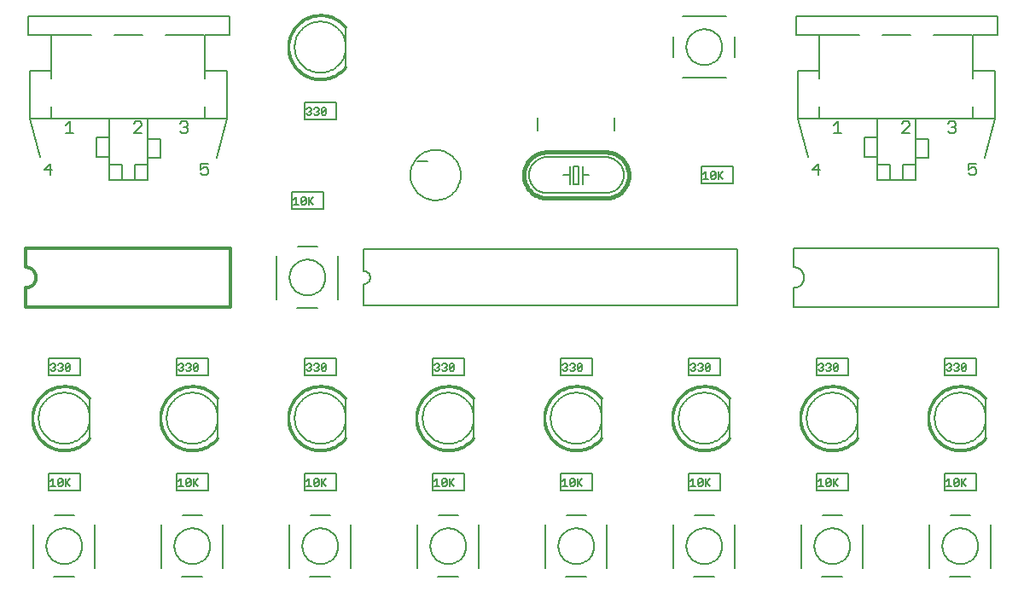
<source format=gto>
G75*
G70*
%OFA0B0*%
%FSLAX24Y24*%
%IPPOS*%
%LPD*%
%AMOC8*
5,1,8,0,0,1.08239X$1,22.5*
%
%ADD10C,0.0060*%
%ADD11C,0.0080*%
%ADD12C,0.0050*%
%ADD13C,0.0160*%
%ADD14C,0.0010*%
%ADD15C,0.0120*%
D10*
X004101Y008101D02*
X004103Y008164D01*
X004109Y008226D01*
X004119Y008288D01*
X004132Y008350D01*
X004150Y008410D01*
X004171Y008469D01*
X004196Y008527D01*
X004225Y008583D01*
X004257Y008637D01*
X004292Y008689D01*
X004330Y008738D01*
X004372Y008786D01*
X004416Y008830D01*
X004464Y008872D01*
X004513Y008910D01*
X004565Y008945D01*
X004619Y008977D01*
X004675Y009006D01*
X004733Y009031D01*
X004792Y009052D01*
X004852Y009070D01*
X004914Y009083D01*
X004976Y009093D01*
X005038Y009099D01*
X005101Y009101D01*
X005164Y009099D01*
X005226Y009093D01*
X005288Y009083D01*
X005350Y009070D01*
X005410Y009052D01*
X005469Y009031D01*
X005527Y009006D01*
X005583Y008977D01*
X005637Y008945D01*
X005689Y008910D01*
X005738Y008872D01*
X005786Y008830D01*
X005830Y008786D01*
X005872Y008738D01*
X005910Y008689D01*
X005945Y008637D01*
X005977Y008583D01*
X006006Y008527D01*
X006031Y008469D01*
X006052Y008410D01*
X006070Y008350D01*
X006083Y008288D01*
X006093Y008226D01*
X006099Y008164D01*
X006101Y008101D01*
X006099Y008038D01*
X006093Y007976D01*
X006083Y007914D01*
X006070Y007852D01*
X006052Y007792D01*
X006031Y007733D01*
X006006Y007675D01*
X005977Y007619D01*
X005945Y007565D01*
X005910Y007513D01*
X005872Y007464D01*
X005830Y007416D01*
X005786Y007372D01*
X005738Y007330D01*
X005689Y007292D01*
X005637Y007257D01*
X005583Y007225D01*
X005527Y007196D01*
X005469Y007171D01*
X005410Y007150D01*
X005350Y007132D01*
X005288Y007119D01*
X005226Y007109D01*
X005164Y007103D01*
X005101Y007101D01*
X005038Y007103D01*
X004976Y007109D01*
X004914Y007119D01*
X004852Y007132D01*
X004792Y007150D01*
X004733Y007171D01*
X004675Y007196D01*
X004619Y007225D01*
X004565Y007257D01*
X004513Y007292D01*
X004464Y007330D01*
X004416Y007372D01*
X004372Y007416D01*
X004330Y007464D01*
X004292Y007513D01*
X004257Y007565D01*
X004225Y007619D01*
X004196Y007675D01*
X004171Y007733D01*
X004150Y007792D01*
X004132Y007852D01*
X004119Y007914D01*
X004109Y007976D01*
X004103Y008038D01*
X004101Y008101D01*
X009101Y008101D02*
X009103Y008164D01*
X009109Y008226D01*
X009119Y008288D01*
X009132Y008350D01*
X009150Y008410D01*
X009171Y008469D01*
X009196Y008527D01*
X009225Y008583D01*
X009257Y008637D01*
X009292Y008689D01*
X009330Y008738D01*
X009372Y008786D01*
X009416Y008830D01*
X009464Y008872D01*
X009513Y008910D01*
X009565Y008945D01*
X009619Y008977D01*
X009675Y009006D01*
X009733Y009031D01*
X009792Y009052D01*
X009852Y009070D01*
X009914Y009083D01*
X009976Y009093D01*
X010038Y009099D01*
X010101Y009101D01*
X010164Y009099D01*
X010226Y009093D01*
X010288Y009083D01*
X010350Y009070D01*
X010410Y009052D01*
X010469Y009031D01*
X010527Y009006D01*
X010583Y008977D01*
X010637Y008945D01*
X010689Y008910D01*
X010738Y008872D01*
X010786Y008830D01*
X010830Y008786D01*
X010872Y008738D01*
X010910Y008689D01*
X010945Y008637D01*
X010977Y008583D01*
X011006Y008527D01*
X011031Y008469D01*
X011052Y008410D01*
X011070Y008350D01*
X011083Y008288D01*
X011093Y008226D01*
X011099Y008164D01*
X011101Y008101D01*
X011099Y008038D01*
X011093Y007976D01*
X011083Y007914D01*
X011070Y007852D01*
X011052Y007792D01*
X011031Y007733D01*
X011006Y007675D01*
X010977Y007619D01*
X010945Y007565D01*
X010910Y007513D01*
X010872Y007464D01*
X010830Y007416D01*
X010786Y007372D01*
X010738Y007330D01*
X010689Y007292D01*
X010637Y007257D01*
X010583Y007225D01*
X010527Y007196D01*
X010469Y007171D01*
X010410Y007150D01*
X010350Y007132D01*
X010288Y007119D01*
X010226Y007109D01*
X010164Y007103D01*
X010101Y007101D01*
X010038Y007103D01*
X009976Y007109D01*
X009914Y007119D01*
X009852Y007132D01*
X009792Y007150D01*
X009733Y007171D01*
X009675Y007196D01*
X009619Y007225D01*
X009565Y007257D01*
X009513Y007292D01*
X009464Y007330D01*
X009416Y007372D01*
X009372Y007416D01*
X009330Y007464D01*
X009292Y007513D01*
X009257Y007565D01*
X009225Y007619D01*
X009196Y007675D01*
X009171Y007733D01*
X009150Y007792D01*
X009132Y007852D01*
X009119Y007914D01*
X009109Y007976D01*
X009103Y008038D01*
X009101Y008101D01*
X014101Y008101D02*
X014103Y008164D01*
X014109Y008226D01*
X014119Y008288D01*
X014132Y008350D01*
X014150Y008410D01*
X014171Y008469D01*
X014196Y008527D01*
X014225Y008583D01*
X014257Y008637D01*
X014292Y008689D01*
X014330Y008738D01*
X014372Y008786D01*
X014416Y008830D01*
X014464Y008872D01*
X014513Y008910D01*
X014565Y008945D01*
X014619Y008977D01*
X014675Y009006D01*
X014733Y009031D01*
X014792Y009052D01*
X014852Y009070D01*
X014914Y009083D01*
X014976Y009093D01*
X015038Y009099D01*
X015101Y009101D01*
X015164Y009099D01*
X015226Y009093D01*
X015288Y009083D01*
X015350Y009070D01*
X015410Y009052D01*
X015469Y009031D01*
X015527Y009006D01*
X015583Y008977D01*
X015637Y008945D01*
X015689Y008910D01*
X015738Y008872D01*
X015786Y008830D01*
X015830Y008786D01*
X015872Y008738D01*
X015910Y008689D01*
X015945Y008637D01*
X015977Y008583D01*
X016006Y008527D01*
X016031Y008469D01*
X016052Y008410D01*
X016070Y008350D01*
X016083Y008288D01*
X016093Y008226D01*
X016099Y008164D01*
X016101Y008101D01*
X016099Y008038D01*
X016093Y007976D01*
X016083Y007914D01*
X016070Y007852D01*
X016052Y007792D01*
X016031Y007733D01*
X016006Y007675D01*
X015977Y007619D01*
X015945Y007565D01*
X015910Y007513D01*
X015872Y007464D01*
X015830Y007416D01*
X015786Y007372D01*
X015738Y007330D01*
X015689Y007292D01*
X015637Y007257D01*
X015583Y007225D01*
X015527Y007196D01*
X015469Y007171D01*
X015410Y007150D01*
X015350Y007132D01*
X015288Y007119D01*
X015226Y007109D01*
X015164Y007103D01*
X015101Y007101D01*
X015038Y007103D01*
X014976Y007109D01*
X014914Y007119D01*
X014852Y007132D01*
X014792Y007150D01*
X014733Y007171D01*
X014675Y007196D01*
X014619Y007225D01*
X014565Y007257D01*
X014513Y007292D01*
X014464Y007330D01*
X014416Y007372D01*
X014372Y007416D01*
X014330Y007464D01*
X014292Y007513D01*
X014257Y007565D01*
X014225Y007619D01*
X014196Y007675D01*
X014171Y007733D01*
X014150Y007792D01*
X014132Y007852D01*
X014119Y007914D01*
X014109Y007976D01*
X014103Y008038D01*
X014101Y008101D01*
X019101Y008101D02*
X019103Y008164D01*
X019109Y008226D01*
X019119Y008288D01*
X019132Y008350D01*
X019150Y008410D01*
X019171Y008469D01*
X019196Y008527D01*
X019225Y008583D01*
X019257Y008637D01*
X019292Y008689D01*
X019330Y008738D01*
X019372Y008786D01*
X019416Y008830D01*
X019464Y008872D01*
X019513Y008910D01*
X019565Y008945D01*
X019619Y008977D01*
X019675Y009006D01*
X019733Y009031D01*
X019792Y009052D01*
X019852Y009070D01*
X019914Y009083D01*
X019976Y009093D01*
X020038Y009099D01*
X020101Y009101D01*
X020164Y009099D01*
X020226Y009093D01*
X020288Y009083D01*
X020350Y009070D01*
X020410Y009052D01*
X020469Y009031D01*
X020527Y009006D01*
X020583Y008977D01*
X020637Y008945D01*
X020689Y008910D01*
X020738Y008872D01*
X020786Y008830D01*
X020830Y008786D01*
X020872Y008738D01*
X020910Y008689D01*
X020945Y008637D01*
X020977Y008583D01*
X021006Y008527D01*
X021031Y008469D01*
X021052Y008410D01*
X021070Y008350D01*
X021083Y008288D01*
X021093Y008226D01*
X021099Y008164D01*
X021101Y008101D01*
X021099Y008038D01*
X021093Y007976D01*
X021083Y007914D01*
X021070Y007852D01*
X021052Y007792D01*
X021031Y007733D01*
X021006Y007675D01*
X020977Y007619D01*
X020945Y007565D01*
X020910Y007513D01*
X020872Y007464D01*
X020830Y007416D01*
X020786Y007372D01*
X020738Y007330D01*
X020689Y007292D01*
X020637Y007257D01*
X020583Y007225D01*
X020527Y007196D01*
X020469Y007171D01*
X020410Y007150D01*
X020350Y007132D01*
X020288Y007119D01*
X020226Y007109D01*
X020164Y007103D01*
X020101Y007101D01*
X020038Y007103D01*
X019976Y007109D01*
X019914Y007119D01*
X019852Y007132D01*
X019792Y007150D01*
X019733Y007171D01*
X019675Y007196D01*
X019619Y007225D01*
X019565Y007257D01*
X019513Y007292D01*
X019464Y007330D01*
X019416Y007372D01*
X019372Y007416D01*
X019330Y007464D01*
X019292Y007513D01*
X019257Y007565D01*
X019225Y007619D01*
X019196Y007675D01*
X019171Y007733D01*
X019150Y007792D01*
X019132Y007852D01*
X019119Y007914D01*
X019109Y007976D01*
X019103Y008038D01*
X019101Y008101D01*
X024101Y008101D02*
X024103Y008164D01*
X024109Y008226D01*
X024119Y008288D01*
X024132Y008350D01*
X024150Y008410D01*
X024171Y008469D01*
X024196Y008527D01*
X024225Y008583D01*
X024257Y008637D01*
X024292Y008689D01*
X024330Y008738D01*
X024372Y008786D01*
X024416Y008830D01*
X024464Y008872D01*
X024513Y008910D01*
X024565Y008945D01*
X024619Y008977D01*
X024675Y009006D01*
X024733Y009031D01*
X024792Y009052D01*
X024852Y009070D01*
X024914Y009083D01*
X024976Y009093D01*
X025038Y009099D01*
X025101Y009101D01*
X025164Y009099D01*
X025226Y009093D01*
X025288Y009083D01*
X025350Y009070D01*
X025410Y009052D01*
X025469Y009031D01*
X025527Y009006D01*
X025583Y008977D01*
X025637Y008945D01*
X025689Y008910D01*
X025738Y008872D01*
X025786Y008830D01*
X025830Y008786D01*
X025872Y008738D01*
X025910Y008689D01*
X025945Y008637D01*
X025977Y008583D01*
X026006Y008527D01*
X026031Y008469D01*
X026052Y008410D01*
X026070Y008350D01*
X026083Y008288D01*
X026093Y008226D01*
X026099Y008164D01*
X026101Y008101D01*
X026099Y008038D01*
X026093Y007976D01*
X026083Y007914D01*
X026070Y007852D01*
X026052Y007792D01*
X026031Y007733D01*
X026006Y007675D01*
X025977Y007619D01*
X025945Y007565D01*
X025910Y007513D01*
X025872Y007464D01*
X025830Y007416D01*
X025786Y007372D01*
X025738Y007330D01*
X025689Y007292D01*
X025637Y007257D01*
X025583Y007225D01*
X025527Y007196D01*
X025469Y007171D01*
X025410Y007150D01*
X025350Y007132D01*
X025288Y007119D01*
X025226Y007109D01*
X025164Y007103D01*
X025101Y007101D01*
X025038Y007103D01*
X024976Y007109D01*
X024914Y007119D01*
X024852Y007132D01*
X024792Y007150D01*
X024733Y007171D01*
X024675Y007196D01*
X024619Y007225D01*
X024565Y007257D01*
X024513Y007292D01*
X024464Y007330D01*
X024416Y007372D01*
X024372Y007416D01*
X024330Y007464D01*
X024292Y007513D01*
X024257Y007565D01*
X024225Y007619D01*
X024196Y007675D01*
X024171Y007733D01*
X024150Y007792D01*
X024132Y007852D01*
X024119Y007914D01*
X024109Y007976D01*
X024103Y008038D01*
X024101Y008101D01*
X029101Y008101D02*
X029103Y008164D01*
X029109Y008226D01*
X029119Y008288D01*
X029132Y008350D01*
X029150Y008410D01*
X029171Y008469D01*
X029196Y008527D01*
X029225Y008583D01*
X029257Y008637D01*
X029292Y008689D01*
X029330Y008738D01*
X029372Y008786D01*
X029416Y008830D01*
X029464Y008872D01*
X029513Y008910D01*
X029565Y008945D01*
X029619Y008977D01*
X029675Y009006D01*
X029733Y009031D01*
X029792Y009052D01*
X029852Y009070D01*
X029914Y009083D01*
X029976Y009093D01*
X030038Y009099D01*
X030101Y009101D01*
X030164Y009099D01*
X030226Y009093D01*
X030288Y009083D01*
X030350Y009070D01*
X030410Y009052D01*
X030469Y009031D01*
X030527Y009006D01*
X030583Y008977D01*
X030637Y008945D01*
X030689Y008910D01*
X030738Y008872D01*
X030786Y008830D01*
X030830Y008786D01*
X030872Y008738D01*
X030910Y008689D01*
X030945Y008637D01*
X030977Y008583D01*
X031006Y008527D01*
X031031Y008469D01*
X031052Y008410D01*
X031070Y008350D01*
X031083Y008288D01*
X031093Y008226D01*
X031099Y008164D01*
X031101Y008101D01*
X031099Y008038D01*
X031093Y007976D01*
X031083Y007914D01*
X031070Y007852D01*
X031052Y007792D01*
X031031Y007733D01*
X031006Y007675D01*
X030977Y007619D01*
X030945Y007565D01*
X030910Y007513D01*
X030872Y007464D01*
X030830Y007416D01*
X030786Y007372D01*
X030738Y007330D01*
X030689Y007292D01*
X030637Y007257D01*
X030583Y007225D01*
X030527Y007196D01*
X030469Y007171D01*
X030410Y007150D01*
X030350Y007132D01*
X030288Y007119D01*
X030226Y007109D01*
X030164Y007103D01*
X030101Y007101D01*
X030038Y007103D01*
X029976Y007109D01*
X029914Y007119D01*
X029852Y007132D01*
X029792Y007150D01*
X029733Y007171D01*
X029675Y007196D01*
X029619Y007225D01*
X029565Y007257D01*
X029513Y007292D01*
X029464Y007330D01*
X029416Y007372D01*
X029372Y007416D01*
X029330Y007464D01*
X029292Y007513D01*
X029257Y007565D01*
X029225Y007619D01*
X029196Y007675D01*
X029171Y007733D01*
X029150Y007792D01*
X029132Y007852D01*
X029119Y007914D01*
X029109Y007976D01*
X029103Y008038D01*
X029101Y008101D01*
X034101Y008101D02*
X034103Y008164D01*
X034109Y008226D01*
X034119Y008288D01*
X034132Y008350D01*
X034150Y008410D01*
X034171Y008469D01*
X034196Y008527D01*
X034225Y008583D01*
X034257Y008637D01*
X034292Y008689D01*
X034330Y008738D01*
X034372Y008786D01*
X034416Y008830D01*
X034464Y008872D01*
X034513Y008910D01*
X034565Y008945D01*
X034619Y008977D01*
X034675Y009006D01*
X034733Y009031D01*
X034792Y009052D01*
X034852Y009070D01*
X034914Y009083D01*
X034976Y009093D01*
X035038Y009099D01*
X035101Y009101D01*
X035164Y009099D01*
X035226Y009093D01*
X035288Y009083D01*
X035350Y009070D01*
X035410Y009052D01*
X035469Y009031D01*
X035527Y009006D01*
X035583Y008977D01*
X035637Y008945D01*
X035689Y008910D01*
X035738Y008872D01*
X035786Y008830D01*
X035830Y008786D01*
X035872Y008738D01*
X035910Y008689D01*
X035945Y008637D01*
X035977Y008583D01*
X036006Y008527D01*
X036031Y008469D01*
X036052Y008410D01*
X036070Y008350D01*
X036083Y008288D01*
X036093Y008226D01*
X036099Y008164D01*
X036101Y008101D01*
X036099Y008038D01*
X036093Y007976D01*
X036083Y007914D01*
X036070Y007852D01*
X036052Y007792D01*
X036031Y007733D01*
X036006Y007675D01*
X035977Y007619D01*
X035945Y007565D01*
X035910Y007513D01*
X035872Y007464D01*
X035830Y007416D01*
X035786Y007372D01*
X035738Y007330D01*
X035689Y007292D01*
X035637Y007257D01*
X035583Y007225D01*
X035527Y007196D01*
X035469Y007171D01*
X035410Y007150D01*
X035350Y007132D01*
X035288Y007119D01*
X035226Y007109D01*
X035164Y007103D01*
X035101Y007101D01*
X035038Y007103D01*
X034976Y007109D01*
X034914Y007119D01*
X034852Y007132D01*
X034792Y007150D01*
X034733Y007171D01*
X034675Y007196D01*
X034619Y007225D01*
X034565Y007257D01*
X034513Y007292D01*
X034464Y007330D01*
X034416Y007372D01*
X034372Y007416D01*
X034330Y007464D01*
X034292Y007513D01*
X034257Y007565D01*
X034225Y007619D01*
X034196Y007675D01*
X034171Y007733D01*
X034150Y007792D01*
X034132Y007852D01*
X034119Y007914D01*
X034109Y007976D01*
X034103Y008038D01*
X034101Y008101D01*
X039101Y008101D02*
X039103Y008164D01*
X039109Y008226D01*
X039119Y008288D01*
X039132Y008350D01*
X039150Y008410D01*
X039171Y008469D01*
X039196Y008527D01*
X039225Y008583D01*
X039257Y008637D01*
X039292Y008689D01*
X039330Y008738D01*
X039372Y008786D01*
X039416Y008830D01*
X039464Y008872D01*
X039513Y008910D01*
X039565Y008945D01*
X039619Y008977D01*
X039675Y009006D01*
X039733Y009031D01*
X039792Y009052D01*
X039852Y009070D01*
X039914Y009083D01*
X039976Y009093D01*
X040038Y009099D01*
X040101Y009101D01*
X040164Y009099D01*
X040226Y009093D01*
X040288Y009083D01*
X040350Y009070D01*
X040410Y009052D01*
X040469Y009031D01*
X040527Y009006D01*
X040583Y008977D01*
X040637Y008945D01*
X040689Y008910D01*
X040738Y008872D01*
X040786Y008830D01*
X040830Y008786D01*
X040872Y008738D01*
X040910Y008689D01*
X040945Y008637D01*
X040977Y008583D01*
X041006Y008527D01*
X041031Y008469D01*
X041052Y008410D01*
X041070Y008350D01*
X041083Y008288D01*
X041093Y008226D01*
X041099Y008164D01*
X041101Y008101D01*
X041099Y008038D01*
X041093Y007976D01*
X041083Y007914D01*
X041070Y007852D01*
X041052Y007792D01*
X041031Y007733D01*
X041006Y007675D01*
X040977Y007619D01*
X040945Y007565D01*
X040910Y007513D01*
X040872Y007464D01*
X040830Y007416D01*
X040786Y007372D01*
X040738Y007330D01*
X040689Y007292D01*
X040637Y007257D01*
X040583Y007225D01*
X040527Y007196D01*
X040469Y007171D01*
X040410Y007150D01*
X040350Y007132D01*
X040288Y007119D01*
X040226Y007109D01*
X040164Y007103D01*
X040101Y007101D01*
X040038Y007103D01*
X039976Y007109D01*
X039914Y007119D01*
X039852Y007132D01*
X039792Y007150D01*
X039733Y007171D01*
X039675Y007196D01*
X039619Y007225D01*
X039565Y007257D01*
X039513Y007292D01*
X039464Y007330D01*
X039416Y007372D01*
X039372Y007416D01*
X039330Y007464D01*
X039292Y007513D01*
X039257Y007565D01*
X039225Y007619D01*
X039196Y007675D01*
X039171Y007733D01*
X039150Y007792D01*
X039132Y007852D01*
X039119Y007914D01*
X039109Y007976D01*
X039103Y008038D01*
X039101Y008101D01*
X041601Y012451D02*
X033601Y012451D01*
X033601Y013201D01*
X033640Y013203D01*
X033679Y013209D01*
X033717Y013218D01*
X033754Y013231D01*
X033790Y013248D01*
X033823Y013268D01*
X033855Y013292D01*
X033884Y013318D01*
X033910Y013347D01*
X033934Y013379D01*
X033954Y013412D01*
X033971Y013448D01*
X033984Y013485D01*
X033993Y013523D01*
X033999Y013562D01*
X034001Y013601D01*
X033999Y013640D01*
X033993Y013679D01*
X033984Y013717D01*
X033971Y013754D01*
X033954Y013790D01*
X033934Y013823D01*
X033910Y013855D01*
X033884Y013884D01*
X033855Y013910D01*
X033823Y013934D01*
X033790Y013954D01*
X033754Y013971D01*
X033717Y013984D01*
X033679Y013993D01*
X033640Y013999D01*
X033601Y014001D01*
X033601Y014751D01*
X041601Y014751D01*
X041601Y012451D01*
X038351Y017419D02*
X037851Y017419D01*
X037351Y017419D01*
X037351Y018019D01*
X036851Y018019D01*
X036851Y018319D01*
X036351Y018319D01*
X036351Y019069D01*
X036851Y019069D01*
X036851Y019819D01*
X038351Y019819D01*
X038351Y019019D01*
X038851Y019019D01*
X038851Y018269D01*
X038351Y018269D01*
X038351Y018019D01*
X037851Y018019D01*
X037851Y017419D01*
X038351Y017419D02*
X038351Y018019D01*
X038351Y018269D02*
X038351Y019019D01*
X038351Y019819D02*
X040601Y019819D01*
X040601Y020269D01*
X040601Y019819D02*
X041451Y019819D01*
X041051Y018269D01*
X041451Y019819D02*
X041451Y021669D01*
X040601Y021669D01*
X040601Y021369D01*
X040601Y021669D02*
X040601Y023069D01*
X041565Y023069D01*
X041565Y023319D01*
X041548Y023319D01*
X041548Y023519D01*
X041565Y023519D01*
X041565Y023819D01*
X033672Y023819D01*
X033672Y023519D01*
X033676Y023480D01*
X033676Y023280D01*
X033672Y023319D01*
X033672Y023069D01*
X034601Y023069D01*
X036151Y023069D01*
X037051Y023069D02*
X038151Y023069D01*
X039051Y023069D02*
X040551Y023069D01*
X036851Y019819D02*
X034601Y019819D01*
X034601Y020269D01*
X034601Y019819D02*
X033751Y019819D01*
X033751Y021669D01*
X034601Y021669D01*
X034601Y021369D01*
X034601Y021669D02*
X034601Y023069D01*
X033751Y019819D02*
X034151Y018319D01*
X036851Y018319D02*
X036851Y019069D01*
X036851Y018019D02*
X036851Y017419D01*
X037351Y017419D01*
X031401Y014701D02*
X031401Y012501D01*
X016801Y012501D01*
X016801Y013351D01*
X016831Y013353D01*
X016861Y013358D01*
X016890Y013367D01*
X016917Y013380D01*
X016943Y013395D01*
X016967Y013414D01*
X016988Y013435D01*
X017007Y013459D01*
X017022Y013485D01*
X017035Y013512D01*
X017044Y013541D01*
X017049Y013571D01*
X017051Y013601D01*
X017049Y013631D01*
X017044Y013661D01*
X017035Y013690D01*
X017022Y013717D01*
X017007Y013743D01*
X016988Y013767D01*
X016967Y013788D01*
X016943Y013807D01*
X016917Y013822D01*
X016890Y013835D01*
X016861Y013844D01*
X016831Y013849D01*
X016801Y013851D01*
X016801Y014701D01*
X031401Y014701D01*
X026251Y016901D02*
X023951Y016901D01*
X023900Y016903D01*
X023849Y016908D01*
X023799Y016918D01*
X023749Y016931D01*
X023701Y016947D01*
X023654Y016967D01*
X023608Y016991D01*
X023565Y017017D01*
X023523Y017047D01*
X023484Y017080D01*
X023447Y017115D01*
X023413Y017153D01*
X023382Y017194D01*
X023353Y017236D01*
X023328Y017281D01*
X023307Y017327D01*
X023288Y017375D01*
X023274Y017424D01*
X023263Y017474D01*
X023255Y017524D01*
X023251Y017575D01*
X023251Y017627D01*
X023255Y017678D01*
X023263Y017728D01*
X023274Y017778D01*
X023288Y017827D01*
X023307Y017875D01*
X023328Y017921D01*
X023353Y017966D01*
X023382Y018008D01*
X023413Y018049D01*
X023447Y018087D01*
X023484Y018122D01*
X023523Y018155D01*
X023565Y018185D01*
X023608Y018211D01*
X023654Y018235D01*
X023701Y018255D01*
X023749Y018271D01*
X023799Y018284D01*
X023849Y018294D01*
X023900Y018299D01*
X023951Y018301D01*
X026251Y018301D01*
X025351Y017951D02*
X025351Y017601D01*
X025601Y017601D01*
X025351Y017601D02*
X025351Y017251D01*
X025201Y017251D02*
X025001Y017251D01*
X025001Y017951D01*
X025201Y017951D01*
X025201Y017251D01*
X024851Y017251D02*
X024851Y017601D01*
X024601Y017601D01*
X024851Y017601D02*
X024851Y017951D01*
X026251Y018301D02*
X026302Y018299D01*
X026353Y018294D01*
X026403Y018284D01*
X026453Y018271D01*
X026501Y018255D01*
X026548Y018235D01*
X026594Y018211D01*
X026637Y018185D01*
X026679Y018155D01*
X026718Y018122D01*
X026755Y018087D01*
X026789Y018049D01*
X026820Y018008D01*
X026849Y017966D01*
X026874Y017921D01*
X026895Y017875D01*
X026914Y017827D01*
X026928Y017778D01*
X026939Y017728D01*
X026947Y017678D01*
X026951Y017627D01*
X026951Y017575D01*
X026947Y017524D01*
X026939Y017474D01*
X026928Y017424D01*
X026914Y017375D01*
X026895Y017327D01*
X026874Y017281D01*
X026849Y017236D01*
X026820Y017194D01*
X026789Y017153D01*
X026755Y017115D01*
X026718Y017080D01*
X026679Y017047D01*
X026637Y017017D01*
X026594Y016991D01*
X026548Y016967D01*
X026501Y016947D01*
X026453Y016931D01*
X026403Y016918D01*
X026353Y016908D01*
X026302Y016903D01*
X026251Y016901D01*
X014101Y022601D02*
X014103Y022664D01*
X014109Y022726D01*
X014119Y022788D01*
X014132Y022850D01*
X014150Y022910D01*
X014171Y022969D01*
X014196Y023027D01*
X014225Y023083D01*
X014257Y023137D01*
X014292Y023189D01*
X014330Y023238D01*
X014372Y023286D01*
X014416Y023330D01*
X014464Y023372D01*
X014513Y023410D01*
X014565Y023445D01*
X014619Y023477D01*
X014675Y023506D01*
X014733Y023531D01*
X014792Y023552D01*
X014852Y023570D01*
X014914Y023583D01*
X014976Y023593D01*
X015038Y023599D01*
X015101Y023601D01*
X015164Y023599D01*
X015226Y023593D01*
X015288Y023583D01*
X015350Y023570D01*
X015410Y023552D01*
X015469Y023531D01*
X015527Y023506D01*
X015583Y023477D01*
X015637Y023445D01*
X015689Y023410D01*
X015738Y023372D01*
X015786Y023330D01*
X015830Y023286D01*
X015872Y023238D01*
X015910Y023189D01*
X015945Y023137D01*
X015977Y023083D01*
X016006Y023027D01*
X016031Y022969D01*
X016052Y022910D01*
X016070Y022850D01*
X016083Y022788D01*
X016093Y022726D01*
X016099Y022664D01*
X016101Y022601D01*
X016099Y022538D01*
X016093Y022476D01*
X016083Y022414D01*
X016070Y022352D01*
X016052Y022292D01*
X016031Y022233D01*
X016006Y022175D01*
X015977Y022119D01*
X015945Y022065D01*
X015910Y022013D01*
X015872Y021964D01*
X015830Y021916D01*
X015786Y021872D01*
X015738Y021830D01*
X015689Y021792D01*
X015637Y021757D01*
X015583Y021725D01*
X015527Y021696D01*
X015469Y021671D01*
X015410Y021650D01*
X015350Y021632D01*
X015288Y021619D01*
X015226Y021609D01*
X015164Y021603D01*
X015101Y021601D01*
X015038Y021603D01*
X014976Y021609D01*
X014914Y021619D01*
X014852Y021632D01*
X014792Y021650D01*
X014733Y021671D01*
X014675Y021696D01*
X014619Y021725D01*
X014565Y021757D01*
X014513Y021792D01*
X014464Y021830D01*
X014416Y021872D01*
X014372Y021916D01*
X014330Y021964D01*
X014292Y022013D01*
X014257Y022065D01*
X014225Y022119D01*
X014196Y022175D01*
X014171Y022233D01*
X014150Y022292D01*
X014132Y022352D01*
X014119Y022414D01*
X014109Y022476D01*
X014103Y022538D01*
X014101Y022601D01*
X011565Y023069D02*
X010601Y023069D01*
X010601Y021669D01*
X010601Y021369D01*
X010601Y021669D02*
X011451Y021669D01*
X011451Y019819D01*
X010601Y019819D01*
X010601Y020269D01*
X010601Y019819D02*
X008351Y019819D01*
X008351Y019019D01*
X008851Y019019D01*
X008851Y018269D01*
X008351Y018269D01*
X008351Y018019D01*
X007851Y018019D01*
X007851Y017419D01*
X007351Y017419D01*
X007351Y018019D01*
X006851Y018019D01*
X006851Y018319D01*
X006351Y018319D01*
X006351Y019069D01*
X006851Y019069D01*
X006851Y019819D01*
X008351Y019819D01*
X008351Y019019D02*
X008351Y018269D01*
X008351Y018019D02*
X008351Y017419D01*
X007851Y017419D01*
X007351Y017419D02*
X006851Y017419D01*
X006851Y018019D01*
X006851Y018319D02*
X006851Y019069D01*
X006851Y019819D02*
X004601Y019819D01*
X004601Y020269D01*
X004601Y019819D02*
X003751Y019819D01*
X003751Y021669D01*
X004601Y021669D01*
X004601Y021369D01*
X004601Y021669D02*
X004601Y023069D01*
X006151Y023069D01*
X007051Y023069D02*
X008151Y023069D01*
X009051Y023069D02*
X010551Y023069D01*
X011565Y023069D02*
X011565Y023319D01*
X011548Y023319D01*
X011548Y023519D01*
X011565Y023519D01*
X011565Y023819D01*
X003672Y023819D01*
X003672Y023519D01*
X003676Y023480D01*
X003676Y023280D01*
X003672Y023319D01*
X003672Y023069D01*
X004601Y023069D01*
X003751Y019819D02*
X004151Y018319D01*
X011051Y018269D02*
X011451Y019819D01*
D11*
X003901Y003951D02*
X003901Y002251D01*
X004696Y001901D02*
X005501Y001901D01*
X006301Y002251D02*
X006301Y003951D01*
X005501Y004301D02*
X004708Y004301D01*
X004491Y005266D02*
X005711Y005266D01*
X005711Y005935D01*
X004491Y005935D01*
X004491Y005266D01*
X004401Y003101D02*
X004403Y003153D01*
X004409Y003205D01*
X004419Y003257D01*
X004432Y003307D01*
X004449Y003357D01*
X004470Y003405D01*
X004495Y003451D01*
X004523Y003495D01*
X004554Y003537D01*
X004588Y003577D01*
X004625Y003614D01*
X004665Y003648D01*
X004707Y003679D01*
X004751Y003707D01*
X004797Y003732D01*
X004845Y003753D01*
X004895Y003770D01*
X004945Y003783D01*
X004997Y003793D01*
X005049Y003799D01*
X005101Y003801D01*
X005153Y003799D01*
X005205Y003793D01*
X005257Y003783D01*
X005307Y003770D01*
X005357Y003753D01*
X005405Y003732D01*
X005451Y003707D01*
X005495Y003679D01*
X005537Y003648D01*
X005577Y003614D01*
X005614Y003577D01*
X005648Y003537D01*
X005679Y003495D01*
X005707Y003451D01*
X005732Y003405D01*
X005753Y003357D01*
X005770Y003307D01*
X005783Y003257D01*
X005793Y003205D01*
X005799Y003153D01*
X005801Y003101D01*
X005799Y003049D01*
X005793Y002997D01*
X005783Y002945D01*
X005770Y002895D01*
X005753Y002845D01*
X005732Y002797D01*
X005707Y002751D01*
X005679Y002707D01*
X005648Y002665D01*
X005614Y002625D01*
X005577Y002588D01*
X005537Y002554D01*
X005495Y002523D01*
X005451Y002495D01*
X005405Y002470D01*
X005357Y002449D01*
X005307Y002432D01*
X005257Y002419D01*
X005205Y002409D01*
X005153Y002403D01*
X005101Y002401D01*
X005049Y002403D01*
X004997Y002409D01*
X004945Y002419D01*
X004895Y002432D01*
X004845Y002449D01*
X004797Y002470D01*
X004751Y002495D01*
X004707Y002523D01*
X004665Y002554D01*
X004625Y002588D01*
X004588Y002625D01*
X004554Y002665D01*
X004523Y002707D01*
X004495Y002751D01*
X004470Y002797D01*
X004449Y002845D01*
X004432Y002895D01*
X004419Y002945D01*
X004409Y002997D01*
X004403Y003049D01*
X004401Y003101D01*
X008901Y003951D02*
X008901Y002251D01*
X009696Y001901D02*
X010501Y001901D01*
X011301Y002251D02*
X011301Y003951D01*
X010501Y004301D02*
X009708Y004301D01*
X009491Y005266D02*
X010711Y005266D01*
X010711Y005935D01*
X009491Y005935D01*
X009491Y005266D01*
X009401Y003101D02*
X009403Y003153D01*
X009409Y003205D01*
X009419Y003257D01*
X009432Y003307D01*
X009449Y003357D01*
X009470Y003405D01*
X009495Y003451D01*
X009523Y003495D01*
X009554Y003537D01*
X009588Y003577D01*
X009625Y003614D01*
X009665Y003648D01*
X009707Y003679D01*
X009751Y003707D01*
X009797Y003732D01*
X009845Y003753D01*
X009895Y003770D01*
X009945Y003783D01*
X009997Y003793D01*
X010049Y003799D01*
X010101Y003801D01*
X010153Y003799D01*
X010205Y003793D01*
X010257Y003783D01*
X010307Y003770D01*
X010357Y003753D01*
X010405Y003732D01*
X010451Y003707D01*
X010495Y003679D01*
X010537Y003648D01*
X010577Y003614D01*
X010614Y003577D01*
X010648Y003537D01*
X010679Y003495D01*
X010707Y003451D01*
X010732Y003405D01*
X010753Y003357D01*
X010770Y003307D01*
X010783Y003257D01*
X010793Y003205D01*
X010799Y003153D01*
X010801Y003101D01*
X010799Y003049D01*
X010793Y002997D01*
X010783Y002945D01*
X010770Y002895D01*
X010753Y002845D01*
X010732Y002797D01*
X010707Y002751D01*
X010679Y002707D01*
X010648Y002665D01*
X010614Y002625D01*
X010577Y002588D01*
X010537Y002554D01*
X010495Y002523D01*
X010451Y002495D01*
X010405Y002470D01*
X010357Y002449D01*
X010307Y002432D01*
X010257Y002419D01*
X010205Y002409D01*
X010153Y002403D01*
X010101Y002401D01*
X010049Y002403D01*
X009997Y002409D01*
X009945Y002419D01*
X009895Y002432D01*
X009845Y002449D01*
X009797Y002470D01*
X009751Y002495D01*
X009707Y002523D01*
X009665Y002554D01*
X009625Y002588D01*
X009588Y002625D01*
X009554Y002665D01*
X009523Y002707D01*
X009495Y002751D01*
X009470Y002797D01*
X009449Y002845D01*
X009432Y002895D01*
X009419Y002945D01*
X009409Y002997D01*
X009403Y003049D01*
X009401Y003101D01*
X013901Y003951D02*
X013901Y002251D01*
X014696Y001901D02*
X015501Y001901D01*
X016301Y002251D02*
X016301Y003951D01*
X015501Y004301D02*
X014708Y004301D01*
X014491Y005266D02*
X015711Y005266D01*
X015711Y005935D01*
X014491Y005935D01*
X014491Y005266D01*
X014401Y003101D02*
X014403Y003153D01*
X014409Y003205D01*
X014419Y003257D01*
X014432Y003307D01*
X014449Y003357D01*
X014470Y003405D01*
X014495Y003451D01*
X014523Y003495D01*
X014554Y003537D01*
X014588Y003577D01*
X014625Y003614D01*
X014665Y003648D01*
X014707Y003679D01*
X014751Y003707D01*
X014797Y003732D01*
X014845Y003753D01*
X014895Y003770D01*
X014945Y003783D01*
X014997Y003793D01*
X015049Y003799D01*
X015101Y003801D01*
X015153Y003799D01*
X015205Y003793D01*
X015257Y003783D01*
X015307Y003770D01*
X015357Y003753D01*
X015405Y003732D01*
X015451Y003707D01*
X015495Y003679D01*
X015537Y003648D01*
X015577Y003614D01*
X015614Y003577D01*
X015648Y003537D01*
X015679Y003495D01*
X015707Y003451D01*
X015732Y003405D01*
X015753Y003357D01*
X015770Y003307D01*
X015783Y003257D01*
X015793Y003205D01*
X015799Y003153D01*
X015801Y003101D01*
X015799Y003049D01*
X015793Y002997D01*
X015783Y002945D01*
X015770Y002895D01*
X015753Y002845D01*
X015732Y002797D01*
X015707Y002751D01*
X015679Y002707D01*
X015648Y002665D01*
X015614Y002625D01*
X015577Y002588D01*
X015537Y002554D01*
X015495Y002523D01*
X015451Y002495D01*
X015405Y002470D01*
X015357Y002449D01*
X015307Y002432D01*
X015257Y002419D01*
X015205Y002409D01*
X015153Y002403D01*
X015101Y002401D01*
X015049Y002403D01*
X014997Y002409D01*
X014945Y002419D01*
X014895Y002432D01*
X014845Y002449D01*
X014797Y002470D01*
X014751Y002495D01*
X014707Y002523D01*
X014665Y002554D01*
X014625Y002588D01*
X014588Y002625D01*
X014554Y002665D01*
X014523Y002707D01*
X014495Y002751D01*
X014470Y002797D01*
X014449Y002845D01*
X014432Y002895D01*
X014419Y002945D01*
X014409Y002997D01*
X014403Y003049D01*
X014401Y003101D01*
X018901Y003951D02*
X018901Y002251D01*
X019696Y001901D02*
X020501Y001901D01*
X021301Y002251D02*
X021301Y003951D01*
X020501Y004301D02*
X019708Y004301D01*
X019491Y005266D02*
X020711Y005266D01*
X020711Y005935D01*
X019491Y005935D01*
X019491Y005266D01*
X019401Y003101D02*
X019403Y003153D01*
X019409Y003205D01*
X019419Y003257D01*
X019432Y003307D01*
X019449Y003357D01*
X019470Y003405D01*
X019495Y003451D01*
X019523Y003495D01*
X019554Y003537D01*
X019588Y003577D01*
X019625Y003614D01*
X019665Y003648D01*
X019707Y003679D01*
X019751Y003707D01*
X019797Y003732D01*
X019845Y003753D01*
X019895Y003770D01*
X019945Y003783D01*
X019997Y003793D01*
X020049Y003799D01*
X020101Y003801D01*
X020153Y003799D01*
X020205Y003793D01*
X020257Y003783D01*
X020307Y003770D01*
X020357Y003753D01*
X020405Y003732D01*
X020451Y003707D01*
X020495Y003679D01*
X020537Y003648D01*
X020577Y003614D01*
X020614Y003577D01*
X020648Y003537D01*
X020679Y003495D01*
X020707Y003451D01*
X020732Y003405D01*
X020753Y003357D01*
X020770Y003307D01*
X020783Y003257D01*
X020793Y003205D01*
X020799Y003153D01*
X020801Y003101D01*
X020799Y003049D01*
X020793Y002997D01*
X020783Y002945D01*
X020770Y002895D01*
X020753Y002845D01*
X020732Y002797D01*
X020707Y002751D01*
X020679Y002707D01*
X020648Y002665D01*
X020614Y002625D01*
X020577Y002588D01*
X020537Y002554D01*
X020495Y002523D01*
X020451Y002495D01*
X020405Y002470D01*
X020357Y002449D01*
X020307Y002432D01*
X020257Y002419D01*
X020205Y002409D01*
X020153Y002403D01*
X020101Y002401D01*
X020049Y002403D01*
X019997Y002409D01*
X019945Y002419D01*
X019895Y002432D01*
X019845Y002449D01*
X019797Y002470D01*
X019751Y002495D01*
X019707Y002523D01*
X019665Y002554D01*
X019625Y002588D01*
X019588Y002625D01*
X019554Y002665D01*
X019523Y002707D01*
X019495Y002751D01*
X019470Y002797D01*
X019449Y002845D01*
X019432Y002895D01*
X019419Y002945D01*
X019409Y002997D01*
X019403Y003049D01*
X019401Y003101D01*
X023901Y003951D02*
X023901Y002251D01*
X024696Y001901D02*
X025501Y001901D01*
X026301Y002251D02*
X026301Y003951D01*
X025501Y004301D02*
X024708Y004301D01*
X024491Y005266D02*
X025711Y005266D01*
X025711Y005935D01*
X024491Y005935D01*
X024491Y005266D01*
X024401Y003101D02*
X024403Y003153D01*
X024409Y003205D01*
X024419Y003257D01*
X024432Y003307D01*
X024449Y003357D01*
X024470Y003405D01*
X024495Y003451D01*
X024523Y003495D01*
X024554Y003537D01*
X024588Y003577D01*
X024625Y003614D01*
X024665Y003648D01*
X024707Y003679D01*
X024751Y003707D01*
X024797Y003732D01*
X024845Y003753D01*
X024895Y003770D01*
X024945Y003783D01*
X024997Y003793D01*
X025049Y003799D01*
X025101Y003801D01*
X025153Y003799D01*
X025205Y003793D01*
X025257Y003783D01*
X025307Y003770D01*
X025357Y003753D01*
X025405Y003732D01*
X025451Y003707D01*
X025495Y003679D01*
X025537Y003648D01*
X025577Y003614D01*
X025614Y003577D01*
X025648Y003537D01*
X025679Y003495D01*
X025707Y003451D01*
X025732Y003405D01*
X025753Y003357D01*
X025770Y003307D01*
X025783Y003257D01*
X025793Y003205D01*
X025799Y003153D01*
X025801Y003101D01*
X025799Y003049D01*
X025793Y002997D01*
X025783Y002945D01*
X025770Y002895D01*
X025753Y002845D01*
X025732Y002797D01*
X025707Y002751D01*
X025679Y002707D01*
X025648Y002665D01*
X025614Y002625D01*
X025577Y002588D01*
X025537Y002554D01*
X025495Y002523D01*
X025451Y002495D01*
X025405Y002470D01*
X025357Y002449D01*
X025307Y002432D01*
X025257Y002419D01*
X025205Y002409D01*
X025153Y002403D01*
X025101Y002401D01*
X025049Y002403D01*
X024997Y002409D01*
X024945Y002419D01*
X024895Y002432D01*
X024845Y002449D01*
X024797Y002470D01*
X024751Y002495D01*
X024707Y002523D01*
X024665Y002554D01*
X024625Y002588D01*
X024588Y002625D01*
X024554Y002665D01*
X024523Y002707D01*
X024495Y002751D01*
X024470Y002797D01*
X024449Y002845D01*
X024432Y002895D01*
X024419Y002945D01*
X024409Y002997D01*
X024403Y003049D01*
X024401Y003101D01*
X028901Y003951D02*
X028901Y002251D01*
X029696Y001901D02*
X030501Y001901D01*
X031301Y002251D02*
X031301Y003951D01*
X030501Y004301D02*
X029708Y004301D01*
X029491Y005266D02*
X030711Y005266D01*
X030711Y005935D01*
X029491Y005935D01*
X029491Y005266D01*
X029401Y003101D02*
X029403Y003153D01*
X029409Y003205D01*
X029419Y003257D01*
X029432Y003307D01*
X029449Y003357D01*
X029470Y003405D01*
X029495Y003451D01*
X029523Y003495D01*
X029554Y003537D01*
X029588Y003577D01*
X029625Y003614D01*
X029665Y003648D01*
X029707Y003679D01*
X029751Y003707D01*
X029797Y003732D01*
X029845Y003753D01*
X029895Y003770D01*
X029945Y003783D01*
X029997Y003793D01*
X030049Y003799D01*
X030101Y003801D01*
X030153Y003799D01*
X030205Y003793D01*
X030257Y003783D01*
X030307Y003770D01*
X030357Y003753D01*
X030405Y003732D01*
X030451Y003707D01*
X030495Y003679D01*
X030537Y003648D01*
X030577Y003614D01*
X030614Y003577D01*
X030648Y003537D01*
X030679Y003495D01*
X030707Y003451D01*
X030732Y003405D01*
X030753Y003357D01*
X030770Y003307D01*
X030783Y003257D01*
X030793Y003205D01*
X030799Y003153D01*
X030801Y003101D01*
X030799Y003049D01*
X030793Y002997D01*
X030783Y002945D01*
X030770Y002895D01*
X030753Y002845D01*
X030732Y002797D01*
X030707Y002751D01*
X030679Y002707D01*
X030648Y002665D01*
X030614Y002625D01*
X030577Y002588D01*
X030537Y002554D01*
X030495Y002523D01*
X030451Y002495D01*
X030405Y002470D01*
X030357Y002449D01*
X030307Y002432D01*
X030257Y002419D01*
X030205Y002409D01*
X030153Y002403D01*
X030101Y002401D01*
X030049Y002403D01*
X029997Y002409D01*
X029945Y002419D01*
X029895Y002432D01*
X029845Y002449D01*
X029797Y002470D01*
X029751Y002495D01*
X029707Y002523D01*
X029665Y002554D01*
X029625Y002588D01*
X029588Y002625D01*
X029554Y002665D01*
X029523Y002707D01*
X029495Y002751D01*
X029470Y002797D01*
X029449Y002845D01*
X029432Y002895D01*
X029419Y002945D01*
X029409Y002997D01*
X029403Y003049D01*
X029401Y003101D01*
X033901Y003951D02*
X033901Y002251D01*
X034696Y001901D02*
X035501Y001901D01*
X036301Y002251D02*
X036301Y003951D01*
X035501Y004301D02*
X034708Y004301D01*
X034491Y005266D02*
X035711Y005266D01*
X035711Y005935D01*
X034491Y005935D01*
X034491Y005266D01*
X034401Y003101D02*
X034403Y003153D01*
X034409Y003205D01*
X034419Y003257D01*
X034432Y003307D01*
X034449Y003357D01*
X034470Y003405D01*
X034495Y003451D01*
X034523Y003495D01*
X034554Y003537D01*
X034588Y003577D01*
X034625Y003614D01*
X034665Y003648D01*
X034707Y003679D01*
X034751Y003707D01*
X034797Y003732D01*
X034845Y003753D01*
X034895Y003770D01*
X034945Y003783D01*
X034997Y003793D01*
X035049Y003799D01*
X035101Y003801D01*
X035153Y003799D01*
X035205Y003793D01*
X035257Y003783D01*
X035307Y003770D01*
X035357Y003753D01*
X035405Y003732D01*
X035451Y003707D01*
X035495Y003679D01*
X035537Y003648D01*
X035577Y003614D01*
X035614Y003577D01*
X035648Y003537D01*
X035679Y003495D01*
X035707Y003451D01*
X035732Y003405D01*
X035753Y003357D01*
X035770Y003307D01*
X035783Y003257D01*
X035793Y003205D01*
X035799Y003153D01*
X035801Y003101D01*
X035799Y003049D01*
X035793Y002997D01*
X035783Y002945D01*
X035770Y002895D01*
X035753Y002845D01*
X035732Y002797D01*
X035707Y002751D01*
X035679Y002707D01*
X035648Y002665D01*
X035614Y002625D01*
X035577Y002588D01*
X035537Y002554D01*
X035495Y002523D01*
X035451Y002495D01*
X035405Y002470D01*
X035357Y002449D01*
X035307Y002432D01*
X035257Y002419D01*
X035205Y002409D01*
X035153Y002403D01*
X035101Y002401D01*
X035049Y002403D01*
X034997Y002409D01*
X034945Y002419D01*
X034895Y002432D01*
X034845Y002449D01*
X034797Y002470D01*
X034751Y002495D01*
X034707Y002523D01*
X034665Y002554D01*
X034625Y002588D01*
X034588Y002625D01*
X034554Y002665D01*
X034523Y002707D01*
X034495Y002751D01*
X034470Y002797D01*
X034449Y002845D01*
X034432Y002895D01*
X034419Y002945D01*
X034409Y002997D01*
X034403Y003049D01*
X034401Y003101D01*
X038901Y003951D02*
X038901Y002251D01*
X039696Y001901D02*
X040501Y001901D01*
X041301Y002251D02*
X041301Y003951D01*
X040501Y004301D02*
X039708Y004301D01*
X039491Y005266D02*
X040711Y005266D01*
X040711Y005935D01*
X039491Y005935D01*
X039491Y005266D01*
X039401Y003101D02*
X039403Y003153D01*
X039409Y003205D01*
X039419Y003257D01*
X039432Y003307D01*
X039449Y003357D01*
X039470Y003405D01*
X039495Y003451D01*
X039523Y003495D01*
X039554Y003537D01*
X039588Y003577D01*
X039625Y003614D01*
X039665Y003648D01*
X039707Y003679D01*
X039751Y003707D01*
X039797Y003732D01*
X039845Y003753D01*
X039895Y003770D01*
X039945Y003783D01*
X039997Y003793D01*
X040049Y003799D01*
X040101Y003801D01*
X040153Y003799D01*
X040205Y003793D01*
X040257Y003783D01*
X040307Y003770D01*
X040357Y003753D01*
X040405Y003732D01*
X040451Y003707D01*
X040495Y003679D01*
X040537Y003648D01*
X040577Y003614D01*
X040614Y003577D01*
X040648Y003537D01*
X040679Y003495D01*
X040707Y003451D01*
X040732Y003405D01*
X040753Y003357D01*
X040770Y003307D01*
X040783Y003257D01*
X040793Y003205D01*
X040799Y003153D01*
X040801Y003101D01*
X040799Y003049D01*
X040793Y002997D01*
X040783Y002945D01*
X040770Y002895D01*
X040753Y002845D01*
X040732Y002797D01*
X040707Y002751D01*
X040679Y002707D01*
X040648Y002665D01*
X040614Y002625D01*
X040577Y002588D01*
X040537Y002554D01*
X040495Y002523D01*
X040451Y002495D01*
X040405Y002470D01*
X040357Y002449D01*
X040307Y002432D01*
X040257Y002419D01*
X040205Y002409D01*
X040153Y002403D01*
X040101Y002401D01*
X040049Y002403D01*
X039997Y002409D01*
X039945Y002419D01*
X039895Y002432D01*
X039845Y002449D01*
X039797Y002470D01*
X039751Y002495D01*
X039707Y002523D01*
X039665Y002554D01*
X039625Y002588D01*
X039588Y002625D01*
X039554Y002665D01*
X039523Y002707D01*
X039495Y002751D01*
X039470Y002797D01*
X039449Y002845D01*
X039432Y002895D01*
X039419Y002945D01*
X039409Y002997D01*
X039403Y003049D01*
X039401Y003101D01*
X041101Y007351D02*
X041101Y008851D01*
X040711Y009766D02*
X039491Y009766D01*
X039491Y010435D01*
X040711Y010435D01*
X040711Y009766D01*
X036101Y008851D02*
X036101Y007351D01*
X035711Y009766D02*
X034491Y009766D01*
X034491Y010435D01*
X035711Y010435D01*
X035711Y009766D01*
X031101Y008851D02*
X031101Y007351D01*
X030711Y009766D02*
X029491Y009766D01*
X029491Y010435D01*
X030711Y010435D01*
X030711Y009766D01*
X026101Y008851D02*
X026101Y007351D01*
X025711Y009766D02*
X024491Y009766D01*
X024491Y010435D01*
X025711Y010435D01*
X025711Y009766D01*
X021101Y008851D02*
X021101Y007351D01*
X020711Y009766D02*
X019491Y009766D01*
X019491Y010435D01*
X020711Y010435D01*
X020711Y009766D01*
X016101Y008851D02*
X016101Y007351D01*
X015711Y009766D02*
X014491Y009766D01*
X014491Y010435D01*
X015711Y010435D01*
X015711Y009766D01*
X011101Y008851D02*
X011101Y007351D01*
X010711Y009766D02*
X009491Y009766D01*
X009491Y010435D01*
X010711Y010435D01*
X010711Y009766D01*
X006101Y008851D02*
X006101Y007351D01*
X005711Y009766D02*
X004491Y009766D01*
X004491Y010435D01*
X005711Y010435D01*
X005711Y009766D01*
X013401Y012751D02*
X013401Y014451D01*
X014208Y014801D02*
X015001Y014801D01*
X015801Y014451D02*
X015801Y012751D01*
X015001Y012401D02*
X014196Y012401D01*
X013901Y013601D02*
X013903Y013653D01*
X013909Y013705D01*
X013919Y013757D01*
X013932Y013807D01*
X013949Y013857D01*
X013970Y013905D01*
X013995Y013951D01*
X014023Y013995D01*
X014054Y014037D01*
X014088Y014077D01*
X014125Y014114D01*
X014165Y014148D01*
X014207Y014179D01*
X014251Y014207D01*
X014297Y014232D01*
X014345Y014253D01*
X014395Y014270D01*
X014445Y014283D01*
X014497Y014293D01*
X014549Y014299D01*
X014601Y014301D01*
X014653Y014299D01*
X014705Y014293D01*
X014757Y014283D01*
X014807Y014270D01*
X014857Y014253D01*
X014905Y014232D01*
X014951Y014207D01*
X014995Y014179D01*
X015037Y014148D01*
X015077Y014114D01*
X015114Y014077D01*
X015148Y014037D01*
X015179Y013995D01*
X015207Y013951D01*
X015232Y013905D01*
X015253Y013857D01*
X015270Y013807D01*
X015283Y013757D01*
X015293Y013705D01*
X015299Y013653D01*
X015301Y013601D01*
X015299Y013549D01*
X015293Y013497D01*
X015283Y013445D01*
X015270Y013395D01*
X015253Y013345D01*
X015232Y013297D01*
X015207Y013251D01*
X015179Y013207D01*
X015148Y013165D01*
X015114Y013125D01*
X015077Y013088D01*
X015037Y013054D01*
X014995Y013023D01*
X014951Y012995D01*
X014905Y012970D01*
X014857Y012949D01*
X014807Y012932D01*
X014757Y012919D01*
X014705Y012909D01*
X014653Y012903D01*
X014601Y012901D01*
X014549Y012903D01*
X014497Y012909D01*
X014445Y012919D01*
X014395Y012932D01*
X014345Y012949D01*
X014297Y012970D01*
X014251Y012995D01*
X014207Y013023D01*
X014165Y013054D01*
X014125Y013088D01*
X014088Y013125D01*
X014054Y013165D01*
X014023Y013207D01*
X013995Y013251D01*
X013970Y013297D01*
X013949Y013345D01*
X013932Y013395D01*
X013919Y013445D01*
X013909Y013497D01*
X013903Y013549D01*
X013901Y013601D01*
X013991Y016266D02*
X015211Y016266D01*
X015211Y016935D01*
X013991Y016935D01*
X013991Y016266D01*
X018901Y018151D02*
X019301Y018151D01*
X018617Y017601D02*
X018619Y017663D01*
X018625Y017726D01*
X018635Y017787D01*
X018649Y017848D01*
X018666Y017908D01*
X018687Y017967D01*
X018713Y018024D01*
X018741Y018079D01*
X018773Y018133D01*
X018809Y018184D01*
X018847Y018234D01*
X018889Y018280D01*
X018933Y018324D01*
X018981Y018365D01*
X019030Y018403D01*
X019082Y018437D01*
X019136Y018468D01*
X019192Y018496D01*
X019250Y018520D01*
X019309Y018541D01*
X019369Y018557D01*
X019430Y018570D01*
X019492Y018579D01*
X019554Y018584D01*
X019617Y018585D01*
X019679Y018582D01*
X019741Y018575D01*
X019803Y018564D01*
X019863Y018549D01*
X019923Y018531D01*
X019981Y018509D01*
X020038Y018483D01*
X020093Y018453D01*
X020146Y018420D01*
X020197Y018384D01*
X020245Y018345D01*
X020291Y018302D01*
X020334Y018257D01*
X020374Y018209D01*
X020411Y018159D01*
X020445Y018106D01*
X020476Y018052D01*
X020502Y017996D01*
X020526Y017938D01*
X020545Y017878D01*
X020561Y017818D01*
X020573Y017756D01*
X020581Y017695D01*
X020585Y017632D01*
X020585Y017570D01*
X020581Y017507D01*
X020573Y017446D01*
X020561Y017384D01*
X020545Y017324D01*
X020526Y017264D01*
X020502Y017206D01*
X020476Y017150D01*
X020445Y017096D01*
X020411Y017043D01*
X020374Y016993D01*
X020334Y016945D01*
X020291Y016900D01*
X020245Y016857D01*
X020197Y016818D01*
X020146Y016782D01*
X020093Y016749D01*
X020038Y016719D01*
X019981Y016693D01*
X019923Y016671D01*
X019863Y016653D01*
X019803Y016638D01*
X019741Y016627D01*
X019679Y016620D01*
X019617Y016617D01*
X019554Y016618D01*
X019492Y016623D01*
X019430Y016632D01*
X019369Y016645D01*
X019309Y016661D01*
X019250Y016682D01*
X019192Y016706D01*
X019136Y016734D01*
X019082Y016765D01*
X019030Y016799D01*
X018981Y016837D01*
X018933Y016878D01*
X018889Y016922D01*
X018847Y016968D01*
X018809Y017018D01*
X018773Y017069D01*
X018741Y017123D01*
X018713Y017178D01*
X018687Y017235D01*
X018666Y017294D01*
X018649Y017354D01*
X018635Y017415D01*
X018625Y017476D01*
X018619Y017539D01*
X018617Y017601D01*
X015711Y019766D02*
X014491Y019766D01*
X014491Y020435D01*
X015711Y020435D01*
X015711Y019766D01*
X016101Y021851D02*
X016101Y023351D01*
X023601Y019851D02*
X023601Y019351D01*
X026601Y019351D02*
X026601Y019851D01*
X029251Y021401D02*
X030951Y021401D01*
X031301Y022201D02*
X031301Y022994D01*
X030951Y023801D02*
X029251Y023801D01*
X028901Y023006D02*
X028901Y022201D01*
X029401Y022601D02*
X029403Y022653D01*
X029409Y022705D01*
X029419Y022757D01*
X029432Y022807D01*
X029449Y022857D01*
X029470Y022905D01*
X029495Y022951D01*
X029523Y022995D01*
X029554Y023037D01*
X029588Y023077D01*
X029625Y023114D01*
X029665Y023148D01*
X029707Y023179D01*
X029751Y023207D01*
X029797Y023232D01*
X029845Y023253D01*
X029895Y023270D01*
X029945Y023283D01*
X029997Y023293D01*
X030049Y023299D01*
X030101Y023301D01*
X030153Y023299D01*
X030205Y023293D01*
X030257Y023283D01*
X030307Y023270D01*
X030357Y023253D01*
X030405Y023232D01*
X030451Y023207D01*
X030495Y023179D01*
X030537Y023148D01*
X030577Y023114D01*
X030614Y023077D01*
X030648Y023037D01*
X030679Y022995D01*
X030707Y022951D01*
X030732Y022905D01*
X030753Y022857D01*
X030770Y022807D01*
X030783Y022757D01*
X030793Y022705D01*
X030799Y022653D01*
X030801Y022601D01*
X030799Y022549D01*
X030793Y022497D01*
X030783Y022445D01*
X030770Y022395D01*
X030753Y022345D01*
X030732Y022297D01*
X030707Y022251D01*
X030679Y022207D01*
X030648Y022165D01*
X030614Y022125D01*
X030577Y022088D01*
X030537Y022054D01*
X030495Y022023D01*
X030451Y021995D01*
X030405Y021970D01*
X030357Y021949D01*
X030307Y021932D01*
X030257Y021919D01*
X030205Y021909D01*
X030153Y021903D01*
X030101Y021901D01*
X030049Y021903D01*
X029997Y021909D01*
X029945Y021919D01*
X029895Y021932D01*
X029845Y021949D01*
X029797Y021970D01*
X029751Y021995D01*
X029707Y022023D01*
X029665Y022054D01*
X029625Y022088D01*
X029588Y022125D01*
X029554Y022165D01*
X029523Y022207D01*
X029495Y022251D01*
X029470Y022297D01*
X029449Y022345D01*
X029432Y022395D01*
X029419Y022445D01*
X029409Y022497D01*
X029403Y022549D01*
X029401Y022601D01*
X029991Y017935D02*
X031211Y017935D01*
X031211Y017266D01*
X029991Y017266D01*
X029991Y017935D01*
D12*
X030156Y017727D02*
X030156Y017457D01*
X030066Y017457D02*
X030246Y017457D01*
X030360Y017502D02*
X030540Y017682D01*
X030540Y017502D01*
X030495Y017457D01*
X030405Y017457D01*
X030360Y017502D01*
X030360Y017682D01*
X030405Y017727D01*
X030495Y017727D01*
X030540Y017682D01*
X030655Y017727D02*
X030655Y017457D01*
X030655Y017547D02*
X030835Y017727D01*
X030700Y017592D02*
X030835Y017457D01*
X030156Y017727D02*
X030066Y017637D01*
X034315Y017819D02*
X034616Y017819D01*
X034541Y017594D02*
X034541Y018045D01*
X034315Y017819D01*
X035165Y019244D02*
X035466Y019244D01*
X035316Y019244D02*
X035316Y019695D01*
X035165Y019545D01*
X037815Y019620D02*
X037890Y019695D01*
X038041Y019695D01*
X038116Y019620D01*
X038116Y019545D01*
X037815Y019244D01*
X038116Y019244D01*
X039615Y019319D02*
X039690Y019244D01*
X039841Y019244D01*
X039916Y019319D01*
X039916Y019394D01*
X039841Y019469D01*
X039766Y019469D01*
X039841Y019469D02*
X039916Y019545D01*
X039916Y019620D01*
X039841Y019695D01*
X039690Y019695D01*
X039615Y019620D01*
X040415Y018045D02*
X040415Y017819D01*
X040566Y017895D01*
X040641Y017895D01*
X040716Y017819D01*
X040716Y017669D01*
X040641Y017594D01*
X040490Y017594D01*
X040415Y017669D01*
X040415Y018045D02*
X040716Y018045D01*
X040290Y010227D02*
X040200Y010227D01*
X040155Y010182D01*
X040155Y010002D01*
X040335Y010182D01*
X040335Y010002D01*
X040290Y009957D01*
X040200Y009957D01*
X040155Y010002D01*
X040040Y010002D02*
X039995Y009957D01*
X039905Y009957D01*
X039860Y010002D01*
X039746Y010002D02*
X039701Y009957D01*
X039611Y009957D01*
X039566Y010002D01*
X039656Y010092D02*
X039701Y010092D01*
X039746Y010047D01*
X039746Y010002D01*
X039701Y010092D02*
X039746Y010137D01*
X039746Y010182D01*
X039701Y010227D01*
X039611Y010227D01*
X039566Y010182D01*
X039860Y010182D02*
X039905Y010227D01*
X039995Y010227D01*
X040040Y010182D01*
X040040Y010137D01*
X039995Y010092D01*
X040040Y010047D01*
X040040Y010002D01*
X039995Y010092D02*
X039950Y010092D01*
X040290Y010227D02*
X040335Y010182D01*
X035335Y010182D02*
X035335Y010002D01*
X035290Y009957D01*
X035200Y009957D01*
X035155Y010002D01*
X035335Y010182D01*
X035290Y010227D01*
X035200Y010227D01*
X035155Y010182D01*
X035155Y010002D01*
X035040Y010002D02*
X034995Y009957D01*
X034905Y009957D01*
X034860Y010002D01*
X034746Y010002D02*
X034701Y009957D01*
X034611Y009957D01*
X034566Y010002D01*
X034656Y010092D02*
X034701Y010092D01*
X034746Y010047D01*
X034746Y010002D01*
X034701Y010092D02*
X034746Y010137D01*
X034746Y010182D01*
X034701Y010227D01*
X034611Y010227D01*
X034566Y010182D01*
X034860Y010182D02*
X034905Y010227D01*
X034995Y010227D01*
X035040Y010182D01*
X035040Y010137D01*
X034995Y010092D01*
X035040Y010047D01*
X035040Y010002D01*
X034995Y010092D02*
X034950Y010092D01*
X030335Y010002D02*
X030290Y009957D01*
X030200Y009957D01*
X030155Y010002D01*
X030335Y010182D01*
X030335Y010002D01*
X030155Y010002D02*
X030155Y010182D01*
X030200Y010227D01*
X030290Y010227D01*
X030335Y010182D01*
X030040Y010182D02*
X030040Y010137D01*
X029995Y010092D01*
X030040Y010047D01*
X030040Y010002D01*
X029995Y009957D01*
X029905Y009957D01*
X029860Y010002D01*
X029746Y010002D02*
X029701Y009957D01*
X029611Y009957D01*
X029566Y010002D01*
X029656Y010092D02*
X029701Y010092D01*
X029746Y010047D01*
X029746Y010002D01*
X029701Y010092D02*
X029746Y010137D01*
X029746Y010182D01*
X029701Y010227D01*
X029611Y010227D01*
X029566Y010182D01*
X029860Y010182D02*
X029905Y010227D01*
X029995Y010227D01*
X030040Y010182D01*
X029995Y010092D02*
X029950Y010092D01*
X025335Y010002D02*
X025290Y009957D01*
X025200Y009957D01*
X025155Y010002D01*
X025335Y010182D01*
X025335Y010002D01*
X025155Y010002D02*
X025155Y010182D01*
X025200Y010227D01*
X025290Y010227D01*
X025335Y010182D01*
X025040Y010182D02*
X025040Y010137D01*
X024995Y010092D01*
X025040Y010047D01*
X025040Y010002D01*
X024995Y009957D01*
X024905Y009957D01*
X024860Y010002D01*
X024746Y010002D02*
X024701Y009957D01*
X024611Y009957D01*
X024566Y010002D01*
X024656Y010092D02*
X024701Y010092D01*
X024746Y010047D01*
X024746Y010002D01*
X024701Y010092D02*
X024746Y010137D01*
X024746Y010182D01*
X024701Y010227D01*
X024611Y010227D01*
X024566Y010182D01*
X024860Y010182D02*
X024905Y010227D01*
X024995Y010227D01*
X025040Y010182D01*
X024995Y010092D02*
X024950Y010092D01*
X020335Y010182D02*
X020155Y010002D01*
X020200Y009957D01*
X020290Y009957D01*
X020335Y010002D01*
X020335Y010182D01*
X020290Y010227D01*
X020200Y010227D01*
X020155Y010182D01*
X020155Y010002D01*
X020040Y010002D02*
X019995Y009957D01*
X019905Y009957D01*
X019860Y010002D01*
X019746Y010002D02*
X019701Y009957D01*
X019611Y009957D01*
X019566Y010002D01*
X019656Y010092D02*
X019701Y010092D01*
X019746Y010047D01*
X019746Y010002D01*
X019701Y010092D02*
X019746Y010137D01*
X019746Y010182D01*
X019701Y010227D01*
X019611Y010227D01*
X019566Y010182D01*
X019860Y010182D02*
X019905Y010227D01*
X019995Y010227D01*
X020040Y010182D01*
X020040Y010137D01*
X019995Y010092D01*
X020040Y010047D01*
X020040Y010002D01*
X019995Y010092D02*
X019950Y010092D01*
X015335Y010182D02*
X015155Y010002D01*
X015200Y009957D01*
X015290Y009957D01*
X015335Y010002D01*
X015335Y010182D01*
X015290Y010227D01*
X015200Y010227D01*
X015155Y010182D01*
X015155Y010002D01*
X015040Y010002D02*
X014995Y009957D01*
X014905Y009957D01*
X014860Y010002D01*
X014746Y010002D02*
X014701Y009957D01*
X014611Y009957D01*
X014566Y010002D01*
X014656Y010092D02*
X014701Y010092D01*
X014746Y010047D01*
X014746Y010002D01*
X014701Y010092D02*
X014746Y010137D01*
X014746Y010182D01*
X014701Y010227D01*
X014611Y010227D01*
X014566Y010182D01*
X014860Y010182D02*
X014905Y010227D01*
X014995Y010227D01*
X015040Y010182D01*
X015040Y010137D01*
X014995Y010092D01*
X015040Y010047D01*
X015040Y010002D01*
X014995Y010092D02*
X014950Y010092D01*
X010335Y010182D02*
X010155Y010002D01*
X010200Y009957D01*
X010290Y009957D01*
X010335Y010002D01*
X010335Y010182D01*
X010290Y010227D01*
X010200Y010227D01*
X010155Y010182D01*
X010155Y010002D01*
X010040Y010002D02*
X009995Y009957D01*
X009905Y009957D01*
X009860Y010002D01*
X009746Y010002D02*
X009701Y009957D01*
X009611Y009957D01*
X009566Y010002D01*
X009656Y010092D02*
X009701Y010092D01*
X009746Y010047D01*
X009746Y010002D01*
X009701Y010092D02*
X009746Y010137D01*
X009746Y010182D01*
X009701Y010227D01*
X009611Y010227D01*
X009566Y010182D01*
X009860Y010182D02*
X009905Y010227D01*
X009995Y010227D01*
X010040Y010182D01*
X010040Y010137D01*
X009995Y010092D01*
X010040Y010047D01*
X010040Y010002D01*
X009995Y010092D02*
X009950Y010092D01*
X005335Y010182D02*
X005155Y010002D01*
X005200Y009957D01*
X005290Y009957D01*
X005335Y010002D01*
X005335Y010182D01*
X005290Y010227D01*
X005200Y010227D01*
X005155Y010182D01*
X005155Y010002D01*
X005040Y010002D02*
X004995Y009957D01*
X004905Y009957D01*
X004860Y010002D01*
X004746Y010002D02*
X004701Y009957D01*
X004611Y009957D01*
X004566Y010002D01*
X004656Y010092D02*
X004701Y010092D01*
X004746Y010047D01*
X004746Y010002D01*
X004701Y010092D02*
X004746Y010137D01*
X004746Y010182D01*
X004701Y010227D01*
X004611Y010227D01*
X004566Y010182D01*
X004860Y010182D02*
X004905Y010227D01*
X004995Y010227D01*
X005040Y010182D01*
X005040Y010137D01*
X004995Y010092D01*
X005040Y010047D01*
X005040Y010002D01*
X004995Y010092D02*
X004950Y010092D01*
X004905Y005727D02*
X004995Y005727D01*
X005040Y005682D01*
X004860Y005502D01*
X004905Y005457D01*
X004995Y005457D01*
X005040Y005502D01*
X005040Y005682D01*
X005155Y005727D02*
X005155Y005457D01*
X005155Y005547D02*
X005335Y005727D01*
X005200Y005592D02*
X005335Y005457D01*
X004860Y005502D02*
X004860Y005682D01*
X004905Y005727D01*
X004656Y005727D02*
X004656Y005457D01*
X004566Y005457D02*
X004746Y005457D01*
X004566Y005637D02*
X004656Y005727D01*
X009566Y005637D02*
X009656Y005727D01*
X009656Y005457D01*
X009566Y005457D02*
X009746Y005457D01*
X009860Y005502D02*
X010040Y005682D01*
X010040Y005502D01*
X009995Y005457D01*
X009905Y005457D01*
X009860Y005502D01*
X009860Y005682D01*
X009905Y005727D01*
X009995Y005727D01*
X010040Y005682D01*
X010155Y005727D02*
X010155Y005457D01*
X010155Y005547D02*
X010335Y005727D01*
X010200Y005592D02*
X010335Y005457D01*
X014566Y005457D02*
X014746Y005457D01*
X014656Y005457D02*
X014656Y005727D01*
X014566Y005637D01*
X014860Y005682D02*
X014905Y005727D01*
X014995Y005727D01*
X015040Y005682D01*
X014860Y005502D01*
X014905Y005457D01*
X014995Y005457D01*
X015040Y005502D01*
X015040Y005682D01*
X015155Y005727D02*
X015155Y005457D01*
X015155Y005547D02*
X015335Y005727D01*
X015200Y005592D02*
X015335Y005457D01*
X014860Y005502D02*
X014860Y005682D01*
X019566Y005637D02*
X019656Y005727D01*
X019656Y005457D01*
X019566Y005457D02*
X019746Y005457D01*
X019860Y005502D02*
X020040Y005682D01*
X020040Y005502D01*
X019995Y005457D01*
X019905Y005457D01*
X019860Y005502D01*
X019860Y005682D01*
X019905Y005727D01*
X019995Y005727D01*
X020040Y005682D01*
X020155Y005727D02*
X020155Y005457D01*
X020155Y005547D02*
X020335Y005727D01*
X020200Y005592D02*
X020335Y005457D01*
X024566Y005457D02*
X024746Y005457D01*
X024656Y005457D02*
X024656Y005727D01*
X024566Y005637D01*
X024860Y005682D02*
X024905Y005727D01*
X024995Y005727D01*
X025040Y005682D01*
X024860Y005502D01*
X024905Y005457D01*
X024995Y005457D01*
X025040Y005502D01*
X025040Y005682D01*
X025155Y005727D02*
X025155Y005457D01*
X025155Y005547D02*
X025335Y005727D01*
X025200Y005592D02*
X025335Y005457D01*
X024860Y005502D02*
X024860Y005682D01*
X029566Y005637D02*
X029656Y005727D01*
X029656Y005457D01*
X029566Y005457D02*
X029746Y005457D01*
X029860Y005502D02*
X030040Y005682D01*
X030040Y005502D01*
X029995Y005457D01*
X029905Y005457D01*
X029860Y005502D01*
X029860Y005682D01*
X029905Y005727D01*
X029995Y005727D01*
X030040Y005682D01*
X030155Y005727D02*
X030155Y005457D01*
X030155Y005547D02*
X030335Y005727D01*
X030200Y005592D02*
X030335Y005457D01*
X034566Y005457D02*
X034746Y005457D01*
X034656Y005457D02*
X034656Y005727D01*
X034566Y005637D01*
X034860Y005682D02*
X034860Y005502D01*
X035040Y005682D01*
X035040Y005502D01*
X034995Y005457D01*
X034905Y005457D01*
X034860Y005502D01*
X034860Y005682D02*
X034905Y005727D01*
X034995Y005727D01*
X035040Y005682D01*
X035155Y005727D02*
X035155Y005457D01*
X035155Y005547D02*
X035335Y005727D01*
X035200Y005592D02*
X035335Y005457D01*
X039566Y005457D02*
X039746Y005457D01*
X039656Y005457D02*
X039656Y005727D01*
X039566Y005637D01*
X039860Y005682D02*
X039860Y005502D01*
X040040Y005682D01*
X040040Y005502D01*
X039995Y005457D01*
X039905Y005457D01*
X039860Y005502D01*
X039860Y005682D02*
X039905Y005727D01*
X039995Y005727D01*
X040040Y005682D01*
X040155Y005727D02*
X040155Y005457D01*
X040155Y005547D02*
X040335Y005727D01*
X040200Y005592D02*
X040335Y005457D01*
X014835Y016457D02*
X014700Y016592D01*
X014655Y016547D02*
X014835Y016727D01*
X014655Y016727D02*
X014655Y016457D01*
X014540Y016502D02*
X014495Y016457D01*
X014405Y016457D01*
X014360Y016502D01*
X014540Y016682D01*
X014540Y016502D01*
X014360Y016502D02*
X014360Y016682D01*
X014405Y016727D01*
X014495Y016727D01*
X014540Y016682D01*
X014246Y016457D02*
X014066Y016457D01*
X014156Y016457D02*
X014156Y016727D01*
X014066Y016637D01*
X010716Y017669D02*
X010641Y017594D01*
X010490Y017594D01*
X010415Y017669D01*
X010415Y017819D02*
X010566Y017895D01*
X010641Y017895D01*
X010716Y017819D01*
X010716Y017669D01*
X010415Y017819D02*
X010415Y018045D01*
X010716Y018045D01*
X009841Y019244D02*
X009690Y019244D01*
X009615Y019319D01*
X009766Y019469D02*
X009841Y019469D01*
X009916Y019394D01*
X009916Y019319D01*
X009841Y019244D01*
X009841Y019469D02*
X009916Y019545D01*
X009916Y019620D01*
X009841Y019695D01*
X009690Y019695D01*
X009615Y019620D01*
X008116Y019620D02*
X008041Y019695D01*
X007890Y019695D01*
X007815Y019620D01*
X008116Y019620D02*
X008116Y019545D01*
X007815Y019244D01*
X008116Y019244D01*
X005466Y019244D02*
X005165Y019244D01*
X005316Y019244D02*
X005316Y019695D01*
X005165Y019545D01*
X004541Y018045D02*
X004315Y017819D01*
X004616Y017819D01*
X004541Y017594D02*
X004541Y018045D01*
X014566Y020002D02*
X014611Y019957D01*
X014701Y019957D01*
X014746Y020002D01*
X014746Y020047D01*
X014701Y020092D01*
X014656Y020092D01*
X014701Y020092D02*
X014746Y020137D01*
X014746Y020182D01*
X014701Y020227D01*
X014611Y020227D01*
X014566Y020182D01*
X014860Y020182D02*
X014905Y020227D01*
X014995Y020227D01*
X015040Y020182D01*
X015040Y020137D01*
X014995Y020092D01*
X015040Y020047D01*
X015040Y020002D01*
X014995Y019957D01*
X014905Y019957D01*
X014860Y020002D01*
X014950Y020092D02*
X014995Y020092D01*
X015155Y020002D02*
X015335Y020182D01*
X015335Y020002D01*
X015290Y019957D01*
X015200Y019957D01*
X015155Y020002D01*
X015155Y020182D01*
X015200Y020227D01*
X015290Y020227D01*
X015335Y020182D01*
D13*
X023951Y018501D02*
X026251Y018501D01*
X026310Y018499D01*
X026368Y018493D01*
X026427Y018484D01*
X026484Y018470D01*
X026540Y018453D01*
X026595Y018432D01*
X026649Y018408D01*
X026701Y018380D01*
X026751Y018349D01*
X026799Y018315D01*
X026844Y018278D01*
X026887Y018237D01*
X026928Y018194D01*
X026965Y018149D01*
X026999Y018101D01*
X027030Y018051D01*
X027058Y017999D01*
X027082Y017945D01*
X027103Y017890D01*
X027120Y017834D01*
X027134Y017777D01*
X027143Y017718D01*
X027149Y017660D01*
X027151Y017601D01*
X027149Y017542D01*
X027143Y017484D01*
X027134Y017425D01*
X027120Y017368D01*
X027103Y017312D01*
X027082Y017257D01*
X027058Y017203D01*
X027030Y017151D01*
X026999Y017101D01*
X026965Y017053D01*
X026928Y017008D01*
X026887Y016965D01*
X026844Y016924D01*
X026799Y016887D01*
X026751Y016853D01*
X026701Y016822D01*
X026649Y016794D01*
X026595Y016770D01*
X026540Y016749D01*
X026484Y016732D01*
X026427Y016718D01*
X026368Y016709D01*
X026310Y016703D01*
X026251Y016701D01*
X023951Y016701D01*
X023892Y016703D01*
X023834Y016709D01*
X023775Y016718D01*
X023718Y016732D01*
X023662Y016749D01*
X023607Y016770D01*
X023553Y016794D01*
X023501Y016822D01*
X023451Y016853D01*
X023403Y016887D01*
X023358Y016924D01*
X023315Y016965D01*
X023274Y017008D01*
X023237Y017053D01*
X023203Y017101D01*
X023172Y017151D01*
X023144Y017203D01*
X023120Y017257D01*
X023099Y017312D01*
X023082Y017368D01*
X023068Y017425D01*
X023059Y017484D01*
X023053Y017542D01*
X023051Y017601D01*
X023053Y017660D01*
X023059Y017718D01*
X023068Y017777D01*
X023082Y017834D01*
X023099Y017890D01*
X023120Y017945D01*
X023144Y017999D01*
X023172Y018051D01*
X023203Y018101D01*
X023237Y018149D01*
X023274Y018194D01*
X023315Y018237D01*
X023358Y018278D01*
X023403Y018315D01*
X023451Y018349D01*
X023501Y018380D01*
X023553Y018408D01*
X023607Y018432D01*
X023662Y018453D01*
X023718Y018470D01*
X023775Y018484D01*
X023834Y018493D01*
X023892Y018499D01*
X023951Y018501D01*
D14*
X016133Y023381D02*
X016061Y023327D01*
X016062Y023328D02*
X016019Y023381D01*
X015974Y023432D01*
X015925Y023480D01*
X015874Y023525D01*
X015820Y023568D01*
X015764Y023607D01*
X015706Y023643D01*
X015646Y023676D01*
X015585Y023705D01*
X015521Y023730D01*
X015457Y023752D01*
X015391Y023771D01*
X015324Y023785D01*
X015257Y023796D01*
X015189Y023803D01*
X015121Y023806D01*
X015052Y023805D01*
X014984Y023800D01*
X014916Y023792D01*
X014849Y023779D01*
X014783Y023763D01*
X014718Y023743D01*
X014653Y023720D01*
X014591Y023693D01*
X014530Y023662D01*
X014471Y023628D01*
X014413Y023591D01*
X014358Y023550D01*
X014306Y023506D01*
X014256Y023460D01*
X014209Y023411D01*
X014164Y023359D01*
X014123Y023305D01*
X014084Y023248D01*
X014049Y023189D01*
X014018Y023129D01*
X013990Y023067D01*
X013965Y023003D01*
X013944Y022938D01*
X013927Y022872D01*
X013913Y022805D01*
X013904Y022737D01*
X013898Y022669D01*
X013896Y022601D01*
X013898Y022533D01*
X013904Y022465D01*
X013913Y022397D01*
X013927Y022330D01*
X013944Y022264D01*
X013965Y022199D01*
X013990Y022135D01*
X014018Y022073D01*
X014049Y022013D01*
X014084Y021954D01*
X014123Y021897D01*
X014164Y021843D01*
X014209Y021791D01*
X014256Y021742D01*
X014306Y021696D01*
X014358Y021652D01*
X014413Y021611D01*
X014471Y021574D01*
X014530Y021540D01*
X014591Y021509D01*
X014653Y021482D01*
X014718Y021459D01*
X014783Y021439D01*
X014849Y021423D01*
X014916Y021410D01*
X014984Y021402D01*
X015052Y021397D01*
X015121Y021396D01*
X015189Y021399D01*
X015257Y021406D01*
X015324Y021417D01*
X015391Y021431D01*
X015457Y021450D01*
X015521Y021472D01*
X015585Y021497D01*
X015646Y021526D01*
X015706Y021559D01*
X015764Y021595D01*
X015820Y021634D01*
X015874Y021677D01*
X015925Y021722D01*
X015974Y021770D01*
X016019Y021821D01*
X016062Y021874D01*
X016133Y021821D01*
X016134Y021820D01*
X016090Y021765D01*
X016042Y021712D01*
X015992Y021661D01*
X015939Y021614D01*
X015884Y021570D01*
X015826Y021528D01*
X015766Y021490D01*
X015705Y021455D01*
X015641Y021424D01*
X015576Y021396D01*
X015509Y021372D01*
X015441Y021351D01*
X015372Y021335D01*
X015302Y021322D01*
X015232Y021313D01*
X015161Y021307D01*
X015090Y021306D01*
X015019Y021309D01*
X014948Y021315D01*
X014878Y021325D01*
X014809Y021339D01*
X014740Y021357D01*
X014672Y021379D01*
X014606Y021404D01*
X014541Y021433D01*
X014478Y021466D01*
X014417Y021502D01*
X014358Y021541D01*
X014301Y021583D01*
X014246Y021628D01*
X014194Y021677D01*
X014145Y021728D01*
X014098Y021781D01*
X014055Y021838D01*
X014015Y021896D01*
X013978Y021957D01*
X013944Y022019D01*
X013914Y022083D01*
X013887Y022149D01*
X013864Y022216D01*
X013845Y022285D01*
X013830Y022354D01*
X013818Y022424D01*
X013810Y022495D01*
X013806Y022566D01*
X013806Y022636D01*
X013810Y022707D01*
X013818Y022778D01*
X013830Y022848D01*
X013845Y022917D01*
X013864Y022986D01*
X013887Y023053D01*
X013914Y023119D01*
X013944Y023183D01*
X013978Y023245D01*
X014015Y023306D01*
X014055Y023364D01*
X014098Y023421D01*
X014145Y023474D01*
X014194Y023525D01*
X014246Y023574D01*
X014301Y023619D01*
X014358Y023661D01*
X014417Y023700D01*
X014478Y023736D01*
X014541Y023769D01*
X014606Y023798D01*
X014672Y023823D01*
X014740Y023845D01*
X014809Y023863D01*
X014878Y023877D01*
X014948Y023887D01*
X015019Y023893D01*
X015090Y023896D01*
X015161Y023895D01*
X015232Y023889D01*
X015302Y023880D01*
X015372Y023867D01*
X015441Y023851D01*
X015509Y023830D01*
X015576Y023806D01*
X015641Y023778D01*
X015705Y023747D01*
X015766Y023712D01*
X015826Y023674D01*
X015884Y023632D01*
X015939Y023588D01*
X015992Y023541D01*
X016042Y023490D01*
X016090Y023437D01*
X016134Y023382D01*
X016127Y023377D01*
X016082Y023432D01*
X016035Y023485D01*
X015984Y023536D01*
X015931Y023583D01*
X015875Y023628D01*
X015817Y023669D01*
X015757Y023707D01*
X015695Y023742D01*
X015631Y023773D01*
X015565Y023800D01*
X015498Y023824D01*
X015429Y023844D01*
X015360Y023861D01*
X015290Y023873D01*
X015219Y023882D01*
X015148Y023886D01*
X015077Y023887D01*
X015006Y023883D01*
X014935Y023876D01*
X014864Y023865D01*
X014795Y023850D01*
X014726Y023831D01*
X014658Y023808D01*
X014592Y023782D01*
X014527Y023752D01*
X014465Y023718D01*
X014404Y023682D01*
X014345Y023641D01*
X014288Y023598D01*
X014234Y023551D01*
X014183Y023502D01*
X014135Y023449D01*
X014089Y023395D01*
X014047Y023337D01*
X014008Y023278D01*
X013972Y023216D01*
X013939Y023153D01*
X013911Y023088D01*
X013885Y023021D01*
X013864Y022953D01*
X013846Y022884D01*
X013833Y022814D01*
X013823Y022743D01*
X013817Y022672D01*
X013815Y022601D01*
X013817Y022530D01*
X013823Y022459D01*
X013833Y022388D01*
X013846Y022318D01*
X013864Y022249D01*
X013885Y022181D01*
X013911Y022114D01*
X013939Y022049D01*
X013972Y021986D01*
X014008Y021924D01*
X014047Y021865D01*
X014089Y021807D01*
X014135Y021753D01*
X014183Y021700D01*
X014234Y021651D01*
X014288Y021604D01*
X014345Y021561D01*
X014404Y021520D01*
X014465Y021484D01*
X014527Y021450D01*
X014592Y021420D01*
X014658Y021394D01*
X014726Y021371D01*
X014795Y021352D01*
X014864Y021337D01*
X014935Y021326D01*
X015006Y021319D01*
X015077Y021315D01*
X015148Y021316D01*
X015219Y021320D01*
X015290Y021329D01*
X015360Y021341D01*
X015429Y021358D01*
X015498Y021378D01*
X015565Y021402D01*
X015631Y021429D01*
X015695Y021460D01*
X015757Y021495D01*
X015817Y021533D01*
X015875Y021574D01*
X015931Y021619D01*
X015984Y021666D01*
X016035Y021717D01*
X016082Y021770D01*
X016127Y021825D01*
X016120Y021831D01*
X016075Y021776D01*
X016028Y021723D01*
X015978Y021673D01*
X015925Y021626D01*
X015870Y021582D01*
X015812Y021540D01*
X015753Y021503D01*
X015691Y021468D01*
X015627Y021437D01*
X015562Y021410D01*
X015495Y021386D01*
X015427Y021366D01*
X015358Y021350D01*
X015289Y021338D01*
X015218Y021329D01*
X015148Y021325D01*
X015077Y021324D01*
X015006Y021328D01*
X014936Y021335D01*
X014866Y021346D01*
X014797Y021361D01*
X014729Y021380D01*
X014661Y021402D01*
X014596Y021428D01*
X014531Y021458D01*
X014469Y021491D01*
X014409Y021528D01*
X014350Y021568D01*
X014294Y021611D01*
X014240Y021657D01*
X014190Y021707D01*
X014141Y021758D01*
X014096Y021813D01*
X014054Y021870D01*
X014015Y021929D01*
X013980Y021990D01*
X013947Y022053D01*
X013919Y022118D01*
X013894Y022184D01*
X013873Y022252D01*
X013855Y022320D01*
X013842Y022390D01*
X013832Y022460D01*
X013826Y022530D01*
X013824Y022601D01*
X013826Y022672D01*
X013832Y022742D01*
X013842Y022812D01*
X013855Y022882D01*
X013873Y022950D01*
X013894Y023018D01*
X013919Y023084D01*
X013947Y023149D01*
X013980Y023212D01*
X014015Y023273D01*
X014054Y023332D01*
X014096Y023389D01*
X014141Y023444D01*
X014190Y023495D01*
X014240Y023545D01*
X014294Y023591D01*
X014350Y023634D01*
X014409Y023674D01*
X014469Y023711D01*
X014531Y023744D01*
X014596Y023774D01*
X014661Y023800D01*
X014729Y023822D01*
X014797Y023841D01*
X014866Y023856D01*
X014936Y023867D01*
X015006Y023874D01*
X015077Y023878D01*
X015148Y023877D01*
X015218Y023873D01*
X015289Y023864D01*
X015358Y023852D01*
X015427Y023836D01*
X015495Y023816D01*
X015562Y023792D01*
X015627Y023765D01*
X015691Y023734D01*
X015753Y023699D01*
X015812Y023662D01*
X015870Y023620D01*
X015925Y023576D01*
X015978Y023529D01*
X016028Y023479D01*
X016075Y023426D01*
X016120Y023371D01*
X016112Y023366D01*
X016068Y023421D01*
X016020Y023474D01*
X015970Y023524D01*
X015917Y023572D01*
X015861Y023616D01*
X015803Y023657D01*
X015743Y023694D01*
X015681Y023729D01*
X015617Y023759D01*
X015551Y023786D01*
X015484Y023810D01*
X015416Y023829D01*
X015346Y023845D01*
X015276Y023857D01*
X015206Y023865D01*
X015135Y023869D01*
X015064Y023868D01*
X014993Y023864D01*
X014922Y023856D01*
X014852Y023844D01*
X014783Y023828D01*
X014715Y023809D01*
X014647Y023785D01*
X014582Y023758D01*
X014518Y023727D01*
X014456Y023693D01*
X014396Y023655D01*
X014338Y023613D01*
X014282Y023569D01*
X014229Y023522D01*
X014179Y023471D01*
X014132Y023418D01*
X014087Y023363D01*
X014046Y023305D01*
X014009Y023245D01*
X013974Y023182D01*
X013943Y023118D01*
X013916Y023053D01*
X013893Y022986D01*
X013873Y022917D01*
X013857Y022848D01*
X013845Y022778D01*
X013837Y022707D01*
X013833Y022637D01*
X013833Y022565D01*
X013837Y022495D01*
X013845Y022424D01*
X013857Y022354D01*
X013873Y022285D01*
X013893Y022216D01*
X013916Y022149D01*
X013943Y022084D01*
X013974Y022020D01*
X014009Y021957D01*
X014046Y021897D01*
X014087Y021839D01*
X014132Y021784D01*
X014179Y021731D01*
X014229Y021680D01*
X014282Y021633D01*
X014338Y021589D01*
X014396Y021547D01*
X014456Y021509D01*
X014518Y021475D01*
X014582Y021444D01*
X014647Y021417D01*
X014715Y021393D01*
X014783Y021374D01*
X014852Y021358D01*
X014922Y021346D01*
X014993Y021338D01*
X015064Y021334D01*
X015135Y021333D01*
X015206Y021337D01*
X015276Y021345D01*
X015346Y021357D01*
X015416Y021373D01*
X015484Y021392D01*
X015551Y021416D01*
X015617Y021443D01*
X015681Y021473D01*
X015743Y021508D01*
X015803Y021545D01*
X015861Y021586D01*
X015917Y021630D01*
X015970Y021678D01*
X016020Y021728D01*
X016068Y021781D01*
X016112Y021836D01*
X016105Y021842D01*
X016061Y021787D01*
X016014Y021734D01*
X015964Y021684D01*
X015911Y021637D01*
X015856Y021593D01*
X015798Y021553D01*
X015739Y021515D01*
X015677Y021481D01*
X015613Y021451D01*
X015548Y021424D01*
X015481Y021401D01*
X015413Y021381D01*
X015345Y021366D01*
X015275Y021354D01*
X015205Y021346D01*
X015134Y021342D01*
X015064Y021343D01*
X014993Y021347D01*
X014923Y021355D01*
X014854Y021367D01*
X014785Y021382D01*
X014717Y021402D01*
X014651Y021425D01*
X014586Y021452D01*
X014522Y021483D01*
X014460Y021517D01*
X014401Y021555D01*
X014343Y021596D01*
X014288Y021640D01*
X014235Y021687D01*
X014186Y021737D01*
X014139Y021789D01*
X014095Y021845D01*
X014054Y021902D01*
X014016Y021962D01*
X013982Y022024D01*
X013952Y022087D01*
X013925Y022152D01*
X013901Y022219D01*
X013882Y022287D01*
X013866Y022356D01*
X013854Y022425D01*
X013846Y022495D01*
X013842Y022566D01*
X013842Y022636D01*
X013846Y022707D01*
X013854Y022777D01*
X013866Y022846D01*
X013882Y022915D01*
X013901Y022983D01*
X013925Y023050D01*
X013952Y023115D01*
X013982Y023178D01*
X014016Y023240D01*
X014054Y023300D01*
X014095Y023357D01*
X014139Y023413D01*
X014186Y023465D01*
X014235Y023515D01*
X014288Y023562D01*
X014343Y023606D01*
X014401Y023647D01*
X014460Y023685D01*
X014522Y023719D01*
X014586Y023750D01*
X014651Y023777D01*
X014717Y023800D01*
X014785Y023820D01*
X014854Y023835D01*
X014923Y023847D01*
X014993Y023855D01*
X015064Y023859D01*
X015134Y023860D01*
X015205Y023856D01*
X015275Y023848D01*
X015345Y023836D01*
X015413Y023821D01*
X015481Y023801D01*
X015548Y023778D01*
X015613Y023751D01*
X015677Y023721D01*
X015739Y023687D01*
X015798Y023649D01*
X015856Y023609D01*
X015911Y023565D01*
X015964Y023518D01*
X016014Y023468D01*
X016061Y023415D01*
X016105Y023360D01*
X016098Y023355D01*
X016054Y023410D01*
X016007Y023462D01*
X015958Y023511D01*
X015905Y023558D01*
X015851Y023601D01*
X015793Y023642D01*
X015734Y023679D01*
X015673Y023713D01*
X015609Y023743D01*
X015545Y023770D01*
X015478Y023793D01*
X015411Y023812D01*
X015343Y023827D01*
X015274Y023839D01*
X015204Y023847D01*
X015134Y023851D01*
X015064Y023850D01*
X014994Y023846D01*
X014925Y023838D01*
X014856Y023827D01*
X014787Y023811D01*
X014720Y023792D01*
X014654Y023768D01*
X014589Y023741D01*
X014526Y023711D01*
X014465Y023677D01*
X014406Y023640D01*
X014348Y023599D01*
X014294Y023555D01*
X014242Y023509D01*
X014192Y023459D01*
X014145Y023407D01*
X014102Y023352D01*
X014061Y023295D01*
X014024Y023236D01*
X013990Y023174D01*
X013960Y023111D01*
X013933Y023046D01*
X013910Y022980D01*
X013891Y022913D01*
X013875Y022845D01*
X013863Y022776D01*
X013855Y022706D01*
X013851Y022636D01*
X013851Y022566D01*
X013855Y022496D01*
X013863Y022426D01*
X013875Y022357D01*
X013891Y022289D01*
X013910Y022222D01*
X013933Y022156D01*
X013960Y022091D01*
X013990Y022028D01*
X014024Y021966D01*
X014061Y021907D01*
X014102Y021850D01*
X014145Y021795D01*
X014192Y021743D01*
X014242Y021693D01*
X014294Y021647D01*
X014348Y021603D01*
X014406Y021562D01*
X014465Y021525D01*
X014526Y021491D01*
X014589Y021461D01*
X014654Y021434D01*
X014720Y021410D01*
X014787Y021391D01*
X014856Y021375D01*
X014925Y021364D01*
X014994Y021356D01*
X015064Y021352D01*
X015134Y021351D01*
X015204Y021355D01*
X015274Y021363D01*
X015343Y021375D01*
X015411Y021390D01*
X015478Y021409D01*
X015545Y021432D01*
X015609Y021459D01*
X015673Y021489D01*
X015734Y021523D01*
X015793Y021560D01*
X015851Y021601D01*
X015905Y021644D01*
X015958Y021691D01*
X016007Y021740D01*
X016054Y021792D01*
X016098Y021847D01*
X016091Y021852D01*
X016047Y021798D01*
X016001Y021746D01*
X015952Y021697D01*
X015900Y021651D01*
X015845Y021608D01*
X015788Y021568D01*
X015729Y021531D01*
X015668Y021497D01*
X015606Y021467D01*
X015541Y021441D01*
X015476Y021418D01*
X015409Y021399D01*
X015341Y021383D01*
X015272Y021372D01*
X015203Y021364D01*
X015134Y021360D01*
X015064Y021361D01*
X014995Y021365D01*
X014926Y021372D01*
X014857Y021384D01*
X014790Y021400D01*
X014723Y021419D01*
X014657Y021442D01*
X014593Y021469D01*
X014530Y021499D01*
X014469Y021533D01*
X014411Y021570D01*
X014354Y021610D01*
X014300Y021653D01*
X014248Y021700D01*
X014199Y021749D01*
X014152Y021801D01*
X014109Y021855D01*
X014069Y021912D01*
X014032Y021971D01*
X013998Y022032D01*
X013968Y022095D01*
X013941Y022159D01*
X013918Y022224D01*
X013899Y022291D01*
X013884Y022359D01*
X013872Y022428D01*
X013864Y022497D01*
X013860Y022566D01*
X013860Y022636D01*
X013864Y022705D01*
X013872Y022774D01*
X013884Y022843D01*
X013899Y022911D01*
X013918Y022978D01*
X013941Y023043D01*
X013968Y023107D01*
X013998Y023170D01*
X014032Y023231D01*
X014069Y023290D01*
X014109Y023347D01*
X014152Y023401D01*
X014199Y023453D01*
X014248Y023502D01*
X014300Y023549D01*
X014354Y023592D01*
X014411Y023632D01*
X014469Y023669D01*
X014530Y023703D01*
X014593Y023733D01*
X014657Y023760D01*
X014723Y023783D01*
X014790Y023802D01*
X014857Y023818D01*
X014926Y023830D01*
X014995Y023837D01*
X015064Y023841D01*
X015134Y023842D01*
X015203Y023838D01*
X015272Y023830D01*
X015341Y023819D01*
X015409Y023803D01*
X015476Y023784D01*
X015541Y023761D01*
X015606Y023735D01*
X015668Y023705D01*
X015729Y023671D01*
X015788Y023634D01*
X015845Y023594D01*
X015900Y023551D01*
X015952Y023505D01*
X016001Y023456D01*
X016047Y023404D01*
X016091Y023350D01*
X016084Y023344D01*
X016040Y023398D01*
X015994Y023449D01*
X015945Y023498D01*
X015894Y023544D01*
X015840Y023587D01*
X015783Y023627D01*
X015725Y023663D01*
X015664Y023697D01*
X015602Y023727D01*
X015538Y023753D01*
X015473Y023775D01*
X015407Y023794D01*
X015339Y023810D01*
X015271Y023821D01*
X015203Y023829D01*
X015134Y023833D01*
X015065Y023832D01*
X014996Y023828D01*
X014927Y023821D01*
X014859Y023809D01*
X014792Y023794D01*
X014725Y023774D01*
X014660Y023751D01*
X014597Y023725D01*
X014534Y023695D01*
X014474Y023662D01*
X014416Y023625D01*
X014359Y023585D01*
X014305Y023542D01*
X014254Y023496D01*
X014205Y023447D01*
X014159Y023395D01*
X014116Y023341D01*
X014076Y023285D01*
X014040Y023226D01*
X014006Y023166D01*
X013976Y023104D01*
X013950Y023040D01*
X013927Y022975D01*
X013908Y022908D01*
X013893Y022841D01*
X013881Y022773D01*
X013873Y022704D01*
X013869Y022636D01*
X013869Y022566D01*
X013873Y022498D01*
X013881Y022429D01*
X013893Y022361D01*
X013908Y022294D01*
X013927Y022227D01*
X013950Y022162D01*
X013976Y022098D01*
X014006Y022036D01*
X014040Y021976D01*
X014076Y021917D01*
X014116Y021861D01*
X014159Y021807D01*
X014205Y021755D01*
X014254Y021706D01*
X014305Y021660D01*
X014359Y021617D01*
X014416Y021577D01*
X014474Y021540D01*
X014534Y021507D01*
X014597Y021477D01*
X014660Y021451D01*
X014725Y021428D01*
X014792Y021408D01*
X014859Y021393D01*
X014927Y021381D01*
X014996Y021374D01*
X015065Y021370D01*
X015134Y021369D01*
X015203Y021373D01*
X015271Y021381D01*
X015339Y021392D01*
X015407Y021408D01*
X015473Y021427D01*
X015538Y021449D01*
X015602Y021475D01*
X015664Y021505D01*
X015725Y021539D01*
X015783Y021575D01*
X015840Y021615D01*
X015894Y021658D01*
X015945Y021704D01*
X015994Y021753D01*
X016040Y021804D01*
X016084Y021858D01*
X016076Y021863D01*
X016033Y021809D01*
X015987Y021758D01*
X015937Y021709D01*
X015886Y021663D01*
X015831Y021620D01*
X015774Y021580D01*
X015716Y021544D01*
X015655Y021510D01*
X015592Y021481D01*
X015528Y021455D01*
X015462Y021433D01*
X015395Y021414D01*
X015328Y021399D01*
X015259Y021388D01*
X015190Y021381D01*
X015121Y021378D01*
X015052Y021379D01*
X014982Y021384D01*
X014914Y021392D01*
X014846Y021405D01*
X014778Y021421D01*
X014712Y021442D01*
X014647Y021465D01*
X014583Y021493D01*
X014521Y021524D01*
X014461Y021559D01*
X014403Y021597D01*
X014347Y021638D01*
X014294Y021682D01*
X014243Y021729D01*
X014195Y021779D01*
X014150Y021832D01*
X014108Y021887D01*
X014069Y021944D01*
X014034Y022004D01*
X014002Y022065D01*
X013973Y022128D01*
X013948Y022193D01*
X013927Y022259D01*
X013909Y022326D01*
X013896Y022394D01*
X013886Y022463D01*
X013880Y022532D01*
X013878Y022601D01*
X013880Y022670D01*
X013886Y022739D01*
X013896Y022808D01*
X013909Y022876D01*
X013927Y022943D01*
X013948Y023009D01*
X013973Y023074D01*
X014002Y023137D01*
X014034Y023198D01*
X014069Y023258D01*
X014108Y023315D01*
X014150Y023370D01*
X014195Y023423D01*
X014243Y023473D01*
X014294Y023520D01*
X014347Y023564D01*
X014403Y023605D01*
X014461Y023643D01*
X014521Y023678D01*
X014583Y023709D01*
X014647Y023737D01*
X014712Y023760D01*
X014778Y023781D01*
X014846Y023797D01*
X014914Y023810D01*
X014982Y023818D01*
X015052Y023823D01*
X015121Y023824D01*
X015190Y023821D01*
X015259Y023814D01*
X015328Y023803D01*
X015395Y023788D01*
X015462Y023769D01*
X015528Y023747D01*
X015592Y023721D01*
X015655Y023692D01*
X015716Y023658D01*
X015774Y023622D01*
X015831Y023582D01*
X015886Y023539D01*
X015937Y023493D01*
X015987Y023444D01*
X016033Y023393D01*
X016076Y023339D01*
X016069Y023333D01*
X016026Y023387D01*
X015980Y023438D01*
X015931Y023487D01*
X015880Y023532D01*
X015826Y023575D01*
X015769Y023614D01*
X015711Y023651D01*
X015651Y023684D01*
X015588Y023713D01*
X015525Y023739D01*
X015459Y023761D01*
X015393Y023779D01*
X015326Y023794D01*
X015258Y023805D01*
X015189Y023812D01*
X015121Y023815D01*
X015052Y023814D01*
X014983Y023809D01*
X014915Y023801D01*
X014847Y023788D01*
X014781Y023772D01*
X014715Y023752D01*
X014650Y023728D01*
X014587Y023701D01*
X014526Y023670D01*
X014466Y023636D01*
X014408Y023598D01*
X014353Y023557D01*
X014300Y023513D01*
X014250Y023466D01*
X014202Y023417D01*
X014157Y023365D01*
X014115Y023310D01*
X014077Y023253D01*
X014042Y023194D01*
X014010Y023133D01*
X013981Y023070D01*
X013957Y023006D01*
X013935Y022940D01*
X013918Y022874D01*
X013905Y022806D01*
X013895Y022738D01*
X013889Y022670D01*
X013887Y022601D01*
X013889Y022532D01*
X013895Y022464D01*
X013905Y022396D01*
X013918Y022328D01*
X013935Y022262D01*
X013957Y022196D01*
X013981Y022132D01*
X014010Y022069D01*
X014042Y022008D01*
X014077Y021949D01*
X014115Y021892D01*
X014157Y021837D01*
X014202Y021785D01*
X014250Y021736D01*
X014300Y021689D01*
X014353Y021645D01*
X014408Y021604D01*
X014466Y021566D01*
X014526Y021532D01*
X014587Y021501D01*
X014650Y021474D01*
X014715Y021450D01*
X014781Y021430D01*
X014847Y021414D01*
X014915Y021401D01*
X014983Y021393D01*
X015052Y021388D01*
X015121Y021387D01*
X015189Y021390D01*
X015258Y021397D01*
X015326Y021408D01*
X015393Y021423D01*
X015459Y021441D01*
X015525Y021463D01*
X015588Y021489D01*
X015651Y021518D01*
X015711Y021551D01*
X015769Y021588D01*
X015826Y021627D01*
X015880Y021670D01*
X015931Y021715D01*
X015980Y021764D01*
X016026Y021815D01*
X016069Y021869D01*
X016133Y008881D02*
X016061Y008827D01*
X016062Y008828D02*
X016019Y008881D01*
X015974Y008932D01*
X015925Y008980D01*
X015874Y009025D01*
X015820Y009068D01*
X015764Y009107D01*
X015706Y009143D01*
X015646Y009176D01*
X015585Y009205D01*
X015521Y009230D01*
X015457Y009252D01*
X015391Y009271D01*
X015324Y009285D01*
X015257Y009296D01*
X015189Y009303D01*
X015121Y009306D01*
X015052Y009305D01*
X014984Y009300D01*
X014916Y009292D01*
X014849Y009279D01*
X014783Y009263D01*
X014718Y009243D01*
X014653Y009220D01*
X014591Y009193D01*
X014530Y009162D01*
X014471Y009128D01*
X014413Y009091D01*
X014358Y009050D01*
X014306Y009006D01*
X014256Y008960D01*
X014209Y008911D01*
X014164Y008859D01*
X014123Y008805D01*
X014084Y008748D01*
X014049Y008689D01*
X014018Y008629D01*
X013990Y008567D01*
X013965Y008503D01*
X013944Y008438D01*
X013927Y008372D01*
X013913Y008305D01*
X013904Y008237D01*
X013898Y008169D01*
X013896Y008101D01*
X013898Y008033D01*
X013904Y007965D01*
X013913Y007897D01*
X013927Y007830D01*
X013944Y007764D01*
X013965Y007699D01*
X013990Y007635D01*
X014018Y007573D01*
X014049Y007513D01*
X014084Y007454D01*
X014123Y007397D01*
X014164Y007343D01*
X014209Y007291D01*
X014256Y007242D01*
X014306Y007196D01*
X014358Y007152D01*
X014413Y007111D01*
X014471Y007074D01*
X014530Y007040D01*
X014591Y007009D01*
X014653Y006982D01*
X014718Y006959D01*
X014783Y006939D01*
X014849Y006923D01*
X014916Y006910D01*
X014984Y006902D01*
X015052Y006897D01*
X015121Y006896D01*
X015189Y006899D01*
X015257Y006906D01*
X015324Y006917D01*
X015391Y006931D01*
X015457Y006950D01*
X015521Y006972D01*
X015585Y006997D01*
X015646Y007026D01*
X015706Y007059D01*
X015764Y007095D01*
X015820Y007134D01*
X015874Y007177D01*
X015925Y007222D01*
X015974Y007270D01*
X016019Y007321D01*
X016062Y007374D01*
X016133Y007321D01*
X016134Y007320D01*
X016090Y007265D01*
X016042Y007212D01*
X015992Y007161D01*
X015939Y007114D01*
X015884Y007070D01*
X015826Y007028D01*
X015766Y006990D01*
X015705Y006955D01*
X015641Y006924D01*
X015576Y006896D01*
X015509Y006872D01*
X015441Y006851D01*
X015372Y006835D01*
X015302Y006822D01*
X015232Y006813D01*
X015161Y006807D01*
X015090Y006806D01*
X015019Y006809D01*
X014948Y006815D01*
X014878Y006825D01*
X014809Y006839D01*
X014740Y006857D01*
X014672Y006879D01*
X014606Y006904D01*
X014541Y006933D01*
X014478Y006966D01*
X014417Y007002D01*
X014358Y007041D01*
X014301Y007083D01*
X014246Y007128D01*
X014194Y007177D01*
X014145Y007228D01*
X014098Y007281D01*
X014055Y007338D01*
X014015Y007396D01*
X013978Y007457D01*
X013944Y007519D01*
X013914Y007583D01*
X013887Y007649D01*
X013864Y007716D01*
X013845Y007785D01*
X013830Y007854D01*
X013818Y007924D01*
X013810Y007995D01*
X013806Y008066D01*
X013806Y008136D01*
X013810Y008207D01*
X013818Y008278D01*
X013830Y008348D01*
X013845Y008417D01*
X013864Y008486D01*
X013887Y008553D01*
X013914Y008619D01*
X013944Y008683D01*
X013978Y008745D01*
X014015Y008806D01*
X014055Y008864D01*
X014098Y008921D01*
X014145Y008974D01*
X014194Y009025D01*
X014246Y009074D01*
X014301Y009119D01*
X014358Y009161D01*
X014417Y009200D01*
X014478Y009236D01*
X014541Y009269D01*
X014606Y009298D01*
X014672Y009323D01*
X014740Y009345D01*
X014809Y009363D01*
X014878Y009377D01*
X014948Y009387D01*
X015019Y009393D01*
X015090Y009396D01*
X015161Y009395D01*
X015232Y009389D01*
X015302Y009380D01*
X015372Y009367D01*
X015441Y009351D01*
X015509Y009330D01*
X015576Y009306D01*
X015641Y009278D01*
X015705Y009247D01*
X015766Y009212D01*
X015826Y009174D01*
X015884Y009132D01*
X015939Y009088D01*
X015992Y009041D01*
X016042Y008990D01*
X016090Y008937D01*
X016134Y008882D01*
X016127Y008877D01*
X016082Y008932D01*
X016035Y008985D01*
X015984Y009036D01*
X015931Y009083D01*
X015875Y009128D01*
X015817Y009169D01*
X015757Y009207D01*
X015695Y009242D01*
X015631Y009273D01*
X015565Y009300D01*
X015498Y009324D01*
X015429Y009344D01*
X015360Y009361D01*
X015290Y009373D01*
X015219Y009382D01*
X015148Y009386D01*
X015077Y009387D01*
X015006Y009383D01*
X014935Y009376D01*
X014864Y009365D01*
X014795Y009350D01*
X014726Y009331D01*
X014658Y009308D01*
X014592Y009282D01*
X014527Y009252D01*
X014465Y009218D01*
X014404Y009182D01*
X014345Y009141D01*
X014288Y009098D01*
X014234Y009051D01*
X014183Y009002D01*
X014135Y008949D01*
X014089Y008895D01*
X014047Y008837D01*
X014008Y008778D01*
X013972Y008716D01*
X013939Y008653D01*
X013911Y008588D01*
X013885Y008521D01*
X013864Y008453D01*
X013846Y008384D01*
X013833Y008314D01*
X013823Y008243D01*
X013817Y008172D01*
X013815Y008101D01*
X013817Y008030D01*
X013823Y007959D01*
X013833Y007888D01*
X013846Y007818D01*
X013864Y007749D01*
X013885Y007681D01*
X013911Y007614D01*
X013939Y007549D01*
X013972Y007486D01*
X014008Y007424D01*
X014047Y007365D01*
X014089Y007307D01*
X014135Y007253D01*
X014183Y007200D01*
X014234Y007151D01*
X014288Y007104D01*
X014345Y007061D01*
X014404Y007020D01*
X014465Y006984D01*
X014527Y006950D01*
X014592Y006920D01*
X014658Y006894D01*
X014726Y006871D01*
X014795Y006852D01*
X014864Y006837D01*
X014935Y006826D01*
X015006Y006819D01*
X015077Y006815D01*
X015148Y006816D01*
X015219Y006820D01*
X015290Y006829D01*
X015360Y006841D01*
X015429Y006858D01*
X015498Y006878D01*
X015565Y006902D01*
X015631Y006929D01*
X015695Y006960D01*
X015757Y006995D01*
X015817Y007033D01*
X015875Y007074D01*
X015931Y007119D01*
X015984Y007166D01*
X016035Y007217D01*
X016082Y007270D01*
X016127Y007325D01*
X016120Y007331D01*
X016075Y007276D01*
X016028Y007223D01*
X015978Y007173D01*
X015925Y007126D01*
X015870Y007082D01*
X015812Y007040D01*
X015753Y007003D01*
X015691Y006968D01*
X015627Y006937D01*
X015562Y006910D01*
X015495Y006886D01*
X015427Y006866D01*
X015358Y006850D01*
X015289Y006838D01*
X015218Y006829D01*
X015148Y006825D01*
X015077Y006824D01*
X015006Y006828D01*
X014936Y006835D01*
X014866Y006846D01*
X014797Y006861D01*
X014729Y006880D01*
X014661Y006902D01*
X014596Y006928D01*
X014531Y006958D01*
X014469Y006991D01*
X014409Y007028D01*
X014350Y007068D01*
X014294Y007111D01*
X014240Y007157D01*
X014190Y007207D01*
X014141Y007258D01*
X014096Y007313D01*
X014054Y007370D01*
X014015Y007429D01*
X013980Y007490D01*
X013947Y007553D01*
X013919Y007618D01*
X013894Y007684D01*
X013873Y007752D01*
X013855Y007820D01*
X013842Y007890D01*
X013832Y007960D01*
X013826Y008030D01*
X013824Y008101D01*
X013826Y008172D01*
X013832Y008242D01*
X013842Y008312D01*
X013855Y008382D01*
X013873Y008450D01*
X013894Y008518D01*
X013919Y008584D01*
X013947Y008649D01*
X013980Y008712D01*
X014015Y008773D01*
X014054Y008832D01*
X014096Y008889D01*
X014141Y008944D01*
X014190Y008995D01*
X014240Y009045D01*
X014294Y009091D01*
X014350Y009134D01*
X014409Y009174D01*
X014469Y009211D01*
X014531Y009244D01*
X014596Y009274D01*
X014661Y009300D01*
X014729Y009322D01*
X014797Y009341D01*
X014866Y009356D01*
X014936Y009367D01*
X015006Y009374D01*
X015077Y009378D01*
X015148Y009377D01*
X015218Y009373D01*
X015289Y009364D01*
X015358Y009352D01*
X015427Y009336D01*
X015495Y009316D01*
X015562Y009292D01*
X015627Y009265D01*
X015691Y009234D01*
X015753Y009199D01*
X015812Y009162D01*
X015870Y009120D01*
X015925Y009076D01*
X015978Y009029D01*
X016028Y008979D01*
X016075Y008926D01*
X016120Y008871D01*
X016112Y008866D01*
X016068Y008921D01*
X016020Y008974D01*
X015970Y009024D01*
X015917Y009072D01*
X015861Y009116D01*
X015803Y009157D01*
X015743Y009194D01*
X015681Y009229D01*
X015617Y009259D01*
X015551Y009286D01*
X015484Y009310D01*
X015416Y009329D01*
X015346Y009345D01*
X015276Y009357D01*
X015206Y009365D01*
X015135Y009369D01*
X015064Y009368D01*
X014993Y009364D01*
X014922Y009356D01*
X014852Y009344D01*
X014783Y009328D01*
X014715Y009309D01*
X014647Y009285D01*
X014582Y009258D01*
X014518Y009227D01*
X014456Y009193D01*
X014396Y009155D01*
X014338Y009113D01*
X014282Y009069D01*
X014229Y009022D01*
X014179Y008971D01*
X014132Y008918D01*
X014087Y008863D01*
X014046Y008805D01*
X014009Y008745D01*
X013974Y008682D01*
X013943Y008618D01*
X013916Y008553D01*
X013893Y008486D01*
X013873Y008417D01*
X013857Y008348D01*
X013845Y008278D01*
X013837Y008207D01*
X013833Y008137D01*
X013833Y008065D01*
X013837Y007995D01*
X013845Y007924D01*
X013857Y007854D01*
X013873Y007785D01*
X013893Y007716D01*
X013916Y007649D01*
X013943Y007584D01*
X013974Y007520D01*
X014009Y007457D01*
X014046Y007397D01*
X014087Y007339D01*
X014132Y007284D01*
X014179Y007231D01*
X014229Y007180D01*
X014282Y007133D01*
X014338Y007089D01*
X014396Y007047D01*
X014456Y007009D01*
X014518Y006975D01*
X014582Y006944D01*
X014647Y006917D01*
X014715Y006893D01*
X014783Y006874D01*
X014852Y006858D01*
X014922Y006846D01*
X014993Y006838D01*
X015064Y006834D01*
X015135Y006833D01*
X015206Y006837D01*
X015276Y006845D01*
X015346Y006857D01*
X015416Y006873D01*
X015484Y006892D01*
X015551Y006916D01*
X015617Y006943D01*
X015681Y006973D01*
X015743Y007008D01*
X015803Y007045D01*
X015861Y007086D01*
X015917Y007130D01*
X015970Y007178D01*
X016020Y007228D01*
X016068Y007281D01*
X016112Y007336D01*
X016105Y007342D01*
X016061Y007287D01*
X016014Y007234D01*
X015964Y007184D01*
X015911Y007137D01*
X015856Y007093D01*
X015798Y007053D01*
X015739Y007015D01*
X015677Y006981D01*
X015613Y006951D01*
X015548Y006924D01*
X015481Y006901D01*
X015413Y006881D01*
X015345Y006866D01*
X015275Y006854D01*
X015205Y006846D01*
X015134Y006842D01*
X015064Y006843D01*
X014993Y006847D01*
X014923Y006855D01*
X014854Y006867D01*
X014785Y006882D01*
X014717Y006902D01*
X014651Y006925D01*
X014586Y006952D01*
X014522Y006983D01*
X014460Y007017D01*
X014401Y007055D01*
X014343Y007096D01*
X014288Y007140D01*
X014235Y007187D01*
X014186Y007237D01*
X014139Y007289D01*
X014095Y007345D01*
X014054Y007402D01*
X014016Y007462D01*
X013982Y007524D01*
X013952Y007587D01*
X013925Y007652D01*
X013901Y007719D01*
X013882Y007787D01*
X013866Y007856D01*
X013854Y007925D01*
X013846Y007995D01*
X013842Y008066D01*
X013842Y008136D01*
X013846Y008207D01*
X013854Y008277D01*
X013866Y008346D01*
X013882Y008415D01*
X013901Y008483D01*
X013925Y008550D01*
X013952Y008615D01*
X013982Y008678D01*
X014016Y008740D01*
X014054Y008800D01*
X014095Y008857D01*
X014139Y008913D01*
X014186Y008965D01*
X014235Y009015D01*
X014288Y009062D01*
X014343Y009106D01*
X014401Y009147D01*
X014460Y009185D01*
X014522Y009219D01*
X014586Y009250D01*
X014651Y009277D01*
X014717Y009300D01*
X014785Y009320D01*
X014854Y009335D01*
X014923Y009347D01*
X014993Y009355D01*
X015064Y009359D01*
X015134Y009360D01*
X015205Y009356D01*
X015275Y009348D01*
X015345Y009336D01*
X015413Y009321D01*
X015481Y009301D01*
X015548Y009278D01*
X015613Y009251D01*
X015677Y009221D01*
X015739Y009187D01*
X015798Y009149D01*
X015856Y009109D01*
X015911Y009065D01*
X015964Y009018D01*
X016014Y008968D01*
X016061Y008915D01*
X016105Y008860D01*
X016098Y008855D01*
X016054Y008910D01*
X016007Y008962D01*
X015958Y009011D01*
X015905Y009058D01*
X015851Y009101D01*
X015793Y009142D01*
X015734Y009179D01*
X015673Y009213D01*
X015609Y009243D01*
X015545Y009270D01*
X015478Y009293D01*
X015411Y009312D01*
X015343Y009327D01*
X015274Y009339D01*
X015204Y009347D01*
X015134Y009351D01*
X015064Y009350D01*
X014994Y009346D01*
X014925Y009338D01*
X014856Y009327D01*
X014787Y009311D01*
X014720Y009292D01*
X014654Y009268D01*
X014589Y009241D01*
X014526Y009211D01*
X014465Y009177D01*
X014406Y009140D01*
X014348Y009099D01*
X014294Y009055D01*
X014242Y009009D01*
X014192Y008959D01*
X014145Y008907D01*
X014102Y008852D01*
X014061Y008795D01*
X014024Y008736D01*
X013990Y008674D01*
X013960Y008611D01*
X013933Y008546D01*
X013910Y008480D01*
X013891Y008413D01*
X013875Y008345D01*
X013863Y008276D01*
X013855Y008206D01*
X013851Y008136D01*
X013851Y008066D01*
X013855Y007996D01*
X013863Y007926D01*
X013875Y007857D01*
X013891Y007789D01*
X013910Y007722D01*
X013933Y007656D01*
X013960Y007591D01*
X013990Y007528D01*
X014024Y007466D01*
X014061Y007407D01*
X014102Y007350D01*
X014145Y007295D01*
X014192Y007243D01*
X014242Y007193D01*
X014294Y007147D01*
X014348Y007103D01*
X014406Y007062D01*
X014465Y007025D01*
X014526Y006991D01*
X014589Y006961D01*
X014654Y006934D01*
X014720Y006910D01*
X014787Y006891D01*
X014856Y006875D01*
X014925Y006864D01*
X014994Y006856D01*
X015064Y006852D01*
X015134Y006851D01*
X015204Y006855D01*
X015274Y006863D01*
X015343Y006875D01*
X015411Y006890D01*
X015478Y006909D01*
X015545Y006932D01*
X015609Y006959D01*
X015673Y006989D01*
X015734Y007023D01*
X015793Y007060D01*
X015851Y007101D01*
X015905Y007144D01*
X015958Y007191D01*
X016007Y007240D01*
X016054Y007292D01*
X016098Y007347D01*
X016091Y007352D01*
X016047Y007298D01*
X016001Y007246D01*
X015952Y007197D01*
X015900Y007151D01*
X015845Y007108D01*
X015788Y007068D01*
X015729Y007031D01*
X015668Y006997D01*
X015606Y006967D01*
X015541Y006941D01*
X015476Y006918D01*
X015409Y006899D01*
X015341Y006883D01*
X015272Y006872D01*
X015203Y006864D01*
X015134Y006860D01*
X015064Y006861D01*
X014995Y006865D01*
X014926Y006872D01*
X014857Y006884D01*
X014790Y006900D01*
X014723Y006919D01*
X014657Y006942D01*
X014593Y006969D01*
X014530Y006999D01*
X014469Y007033D01*
X014411Y007070D01*
X014354Y007110D01*
X014300Y007153D01*
X014248Y007200D01*
X014199Y007249D01*
X014152Y007301D01*
X014109Y007355D01*
X014069Y007412D01*
X014032Y007471D01*
X013998Y007532D01*
X013968Y007595D01*
X013941Y007659D01*
X013918Y007724D01*
X013899Y007791D01*
X013884Y007859D01*
X013872Y007928D01*
X013864Y007997D01*
X013860Y008066D01*
X013860Y008136D01*
X013864Y008205D01*
X013872Y008274D01*
X013884Y008343D01*
X013899Y008411D01*
X013918Y008478D01*
X013941Y008543D01*
X013968Y008607D01*
X013998Y008670D01*
X014032Y008731D01*
X014069Y008790D01*
X014109Y008847D01*
X014152Y008901D01*
X014199Y008953D01*
X014248Y009002D01*
X014300Y009049D01*
X014354Y009092D01*
X014411Y009132D01*
X014469Y009169D01*
X014530Y009203D01*
X014593Y009233D01*
X014657Y009260D01*
X014723Y009283D01*
X014790Y009302D01*
X014857Y009318D01*
X014926Y009330D01*
X014995Y009337D01*
X015064Y009341D01*
X015134Y009342D01*
X015203Y009338D01*
X015272Y009330D01*
X015341Y009319D01*
X015409Y009303D01*
X015476Y009284D01*
X015541Y009261D01*
X015606Y009235D01*
X015668Y009205D01*
X015729Y009171D01*
X015788Y009134D01*
X015845Y009094D01*
X015900Y009051D01*
X015952Y009005D01*
X016001Y008956D01*
X016047Y008904D01*
X016091Y008850D01*
X016084Y008844D01*
X016040Y008898D01*
X015994Y008949D01*
X015945Y008998D01*
X015894Y009044D01*
X015840Y009087D01*
X015783Y009127D01*
X015725Y009163D01*
X015664Y009197D01*
X015602Y009227D01*
X015538Y009253D01*
X015473Y009275D01*
X015407Y009294D01*
X015339Y009310D01*
X015271Y009321D01*
X015203Y009329D01*
X015134Y009333D01*
X015065Y009332D01*
X014996Y009328D01*
X014927Y009321D01*
X014859Y009309D01*
X014792Y009294D01*
X014725Y009274D01*
X014660Y009251D01*
X014597Y009225D01*
X014534Y009195D01*
X014474Y009162D01*
X014416Y009125D01*
X014359Y009085D01*
X014305Y009042D01*
X014254Y008996D01*
X014205Y008947D01*
X014159Y008895D01*
X014116Y008841D01*
X014076Y008785D01*
X014040Y008726D01*
X014006Y008666D01*
X013976Y008604D01*
X013950Y008540D01*
X013927Y008475D01*
X013908Y008408D01*
X013893Y008341D01*
X013881Y008273D01*
X013873Y008204D01*
X013869Y008136D01*
X013869Y008066D01*
X013873Y007998D01*
X013881Y007929D01*
X013893Y007861D01*
X013908Y007794D01*
X013927Y007727D01*
X013950Y007662D01*
X013976Y007598D01*
X014006Y007536D01*
X014040Y007476D01*
X014076Y007417D01*
X014116Y007361D01*
X014159Y007307D01*
X014205Y007255D01*
X014254Y007206D01*
X014305Y007160D01*
X014359Y007117D01*
X014416Y007077D01*
X014474Y007040D01*
X014534Y007007D01*
X014597Y006977D01*
X014660Y006951D01*
X014725Y006928D01*
X014792Y006908D01*
X014859Y006893D01*
X014927Y006881D01*
X014996Y006874D01*
X015065Y006870D01*
X015134Y006869D01*
X015203Y006873D01*
X015271Y006881D01*
X015339Y006892D01*
X015407Y006908D01*
X015473Y006927D01*
X015538Y006949D01*
X015602Y006975D01*
X015664Y007005D01*
X015725Y007039D01*
X015783Y007075D01*
X015840Y007115D01*
X015894Y007158D01*
X015945Y007204D01*
X015994Y007253D01*
X016040Y007304D01*
X016084Y007358D01*
X016076Y007363D01*
X016033Y007309D01*
X015987Y007258D01*
X015937Y007209D01*
X015886Y007163D01*
X015831Y007120D01*
X015774Y007080D01*
X015716Y007044D01*
X015655Y007010D01*
X015592Y006981D01*
X015528Y006955D01*
X015462Y006933D01*
X015395Y006914D01*
X015328Y006899D01*
X015259Y006888D01*
X015190Y006881D01*
X015121Y006878D01*
X015052Y006879D01*
X014982Y006884D01*
X014914Y006892D01*
X014846Y006905D01*
X014778Y006921D01*
X014712Y006942D01*
X014647Y006965D01*
X014583Y006993D01*
X014521Y007024D01*
X014461Y007059D01*
X014403Y007097D01*
X014347Y007138D01*
X014294Y007182D01*
X014243Y007229D01*
X014195Y007279D01*
X014150Y007332D01*
X014108Y007387D01*
X014069Y007444D01*
X014034Y007504D01*
X014002Y007565D01*
X013973Y007628D01*
X013948Y007693D01*
X013927Y007759D01*
X013909Y007826D01*
X013896Y007894D01*
X013886Y007963D01*
X013880Y008032D01*
X013878Y008101D01*
X013880Y008170D01*
X013886Y008239D01*
X013896Y008308D01*
X013909Y008376D01*
X013927Y008443D01*
X013948Y008509D01*
X013973Y008574D01*
X014002Y008637D01*
X014034Y008698D01*
X014069Y008758D01*
X014108Y008815D01*
X014150Y008870D01*
X014195Y008923D01*
X014243Y008973D01*
X014294Y009020D01*
X014347Y009064D01*
X014403Y009105D01*
X014461Y009143D01*
X014521Y009178D01*
X014583Y009209D01*
X014647Y009237D01*
X014712Y009260D01*
X014778Y009281D01*
X014846Y009297D01*
X014914Y009310D01*
X014982Y009318D01*
X015052Y009323D01*
X015121Y009324D01*
X015190Y009321D01*
X015259Y009314D01*
X015328Y009303D01*
X015395Y009288D01*
X015462Y009269D01*
X015528Y009247D01*
X015592Y009221D01*
X015655Y009192D01*
X015716Y009158D01*
X015774Y009122D01*
X015831Y009082D01*
X015886Y009039D01*
X015937Y008993D01*
X015987Y008944D01*
X016033Y008893D01*
X016076Y008839D01*
X016069Y008833D01*
X016026Y008887D01*
X015980Y008938D01*
X015931Y008987D01*
X015880Y009032D01*
X015826Y009075D01*
X015769Y009114D01*
X015711Y009151D01*
X015651Y009184D01*
X015588Y009213D01*
X015525Y009239D01*
X015459Y009261D01*
X015393Y009279D01*
X015326Y009294D01*
X015258Y009305D01*
X015189Y009312D01*
X015121Y009315D01*
X015052Y009314D01*
X014983Y009309D01*
X014915Y009301D01*
X014847Y009288D01*
X014781Y009272D01*
X014715Y009252D01*
X014650Y009228D01*
X014587Y009201D01*
X014526Y009170D01*
X014466Y009136D01*
X014408Y009098D01*
X014353Y009057D01*
X014300Y009013D01*
X014250Y008966D01*
X014202Y008917D01*
X014157Y008865D01*
X014115Y008810D01*
X014077Y008753D01*
X014042Y008694D01*
X014010Y008633D01*
X013981Y008570D01*
X013957Y008506D01*
X013935Y008440D01*
X013918Y008374D01*
X013905Y008306D01*
X013895Y008238D01*
X013889Y008170D01*
X013887Y008101D01*
X013889Y008032D01*
X013895Y007964D01*
X013905Y007896D01*
X013918Y007828D01*
X013935Y007762D01*
X013957Y007696D01*
X013981Y007632D01*
X014010Y007569D01*
X014042Y007508D01*
X014077Y007449D01*
X014115Y007392D01*
X014157Y007337D01*
X014202Y007285D01*
X014250Y007236D01*
X014300Y007189D01*
X014353Y007145D01*
X014408Y007104D01*
X014466Y007066D01*
X014526Y007032D01*
X014587Y007001D01*
X014650Y006974D01*
X014715Y006950D01*
X014781Y006930D01*
X014847Y006914D01*
X014915Y006901D01*
X014983Y006893D01*
X015052Y006888D01*
X015121Y006887D01*
X015189Y006890D01*
X015258Y006897D01*
X015326Y006908D01*
X015393Y006923D01*
X015459Y006941D01*
X015525Y006963D01*
X015588Y006989D01*
X015651Y007018D01*
X015711Y007051D01*
X015769Y007088D01*
X015826Y007127D01*
X015880Y007170D01*
X015931Y007215D01*
X015980Y007264D01*
X016026Y007315D01*
X016069Y007369D01*
X021133Y008881D02*
X021061Y008827D01*
X021062Y008828D02*
X021019Y008881D01*
X020974Y008932D01*
X020925Y008980D01*
X020874Y009025D01*
X020820Y009068D01*
X020764Y009107D01*
X020706Y009143D01*
X020646Y009176D01*
X020585Y009205D01*
X020521Y009230D01*
X020457Y009252D01*
X020391Y009271D01*
X020324Y009285D01*
X020257Y009296D01*
X020189Y009303D01*
X020121Y009306D01*
X020052Y009305D01*
X019984Y009300D01*
X019916Y009292D01*
X019849Y009279D01*
X019783Y009263D01*
X019718Y009243D01*
X019653Y009220D01*
X019591Y009193D01*
X019530Y009162D01*
X019471Y009128D01*
X019413Y009091D01*
X019358Y009050D01*
X019306Y009006D01*
X019256Y008960D01*
X019209Y008911D01*
X019164Y008859D01*
X019123Y008805D01*
X019084Y008748D01*
X019049Y008689D01*
X019018Y008629D01*
X018990Y008567D01*
X018965Y008503D01*
X018944Y008438D01*
X018927Y008372D01*
X018913Y008305D01*
X018904Y008237D01*
X018898Y008169D01*
X018896Y008101D01*
X018898Y008033D01*
X018904Y007965D01*
X018913Y007897D01*
X018927Y007830D01*
X018944Y007764D01*
X018965Y007699D01*
X018990Y007635D01*
X019018Y007573D01*
X019049Y007513D01*
X019084Y007454D01*
X019123Y007397D01*
X019164Y007343D01*
X019209Y007291D01*
X019256Y007242D01*
X019306Y007196D01*
X019358Y007152D01*
X019413Y007111D01*
X019471Y007074D01*
X019530Y007040D01*
X019591Y007009D01*
X019653Y006982D01*
X019718Y006959D01*
X019783Y006939D01*
X019849Y006923D01*
X019916Y006910D01*
X019984Y006902D01*
X020052Y006897D01*
X020121Y006896D01*
X020189Y006899D01*
X020257Y006906D01*
X020324Y006917D01*
X020391Y006931D01*
X020457Y006950D01*
X020521Y006972D01*
X020585Y006997D01*
X020646Y007026D01*
X020706Y007059D01*
X020764Y007095D01*
X020820Y007134D01*
X020874Y007177D01*
X020925Y007222D01*
X020974Y007270D01*
X021019Y007321D01*
X021062Y007374D01*
X021133Y007321D01*
X021134Y007320D01*
X021090Y007265D01*
X021042Y007212D01*
X020992Y007161D01*
X020939Y007114D01*
X020884Y007070D01*
X020826Y007028D01*
X020766Y006990D01*
X020705Y006955D01*
X020641Y006924D01*
X020576Y006896D01*
X020509Y006872D01*
X020441Y006851D01*
X020372Y006835D01*
X020302Y006822D01*
X020232Y006813D01*
X020161Y006807D01*
X020090Y006806D01*
X020019Y006809D01*
X019948Y006815D01*
X019878Y006825D01*
X019809Y006839D01*
X019740Y006857D01*
X019672Y006879D01*
X019606Y006904D01*
X019541Y006933D01*
X019478Y006966D01*
X019417Y007002D01*
X019358Y007041D01*
X019301Y007083D01*
X019246Y007128D01*
X019194Y007177D01*
X019145Y007228D01*
X019098Y007281D01*
X019055Y007338D01*
X019015Y007396D01*
X018978Y007457D01*
X018944Y007519D01*
X018914Y007583D01*
X018887Y007649D01*
X018864Y007716D01*
X018845Y007785D01*
X018830Y007854D01*
X018818Y007924D01*
X018810Y007995D01*
X018806Y008066D01*
X018806Y008136D01*
X018810Y008207D01*
X018818Y008278D01*
X018830Y008348D01*
X018845Y008417D01*
X018864Y008486D01*
X018887Y008553D01*
X018914Y008619D01*
X018944Y008683D01*
X018978Y008745D01*
X019015Y008806D01*
X019055Y008864D01*
X019098Y008921D01*
X019145Y008974D01*
X019194Y009025D01*
X019246Y009074D01*
X019301Y009119D01*
X019358Y009161D01*
X019417Y009200D01*
X019478Y009236D01*
X019541Y009269D01*
X019606Y009298D01*
X019672Y009323D01*
X019740Y009345D01*
X019809Y009363D01*
X019878Y009377D01*
X019948Y009387D01*
X020019Y009393D01*
X020090Y009396D01*
X020161Y009395D01*
X020232Y009389D01*
X020302Y009380D01*
X020372Y009367D01*
X020441Y009351D01*
X020509Y009330D01*
X020576Y009306D01*
X020641Y009278D01*
X020705Y009247D01*
X020766Y009212D01*
X020826Y009174D01*
X020884Y009132D01*
X020939Y009088D01*
X020992Y009041D01*
X021042Y008990D01*
X021090Y008937D01*
X021134Y008882D01*
X021127Y008877D01*
X021082Y008932D01*
X021035Y008985D01*
X020984Y009036D01*
X020931Y009083D01*
X020875Y009128D01*
X020817Y009169D01*
X020757Y009207D01*
X020695Y009242D01*
X020631Y009273D01*
X020565Y009300D01*
X020498Y009324D01*
X020429Y009344D01*
X020360Y009361D01*
X020290Y009373D01*
X020219Y009382D01*
X020148Y009386D01*
X020077Y009387D01*
X020006Y009383D01*
X019935Y009376D01*
X019864Y009365D01*
X019795Y009350D01*
X019726Y009331D01*
X019658Y009308D01*
X019592Y009282D01*
X019527Y009252D01*
X019465Y009218D01*
X019404Y009182D01*
X019345Y009141D01*
X019288Y009098D01*
X019234Y009051D01*
X019183Y009002D01*
X019135Y008949D01*
X019089Y008895D01*
X019047Y008837D01*
X019008Y008778D01*
X018972Y008716D01*
X018939Y008653D01*
X018911Y008588D01*
X018885Y008521D01*
X018864Y008453D01*
X018846Y008384D01*
X018833Y008314D01*
X018823Y008243D01*
X018817Y008172D01*
X018815Y008101D01*
X018817Y008030D01*
X018823Y007959D01*
X018833Y007888D01*
X018846Y007818D01*
X018864Y007749D01*
X018885Y007681D01*
X018911Y007614D01*
X018939Y007549D01*
X018972Y007486D01*
X019008Y007424D01*
X019047Y007365D01*
X019089Y007307D01*
X019135Y007253D01*
X019183Y007200D01*
X019234Y007151D01*
X019288Y007104D01*
X019345Y007061D01*
X019404Y007020D01*
X019465Y006984D01*
X019527Y006950D01*
X019592Y006920D01*
X019658Y006894D01*
X019726Y006871D01*
X019795Y006852D01*
X019864Y006837D01*
X019935Y006826D01*
X020006Y006819D01*
X020077Y006815D01*
X020148Y006816D01*
X020219Y006820D01*
X020290Y006829D01*
X020360Y006841D01*
X020429Y006858D01*
X020498Y006878D01*
X020565Y006902D01*
X020631Y006929D01*
X020695Y006960D01*
X020757Y006995D01*
X020817Y007033D01*
X020875Y007074D01*
X020931Y007119D01*
X020984Y007166D01*
X021035Y007217D01*
X021082Y007270D01*
X021127Y007325D01*
X021120Y007331D01*
X021075Y007276D01*
X021028Y007223D01*
X020978Y007173D01*
X020925Y007126D01*
X020870Y007082D01*
X020812Y007040D01*
X020753Y007003D01*
X020691Y006968D01*
X020627Y006937D01*
X020562Y006910D01*
X020495Y006886D01*
X020427Y006866D01*
X020358Y006850D01*
X020289Y006838D01*
X020218Y006829D01*
X020148Y006825D01*
X020077Y006824D01*
X020006Y006828D01*
X019936Y006835D01*
X019866Y006846D01*
X019797Y006861D01*
X019729Y006880D01*
X019661Y006902D01*
X019596Y006928D01*
X019531Y006958D01*
X019469Y006991D01*
X019409Y007028D01*
X019350Y007068D01*
X019294Y007111D01*
X019240Y007157D01*
X019190Y007207D01*
X019141Y007258D01*
X019096Y007313D01*
X019054Y007370D01*
X019015Y007429D01*
X018980Y007490D01*
X018947Y007553D01*
X018919Y007618D01*
X018894Y007684D01*
X018873Y007752D01*
X018855Y007820D01*
X018842Y007890D01*
X018832Y007960D01*
X018826Y008030D01*
X018824Y008101D01*
X018826Y008172D01*
X018832Y008242D01*
X018842Y008312D01*
X018855Y008382D01*
X018873Y008450D01*
X018894Y008518D01*
X018919Y008584D01*
X018947Y008649D01*
X018980Y008712D01*
X019015Y008773D01*
X019054Y008832D01*
X019096Y008889D01*
X019141Y008944D01*
X019190Y008995D01*
X019240Y009045D01*
X019294Y009091D01*
X019350Y009134D01*
X019409Y009174D01*
X019469Y009211D01*
X019531Y009244D01*
X019596Y009274D01*
X019661Y009300D01*
X019729Y009322D01*
X019797Y009341D01*
X019866Y009356D01*
X019936Y009367D01*
X020006Y009374D01*
X020077Y009378D01*
X020148Y009377D01*
X020218Y009373D01*
X020289Y009364D01*
X020358Y009352D01*
X020427Y009336D01*
X020495Y009316D01*
X020562Y009292D01*
X020627Y009265D01*
X020691Y009234D01*
X020753Y009199D01*
X020812Y009162D01*
X020870Y009120D01*
X020925Y009076D01*
X020978Y009029D01*
X021028Y008979D01*
X021075Y008926D01*
X021120Y008871D01*
X021112Y008866D01*
X021068Y008921D01*
X021020Y008974D01*
X020970Y009024D01*
X020917Y009072D01*
X020861Y009116D01*
X020803Y009157D01*
X020743Y009194D01*
X020681Y009229D01*
X020617Y009259D01*
X020551Y009286D01*
X020484Y009310D01*
X020416Y009329D01*
X020346Y009345D01*
X020276Y009357D01*
X020206Y009365D01*
X020135Y009369D01*
X020064Y009368D01*
X019993Y009364D01*
X019922Y009356D01*
X019852Y009344D01*
X019783Y009328D01*
X019715Y009309D01*
X019647Y009285D01*
X019582Y009258D01*
X019518Y009227D01*
X019456Y009193D01*
X019396Y009155D01*
X019338Y009113D01*
X019282Y009069D01*
X019229Y009022D01*
X019179Y008971D01*
X019132Y008918D01*
X019087Y008863D01*
X019046Y008805D01*
X019009Y008745D01*
X018974Y008682D01*
X018943Y008618D01*
X018916Y008553D01*
X018893Y008486D01*
X018873Y008417D01*
X018857Y008348D01*
X018845Y008278D01*
X018837Y008207D01*
X018833Y008137D01*
X018833Y008065D01*
X018837Y007995D01*
X018845Y007924D01*
X018857Y007854D01*
X018873Y007785D01*
X018893Y007716D01*
X018916Y007649D01*
X018943Y007584D01*
X018974Y007520D01*
X019009Y007457D01*
X019046Y007397D01*
X019087Y007339D01*
X019132Y007284D01*
X019179Y007231D01*
X019229Y007180D01*
X019282Y007133D01*
X019338Y007089D01*
X019396Y007047D01*
X019456Y007009D01*
X019518Y006975D01*
X019582Y006944D01*
X019647Y006917D01*
X019715Y006893D01*
X019783Y006874D01*
X019852Y006858D01*
X019922Y006846D01*
X019993Y006838D01*
X020064Y006834D01*
X020135Y006833D01*
X020206Y006837D01*
X020276Y006845D01*
X020346Y006857D01*
X020416Y006873D01*
X020484Y006892D01*
X020551Y006916D01*
X020617Y006943D01*
X020681Y006973D01*
X020743Y007008D01*
X020803Y007045D01*
X020861Y007086D01*
X020917Y007130D01*
X020970Y007178D01*
X021020Y007228D01*
X021068Y007281D01*
X021112Y007336D01*
X021105Y007342D01*
X021061Y007287D01*
X021014Y007234D01*
X020964Y007184D01*
X020911Y007137D01*
X020856Y007093D01*
X020798Y007053D01*
X020739Y007015D01*
X020677Y006981D01*
X020613Y006951D01*
X020548Y006924D01*
X020481Y006901D01*
X020413Y006881D01*
X020345Y006866D01*
X020275Y006854D01*
X020205Y006846D01*
X020134Y006842D01*
X020064Y006843D01*
X019993Y006847D01*
X019923Y006855D01*
X019854Y006867D01*
X019785Y006882D01*
X019717Y006902D01*
X019651Y006925D01*
X019586Y006952D01*
X019522Y006983D01*
X019460Y007017D01*
X019401Y007055D01*
X019343Y007096D01*
X019288Y007140D01*
X019235Y007187D01*
X019186Y007237D01*
X019139Y007289D01*
X019095Y007345D01*
X019054Y007402D01*
X019016Y007462D01*
X018982Y007524D01*
X018952Y007587D01*
X018925Y007652D01*
X018901Y007719D01*
X018882Y007787D01*
X018866Y007856D01*
X018854Y007925D01*
X018846Y007995D01*
X018842Y008066D01*
X018842Y008136D01*
X018846Y008207D01*
X018854Y008277D01*
X018866Y008346D01*
X018882Y008415D01*
X018901Y008483D01*
X018925Y008550D01*
X018952Y008615D01*
X018982Y008678D01*
X019016Y008740D01*
X019054Y008800D01*
X019095Y008857D01*
X019139Y008913D01*
X019186Y008965D01*
X019235Y009015D01*
X019288Y009062D01*
X019343Y009106D01*
X019401Y009147D01*
X019460Y009185D01*
X019522Y009219D01*
X019586Y009250D01*
X019651Y009277D01*
X019717Y009300D01*
X019785Y009320D01*
X019854Y009335D01*
X019923Y009347D01*
X019993Y009355D01*
X020064Y009359D01*
X020134Y009360D01*
X020205Y009356D01*
X020275Y009348D01*
X020345Y009336D01*
X020413Y009321D01*
X020481Y009301D01*
X020548Y009278D01*
X020613Y009251D01*
X020677Y009221D01*
X020739Y009187D01*
X020798Y009149D01*
X020856Y009109D01*
X020911Y009065D01*
X020964Y009018D01*
X021014Y008968D01*
X021061Y008915D01*
X021105Y008860D01*
X021098Y008855D01*
X021054Y008910D01*
X021007Y008962D01*
X020958Y009011D01*
X020905Y009058D01*
X020851Y009101D01*
X020793Y009142D01*
X020734Y009179D01*
X020673Y009213D01*
X020609Y009243D01*
X020545Y009270D01*
X020478Y009293D01*
X020411Y009312D01*
X020343Y009327D01*
X020274Y009339D01*
X020204Y009347D01*
X020134Y009351D01*
X020064Y009350D01*
X019994Y009346D01*
X019925Y009338D01*
X019856Y009327D01*
X019787Y009311D01*
X019720Y009292D01*
X019654Y009268D01*
X019589Y009241D01*
X019526Y009211D01*
X019465Y009177D01*
X019406Y009140D01*
X019348Y009099D01*
X019294Y009055D01*
X019242Y009009D01*
X019192Y008959D01*
X019145Y008907D01*
X019102Y008852D01*
X019061Y008795D01*
X019024Y008736D01*
X018990Y008674D01*
X018960Y008611D01*
X018933Y008546D01*
X018910Y008480D01*
X018891Y008413D01*
X018875Y008345D01*
X018863Y008276D01*
X018855Y008206D01*
X018851Y008136D01*
X018851Y008066D01*
X018855Y007996D01*
X018863Y007926D01*
X018875Y007857D01*
X018891Y007789D01*
X018910Y007722D01*
X018933Y007656D01*
X018960Y007591D01*
X018990Y007528D01*
X019024Y007466D01*
X019061Y007407D01*
X019102Y007350D01*
X019145Y007295D01*
X019192Y007243D01*
X019242Y007193D01*
X019294Y007147D01*
X019348Y007103D01*
X019406Y007062D01*
X019465Y007025D01*
X019526Y006991D01*
X019589Y006961D01*
X019654Y006934D01*
X019720Y006910D01*
X019787Y006891D01*
X019856Y006875D01*
X019925Y006864D01*
X019994Y006856D01*
X020064Y006852D01*
X020134Y006851D01*
X020204Y006855D01*
X020274Y006863D01*
X020343Y006875D01*
X020411Y006890D01*
X020478Y006909D01*
X020545Y006932D01*
X020609Y006959D01*
X020673Y006989D01*
X020734Y007023D01*
X020793Y007060D01*
X020851Y007101D01*
X020905Y007144D01*
X020958Y007191D01*
X021007Y007240D01*
X021054Y007292D01*
X021098Y007347D01*
X021091Y007352D01*
X021047Y007298D01*
X021001Y007246D01*
X020952Y007197D01*
X020900Y007151D01*
X020845Y007108D01*
X020788Y007068D01*
X020729Y007031D01*
X020668Y006997D01*
X020606Y006967D01*
X020541Y006941D01*
X020476Y006918D01*
X020409Y006899D01*
X020341Y006883D01*
X020272Y006872D01*
X020203Y006864D01*
X020134Y006860D01*
X020064Y006861D01*
X019995Y006865D01*
X019926Y006872D01*
X019857Y006884D01*
X019790Y006900D01*
X019723Y006919D01*
X019657Y006942D01*
X019593Y006969D01*
X019530Y006999D01*
X019469Y007033D01*
X019411Y007070D01*
X019354Y007110D01*
X019300Y007153D01*
X019248Y007200D01*
X019199Y007249D01*
X019152Y007301D01*
X019109Y007355D01*
X019069Y007412D01*
X019032Y007471D01*
X018998Y007532D01*
X018968Y007595D01*
X018941Y007659D01*
X018918Y007724D01*
X018899Y007791D01*
X018884Y007859D01*
X018872Y007928D01*
X018864Y007997D01*
X018860Y008066D01*
X018860Y008136D01*
X018864Y008205D01*
X018872Y008274D01*
X018884Y008343D01*
X018899Y008411D01*
X018918Y008478D01*
X018941Y008543D01*
X018968Y008607D01*
X018998Y008670D01*
X019032Y008731D01*
X019069Y008790D01*
X019109Y008847D01*
X019152Y008901D01*
X019199Y008953D01*
X019248Y009002D01*
X019300Y009049D01*
X019354Y009092D01*
X019411Y009132D01*
X019469Y009169D01*
X019530Y009203D01*
X019593Y009233D01*
X019657Y009260D01*
X019723Y009283D01*
X019790Y009302D01*
X019857Y009318D01*
X019926Y009330D01*
X019995Y009337D01*
X020064Y009341D01*
X020134Y009342D01*
X020203Y009338D01*
X020272Y009330D01*
X020341Y009319D01*
X020409Y009303D01*
X020476Y009284D01*
X020541Y009261D01*
X020606Y009235D01*
X020668Y009205D01*
X020729Y009171D01*
X020788Y009134D01*
X020845Y009094D01*
X020900Y009051D01*
X020952Y009005D01*
X021001Y008956D01*
X021047Y008904D01*
X021091Y008850D01*
X021084Y008844D01*
X021040Y008898D01*
X020994Y008949D01*
X020945Y008998D01*
X020894Y009044D01*
X020840Y009087D01*
X020783Y009127D01*
X020725Y009163D01*
X020664Y009197D01*
X020602Y009227D01*
X020538Y009253D01*
X020473Y009275D01*
X020407Y009294D01*
X020339Y009310D01*
X020271Y009321D01*
X020203Y009329D01*
X020134Y009333D01*
X020065Y009332D01*
X019996Y009328D01*
X019927Y009321D01*
X019859Y009309D01*
X019792Y009294D01*
X019725Y009274D01*
X019660Y009251D01*
X019597Y009225D01*
X019534Y009195D01*
X019474Y009162D01*
X019416Y009125D01*
X019359Y009085D01*
X019305Y009042D01*
X019254Y008996D01*
X019205Y008947D01*
X019159Y008895D01*
X019116Y008841D01*
X019076Y008785D01*
X019040Y008726D01*
X019006Y008666D01*
X018976Y008604D01*
X018950Y008540D01*
X018927Y008475D01*
X018908Y008408D01*
X018893Y008341D01*
X018881Y008273D01*
X018873Y008204D01*
X018869Y008136D01*
X018869Y008066D01*
X018873Y007998D01*
X018881Y007929D01*
X018893Y007861D01*
X018908Y007794D01*
X018927Y007727D01*
X018950Y007662D01*
X018976Y007598D01*
X019006Y007536D01*
X019040Y007476D01*
X019076Y007417D01*
X019116Y007361D01*
X019159Y007307D01*
X019205Y007255D01*
X019254Y007206D01*
X019305Y007160D01*
X019359Y007117D01*
X019416Y007077D01*
X019474Y007040D01*
X019534Y007007D01*
X019597Y006977D01*
X019660Y006951D01*
X019725Y006928D01*
X019792Y006908D01*
X019859Y006893D01*
X019927Y006881D01*
X019996Y006874D01*
X020065Y006870D01*
X020134Y006869D01*
X020203Y006873D01*
X020271Y006881D01*
X020339Y006892D01*
X020407Y006908D01*
X020473Y006927D01*
X020538Y006949D01*
X020602Y006975D01*
X020664Y007005D01*
X020725Y007039D01*
X020783Y007075D01*
X020840Y007115D01*
X020894Y007158D01*
X020945Y007204D01*
X020994Y007253D01*
X021040Y007304D01*
X021084Y007358D01*
X021076Y007363D01*
X021033Y007309D01*
X020987Y007258D01*
X020937Y007209D01*
X020886Y007163D01*
X020831Y007120D01*
X020774Y007080D01*
X020716Y007044D01*
X020655Y007010D01*
X020592Y006981D01*
X020528Y006955D01*
X020462Y006933D01*
X020395Y006914D01*
X020328Y006899D01*
X020259Y006888D01*
X020190Y006881D01*
X020121Y006878D01*
X020052Y006879D01*
X019982Y006884D01*
X019914Y006892D01*
X019846Y006905D01*
X019778Y006921D01*
X019712Y006942D01*
X019647Y006965D01*
X019583Y006993D01*
X019521Y007024D01*
X019461Y007059D01*
X019403Y007097D01*
X019347Y007138D01*
X019294Y007182D01*
X019243Y007229D01*
X019195Y007279D01*
X019150Y007332D01*
X019108Y007387D01*
X019069Y007444D01*
X019034Y007504D01*
X019002Y007565D01*
X018973Y007628D01*
X018948Y007693D01*
X018927Y007759D01*
X018909Y007826D01*
X018896Y007894D01*
X018886Y007963D01*
X018880Y008032D01*
X018878Y008101D01*
X018880Y008170D01*
X018886Y008239D01*
X018896Y008308D01*
X018909Y008376D01*
X018927Y008443D01*
X018948Y008509D01*
X018973Y008574D01*
X019002Y008637D01*
X019034Y008698D01*
X019069Y008758D01*
X019108Y008815D01*
X019150Y008870D01*
X019195Y008923D01*
X019243Y008973D01*
X019294Y009020D01*
X019347Y009064D01*
X019403Y009105D01*
X019461Y009143D01*
X019521Y009178D01*
X019583Y009209D01*
X019647Y009237D01*
X019712Y009260D01*
X019778Y009281D01*
X019846Y009297D01*
X019914Y009310D01*
X019982Y009318D01*
X020052Y009323D01*
X020121Y009324D01*
X020190Y009321D01*
X020259Y009314D01*
X020328Y009303D01*
X020395Y009288D01*
X020462Y009269D01*
X020528Y009247D01*
X020592Y009221D01*
X020655Y009192D01*
X020716Y009158D01*
X020774Y009122D01*
X020831Y009082D01*
X020886Y009039D01*
X020937Y008993D01*
X020987Y008944D01*
X021033Y008893D01*
X021076Y008839D01*
X021069Y008833D01*
X021026Y008887D01*
X020980Y008938D01*
X020931Y008987D01*
X020880Y009032D01*
X020826Y009075D01*
X020769Y009114D01*
X020711Y009151D01*
X020651Y009184D01*
X020588Y009213D01*
X020525Y009239D01*
X020459Y009261D01*
X020393Y009279D01*
X020326Y009294D01*
X020258Y009305D01*
X020189Y009312D01*
X020121Y009315D01*
X020052Y009314D01*
X019983Y009309D01*
X019915Y009301D01*
X019847Y009288D01*
X019781Y009272D01*
X019715Y009252D01*
X019650Y009228D01*
X019587Y009201D01*
X019526Y009170D01*
X019466Y009136D01*
X019408Y009098D01*
X019353Y009057D01*
X019300Y009013D01*
X019250Y008966D01*
X019202Y008917D01*
X019157Y008865D01*
X019115Y008810D01*
X019077Y008753D01*
X019042Y008694D01*
X019010Y008633D01*
X018981Y008570D01*
X018957Y008506D01*
X018935Y008440D01*
X018918Y008374D01*
X018905Y008306D01*
X018895Y008238D01*
X018889Y008170D01*
X018887Y008101D01*
X018889Y008032D01*
X018895Y007964D01*
X018905Y007896D01*
X018918Y007828D01*
X018935Y007762D01*
X018957Y007696D01*
X018981Y007632D01*
X019010Y007569D01*
X019042Y007508D01*
X019077Y007449D01*
X019115Y007392D01*
X019157Y007337D01*
X019202Y007285D01*
X019250Y007236D01*
X019300Y007189D01*
X019353Y007145D01*
X019408Y007104D01*
X019466Y007066D01*
X019526Y007032D01*
X019587Y007001D01*
X019650Y006974D01*
X019715Y006950D01*
X019781Y006930D01*
X019847Y006914D01*
X019915Y006901D01*
X019983Y006893D01*
X020052Y006888D01*
X020121Y006887D01*
X020189Y006890D01*
X020258Y006897D01*
X020326Y006908D01*
X020393Y006923D01*
X020459Y006941D01*
X020525Y006963D01*
X020588Y006989D01*
X020651Y007018D01*
X020711Y007051D01*
X020769Y007088D01*
X020826Y007127D01*
X020880Y007170D01*
X020931Y007215D01*
X020980Y007264D01*
X021026Y007315D01*
X021069Y007369D01*
X026133Y008881D02*
X026061Y008827D01*
X026062Y008828D02*
X026019Y008881D01*
X025974Y008932D01*
X025925Y008980D01*
X025874Y009025D01*
X025820Y009068D01*
X025764Y009107D01*
X025706Y009143D01*
X025646Y009176D01*
X025585Y009205D01*
X025521Y009230D01*
X025457Y009252D01*
X025391Y009271D01*
X025324Y009285D01*
X025257Y009296D01*
X025189Y009303D01*
X025121Y009306D01*
X025052Y009305D01*
X024984Y009300D01*
X024916Y009292D01*
X024849Y009279D01*
X024783Y009263D01*
X024718Y009243D01*
X024653Y009220D01*
X024591Y009193D01*
X024530Y009162D01*
X024471Y009128D01*
X024413Y009091D01*
X024358Y009050D01*
X024306Y009006D01*
X024256Y008960D01*
X024209Y008911D01*
X024164Y008859D01*
X024123Y008805D01*
X024084Y008748D01*
X024049Y008689D01*
X024018Y008629D01*
X023990Y008567D01*
X023965Y008503D01*
X023944Y008438D01*
X023927Y008372D01*
X023913Y008305D01*
X023904Y008237D01*
X023898Y008169D01*
X023896Y008101D01*
X023898Y008033D01*
X023904Y007965D01*
X023913Y007897D01*
X023927Y007830D01*
X023944Y007764D01*
X023965Y007699D01*
X023990Y007635D01*
X024018Y007573D01*
X024049Y007513D01*
X024084Y007454D01*
X024123Y007397D01*
X024164Y007343D01*
X024209Y007291D01*
X024256Y007242D01*
X024306Y007196D01*
X024358Y007152D01*
X024413Y007111D01*
X024471Y007074D01*
X024530Y007040D01*
X024591Y007009D01*
X024653Y006982D01*
X024718Y006959D01*
X024783Y006939D01*
X024849Y006923D01*
X024916Y006910D01*
X024984Y006902D01*
X025052Y006897D01*
X025121Y006896D01*
X025189Y006899D01*
X025257Y006906D01*
X025324Y006917D01*
X025391Y006931D01*
X025457Y006950D01*
X025521Y006972D01*
X025585Y006997D01*
X025646Y007026D01*
X025706Y007059D01*
X025764Y007095D01*
X025820Y007134D01*
X025874Y007177D01*
X025925Y007222D01*
X025974Y007270D01*
X026019Y007321D01*
X026062Y007374D01*
X026133Y007321D01*
X026134Y007320D01*
X026090Y007265D01*
X026042Y007212D01*
X025992Y007161D01*
X025939Y007114D01*
X025884Y007070D01*
X025826Y007028D01*
X025766Y006990D01*
X025705Y006955D01*
X025641Y006924D01*
X025576Y006896D01*
X025509Y006872D01*
X025441Y006851D01*
X025372Y006835D01*
X025302Y006822D01*
X025232Y006813D01*
X025161Y006807D01*
X025090Y006806D01*
X025019Y006809D01*
X024948Y006815D01*
X024878Y006825D01*
X024809Y006839D01*
X024740Y006857D01*
X024672Y006879D01*
X024606Y006904D01*
X024541Y006933D01*
X024478Y006966D01*
X024417Y007002D01*
X024358Y007041D01*
X024301Y007083D01*
X024246Y007128D01*
X024194Y007177D01*
X024145Y007228D01*
X024098Y007281D01*
X024055Y007338D01*
X024015Y007396D01*
X023978Y007457D01*
X023944Y007519D01*
X023914Y007583D01*
X023887Y007649D01*
X023864Y007716D01*
X023845Y007785D01*
X023830Y007854D01*
X023818Y007924D01*
X023810Y007995D01*
X023806Y008066D01*
X023806Y008136D01*
X023810Y008207D01*
X023818Y008278D01*
X023830Y008348D01*
X023845Y008417D01*
X023864Y008486D01*
X023887Y008553D01*
X023914Y008619D01*
X023944Y008683D01*
X023978Y008745D01*
X024015Y008806D01*
X024055Y008864D01*
X024098Y008921D01*
X024145Y008974D01*
X024194Y009025D01*
X024246Y009074D01*
X024301Y009119D01*
X024358Y009161D01*
X024417Y009200D01*
X024478Y009236D01*
X024541Y009269D01*
X024606Y009298D01*
X024672Y009323D01*
X024740Y009345D01*
X024809Y009363D01*
X024878Y009377D01*
X024948Y009387D01*
X025019Y009393D01*
X025090Y009396D01*
X025161Y009395D01*
X025232Y009389D01*
X025302Y009380D01*
X025372Y009367D01*
X025441Y009351D01*
X025509Y009330D01*
X025576Y009306D01*
X025641Y009278D01*
X025705Y009247D01*
X025766Y009212D01*
X025826Y009174D01*
X025884Y009132D01*
X025939Y009088D01*
X025992Y009041D01*
X026042Y008990D01*
X026090Y008937D01*
X026134Y008882D01*
X026127Y008877D01*
X026082Y008932D01*
X026035Y008985D01*
X025984Y009036D01*
X025931Y009083D01*
X025875Y009128D01*
X025817Y009169D01*
X025757Y009207D01*
X025695Y009242D01*
X025631Y009273D01*
X025565Y009300D01*
X025498Y009324D01*
X025429Y009344D01*
X025360Y009361D01*
X025290Y009373D01*
X025219Y009382D01*
X025148Y009386D01*
X025077Y009387D01*
X025006Y009383D01*
X024935Y009376D01*
X024864Y009365D01*
X024795Y009350D01*
X024726Y009331D01*
X024658Y009308D01*
X024592Y009282D01*
X024527Y009252D01*
X024465Y009218D01*
X024404Y009182D01*
X024345Y009141D01*
X024288Y009098D01*
X024234Y009051D01*
X024183Y009002D01*
X024135Y008949D01*
X024089Y008895D01*
X024047Y008837D01*
X024008Y008778D01*
X023972Y008716D01*
X023939Y008653D01*
X023911Y008588D01*
X023885Y008521D01*
X023864Y008453D01*
X023846Y008384D01*
X023833Y008314D01*
X023823Y008243D01*
X023817Y008172D01*
X023815Y008101D01*
X023817Y008030D01*
X023823Y007959D01*
X023833Y007888D01*
X023846Y007818D01*
X023864Y007749D01*
X023885Y007681D01*
X023911Y007614D01*
X023939Y007549D01*
X023972Y007486D01*
X024008Y007424D01*
X024047Y007365D01*
X024089Y007307D01*
X024135Y007253D01*
X024183Y007200D01*
X024234Y007151D01*
X024288Y007104D01*
X024345Y007061D01*
X024404Y007020D01*
X024465Y006984D01*
X024527Y006950D01*
X024592Y006920D01*
X024658Y006894D01*
X024726Y006871D01*
X024795Y006852D01*
X024864Y006837D01*
X024935Y006826D01*
X025006Y006819D01*
X025077Y006815D01*
X025148Y006816D01*
X025219Y006820D01*
X025290Y006829D01*
X025360Y006841D01*
X025429Y006858D01*
X025498Y006878D01*
X025565Y006902D01*
X025631Y006929D01*
X025695Y006960D01*
X025757Y006995D01*
X025817Y007033D01*
X025875Y007074D01*
X025931Y007119D01*
X025984Y007166D01*
X026035Y007217D01*
X026082Y007270D01*
X026127Y007325D01*
X026120Y007331D01*
X026075Y007276D01*
X026028Y007223D01*
X025978Y007173D01*
X025925Y007126D01*
X025870Y007082D01*
X025812Y007040D01*
X025753Y007003D01*
X025691Y006968D01*
X025627Y006937D01*
X025562Y006910D01*
X025495Y006886D01*
X025427Y006866D01*
X025358Y006850D01*
X025289Y006838D01*
X025218Y006829D01*
X025148Y006825D01*
X025077Y006824D01*
X025006Y006828D01*
X024936Y006835D01*
X024866Y006846D01*
X024797Y006861D01*
X024729Y006880D01*
X024661Y006902D01*
X024596Y006928D01*
X024531Y006958D01*
X024469Y006991D01*
X024409Y007028D01*
X024350Y007068D01*
X024294Y007111D01*
X024240Y007157D01*
X024190Y007207D01*
X024141Y007258D01*
X024096Y007313D01*
X024054Y007370D01*
X024015Y007429D01*
X023980Y007490D01*
X023947Y007553D01*
X023919Y007618D01*
X023894Y007684D01*
X023873Y007752D01*
X023855Y007820D01*
X023842Y007890D01*
X023832Y007960D01*
X023826Y008030D01*
X023824Y008101D01*
X023826Y008172D01*
X023832Y008242D01*
X023842Y008312D01*
X023855Y008382D01*
X023873Y008450D01*
X023894Y008518D01*
X023919Y008584D01*
X023947Y008649D01*
X023980Y008712D01*
X024015Y008773D01*
X024054Y008832D01*
X024096Y008889D01*
X024141Y008944D01*
X024190Y008995D01*
X024240Y009045D01*
X024294Y009091D01*
X024350Y009134D01*
X024409Y009174D01*
X024469Y009211D01*
X024531Y009244D01*
X024596Y009274D01*
X024661Y009300D01*
X024729Y009322D01*
X024797Y009341D01*
X024866Y009356D01*
X024936Y009367D01*
X025006Y009374D01*
X025077Y009378D01*
X025148Y009377D01*
X025218Y009373D01*
X025289Y009364D01*
X025358Y009352D01*
X025427Y009336D01*
X025495Y009316D01*
X025562Y009292D01*
X025627Y009265D01*
X025691Y009234D01*
X025753Y009199D01*
X025812Y009162D01*
X025870Y009120D01*
X025925Y009076D01*
X025978Y009029D01*
X026028Y008979D01*
X026075Y008926D01*
X026120Y008871D01*
X026112Y008866D01*
X026068Y008921D01*
X026020Y008974D01*
X025970Y009024D01*
X025917Y009072D01*
X025861Y009116D01*
X025803Y009157D01*
X025743Y009194D01*
X025681Y009229D01*
X025617Y009259D01*
X025551Y009286D01*
X025484Y009310D01*
X025416Y009329D01*
X025346Y009345D01*
X025276Y009357D01*
X025206Y009365D01*
X025135Y009369D01*
X025064Y009368D01*
X024993Y009364D01*
X024922Y009356D01*
X024852Y009344D01*
X024783Y009328D01*
X024715Y009309D01*
X024647Y009285D01*
X024582Y009258D01*
X024518Y009227D01*
X024456Y009193D01*
X024396Y009155D01*
X024338Y009113D01*
X024282Y009069D01*
X024229Y009022D01*
X024179Y008971D01*
X024132Y008918D01*
X024087Y008863D01*
X024046Y008805D01*
X024009Y008745D01*
X023974Y008682D01*
X023943Y008618D01*
X023916Y008553D01*
X023893Y008486D01*
X023873Y008417D01*
X023857Y008348D01*
X023845Y008278D01*
X023837Y008207D01*
X023833Y008137D01*
X023833Y008065D01*
X023837Y007995D01*
X023845Y007924D01*
X023857Y007854D01*
X023873Y007785D01*
X023893Y007716D01*
X023916Y007649D01*
X023943Y007584D01*
X023974Y007520D01*
X024009Y007457D01*
X024046Y007397D01*
X024087Y007339D01*
X024132Y007284D01*
X024179Y007231D01*
X024229Y007180D01*
X024282Y007133D01*
X024338Y007089D01*
X024396Y007047D01*
X024456Y007009D01*
X024518Y006975D01*
X024582Y006944D01*
X024647Y006917D01*
X024715Y006893D01*
X024783Y006874D01*
X024852Y006858D01*
X024922Y006846D01*
X024993Y006838D01*
X025064Y006834D01*
X025135Y006833D01*
X025206Y006837D01*
X025276Y006845D01*
X025346Y006857D01*
X025416Y006873D01*
X025484Y006892D01*
X025551Y006916D01*
X025617Y006943D01*
X025681Y006973D01*
X025743Y007008D01*
X025803Y007045D01*
X025861Y007086D01*
X025917Y007130D01*
X025970Y007178D01*
X026020Y007228D01*
X026068Y007281D01*
X026112Y007336D01*
X026105Y007342D01*
X026061Y007287D01*
X026014Y007234D01*
X025964Y007184D01*
X025911Y007137D01*
X025856Y007093D01*
X025798Y007053D01*
X025739Y007015D01*
X025677Y006981D01*
X025613Y006951D01*
X025548Y006924D01*
X025481Y006901D01*
X025413Y006881D01*
X025345Y006866D01*
X025275Y006854D01*
X025205Y006846D01*
X025134Y006842D01*
X025064Y006843D01*
X024993Y006847D01*
X024923Y006855D01*
X024854Y006867D01*
X024785Y006882D01*
X024717Y006902D01*
X024651Y006925D01*
X024586Y006952D01*
X024522Y006983D01*
X024460Y007017D01*
X024401Y007055D01*
X024343Y007096D01*
X024288Y007140D01*
X024235Y007187D01*
X024186Y007237D01*
X024139Y007289D01*
X024095Y007345D01*
X024054Y007402D01*
X024016Y007462D01*
X023982Y007524D01*
X023952Y007587D01*
X023925Y007652D01*
X023901Y007719D01*
X023882Y007787D01*
X023866Y007856D01*
X023854Y007925D01*
X023846Y007995D01*
X023842Y008066D01*
X023842Y008136D01*
X023846Y008207D01*
X023854Y008277D01*
X023866Y008346D01*
X023882Y008415D01*
X023901Y008483D01*
X023925Y008550D01*
X023952Y008615D01*
X023982Y008678D01*
X024016Y008740D01*
X024054Y008800D01*
X024095Y008857D01*
X024139Y008913D01*
X024186Y008965D01*
X024235Y009015D01*
X024288Y009062D01*
X024343Y009106D01*
X024401Y009147D01*
X024460Y009185D01*
X024522Y009219D01*
X024586Y009250D01*
X024651Y009277D01*
X024717Y009300D01*
X024785Y009320D01*
X024854Y009335D01*
X024923Y009347D01*
X024993Y009355D01*
X025064Y009359D01*
X025134Y009360D01*
X025205Y009356D01*
X025275Y009348D01*
X025345Y009336D01*
X025413Y009321D01*
X025481Y009301D01*
X025548Y009278D01*
X025613Y009251D01*
X025677Y009221D01*
X025739Y009187D01*
X025798Y009149D01*
X025856Y009109D01*
X025911Y009065D01*
X025964Y009018D01*
X026014Y008968D01*
X026061Y008915D01*
X026105Y008860D01*
X026098Y008855D01*
X026054Y008910D01*
X026007Y008962D01*
X025958Y009011D01*
X025905Y009058D01*
X025851Y009101D01*
X025793Y009142D01*
X025734Y009179D01*
X025673Y009213D01*
X025609Y009243D01*
X025545Y009270D01*
X025478Y009293D01*
X025411Y009312D01*
X025343Y009327D01*
X025274Y009339D01*
X025204Y009347D01*
X025134Y009351D01*
X025064Y009350D01*
X024994Y009346D01*
X024925Y009338D01*
X024856Y009327D01*
X024787Y009311D01*
X024720Y009292D01*
X024654Y009268D01*
X024589Y009241D01*
X024526Y009211D01*
X024465Y009177D01*
X024406Y009140D01*
X024348Y009099D01*
X024294Y009055D01*
X024242Y009009D01*
X024192Y008959D01*
X024145Y008907D01*
X024102Y008852D01*
X024061Y008795D01*
X024024Y008736D01*
X023990Y008674D01*
X023960Y008611D01*
X023933Y008546D01*
X023910Y008480D01*
X023891Y008413D01*
X023875Y008345D01*
X023863Y008276D01*
X023855Y008206D01*
X023851Y008136D01*
X023851Y008066D01*
X023855Y007996D01*
X023863Y007926D01*
X023875Y007857D01*
X023891Y007789D01*
X023910Y007722D01*
X023933Y007656D01*
X023960Y007591D01*
X023990Y007528D01*
X024024Y007466D01*
X024061Y007407D01*
X024102Y007350D01*
X024145Y007295D01*
X024192Y007243D01*
X024242Y007193D01*
X024294Y007147D01*
X024348Y007103D01*
X024406Y007062D01*
X024465Y007025D01*
X024526Y006991D01*
X024589Y006961D01*
X024654Y006934D01*
X024720Y006910D01*
X024787Y006891D01*
X024856Y006875D01*
X024925Y006864D01*
X024994Y006856D01*
X025064Y006852D01*
X025134Y006851D01*
X025204Y006855D01*
X025274Y006863D01*
X025343Y006875D01*
X025411Y006890D01*
X025478Y006909D01*
X025545Y006932D01*
X025609Y006959D01*
X025673Y006989D01*
X025734Y007023D01*
X025793Y007060D01*
X025851Y007101D01*
X025905Y007144D01*
X025958Y007191D01*
X026007Y007240D01*
X026054Y007292D01*
X026098Y007347D01*
X026091Y007352D01*
X026047Y007298D01*
X026001Y007246D01*
X025952Y007197D01*
X025900Y007151D01*
X025845Y007108D01*
X025788Y007068D01*
X025729Y007031D01*
X025668Y006997D01*
X025606Y006967D01*
X025541Y006941D01*
X025476Y006918D01*
X025409Y006899D01*
X025341Y006883D01*
X025272Y006872D01*
X025203Y006864D01*
X025134Y006860D01*
X025064Y006861D01*
X024995Y006865D01*
X024926Y006872D01*
X024857Y006884D01*
X024790Y006900D01*
X024723Y006919D01*
X024657Y006942D01*
X024593Y006969D01*
X024530Y006999D01*
X024469Y007033D01*
X024411Y007070D01*
X024354Y007110D01*
X024300Y007153D01*
X024248Y007200D01*
X024199Y007249D01*
X024152Y007301D01*
X024109Y007355D01*
X024069Y007412D01*
X024032Y007471D01*
X023998Y007532D01*
X023968Y007595D01*
X023941Y007659D01*
X023918Y007724D01*
X023899Y007791D01*
X023884Y007859D01*
X023872Y007928D01*
X023864Y007997D01*
X023860Y008066D01*
X023860Y008136D01*
X023864Y008205D01*
X023872Y008274D01*
X023884Y008343D01*
X023899Y008411D01*
X023918Y008478D01*
X023941Y008543D01*
X023968Y008607D01*
X023998Y008670D01*
X024032Y008731D01*
X024069Y008790D01*
X024109Y008847D01*
X024152Y008901D01*
X024199Y008953D01*
X024248Y009002D01*
X024300Y009049D01*
X024354Y009092D01*
X024411Y009132D01*
X024469Y009169D01*
X024530Y009203D01*
X024593Y009233D01*
X024657Y009260D01*
X024723Y009283D01*
X024790Y009302D01*
X024857Y009318D01*
X024926Y009330D01*
X024995Y009337D01*
X025064Y009341D01*
X025134Y009342D01*
X025203Y009338D01*
X025272Y009330D01*
X025341Y009319D01*
X025409Y009303D01*
X025476Y009284D01*
X025541Y009261D01*
X025606Y009235D01*
X025668Y009205D01*
X025729Y009171D01*
X025788Y009134D01*
X025845Y009094D01*
X025900Y009051D01*
X025952Y009005D01*
X026001Y008956D01*
X026047Y008904D01*
X026091Y008850D01*
X026084Y008844D01*
X026040Y008898D01*
X025994Y008949D01*
X025945Y008998D01*
X025894Y009044D01*
X025840Y009087D01*
X025783Y009127D01*
X025725Y009163D01*
X025664Y009197D01*
X025602Y009227D01*
X025538Y009253D01*
X025473Y009275D01*
X025407Y009294D01*
X025339Y009310D01*
X025271Y009321D01*
X025203Y009329D01*
X025134Y009333D01*
X025065Y009332D01*
X024996Y009328D01*
X024927Y009321D01*
X024859Y009309D01*
X024792Y009294D01*
X024725Y009274D01*
X024660Y009251D01*
X024597Y009225D01*
X024534Y009195D01*
X024474Y009162D01*
X024416Y009125D01*
X024359Y009085D01*
X024305Y009042D01*
X024254Y008996D01*
X024205Y008947D01*
X024159Y008895D01*
X024116Y008841D01*
X024076Y008785D01*
X024040Y008726D01*
X024006Y008666D01*
X023976Y008604D01*
X023950Y008540D01*
X023927Y008475D01*
X023908Y008408D01*
X023893Y008341D01*
X023881Y008273D01*
X023873Y008204D01*
X023869Y008136D01*
X023869Y008066D01*
X023873Y007998D01*
X023881Y007929D01*
X023893Y007861D01*
X023908Y007794D01*
X023927Y007727D01*
X023950Y007662D01*
X023976Y007598D01*
X024006Y007536D01*
X024040Y007476D01*
X024076Y007417D01*
X024116Y007361D01*
X024159Y007307D01*
X024205Y007255D01*
X024254Y007206D01*
X024305Y007160D01*
X024359Y007117D01*
X024416Y007077D01*
X024474Y007040D01*
X024534Y007007D01*
X024597Y006977D01*
X024660Y006951D01*
X024725Y006928D01*
X024792Y006908D01*
X024859Y006893D01*
X024927Y006881D01*
X024996Y006874D01*
X025065Y006870D01*
X025134Y006869D01*
X025203Y006873D01*
X025271Y006881D01*
X025339Y006892D01*
X025407Y006908D01*
X025473Y006927D01*
X025538Y006949D01*
X025602Y006975D01*
X025664Y007005D01*
X025725Y007039D01*
X025783Y007075D01*
X025840Y007115D01*
X025894Y007158D01*
X025945Y007204D01*
X025994Y007253D01*
X026040Y007304D01*
X026084Y007358D01*
X026076Y007363D01*
X026033Y007309D01*
X025987Y007258D01*
X025937Y007209D01*
X025886Y007163D01*
X025831Y007120D01*
X025774Y007080D01*
X025716Y007044D01*
X025655Y007010D01*
X025592Y006981D01*
X025528Y006955D01*
X025462Y006933D01*
X025395Y006914D01*
X025328Y006899D01*
X025259Y006888D01*
X025190Y006881D01*
X025121Y006878D01*
X025052Y006879D01*
X024982Y006884D01*
X024914Y006892D01*
X024846Y006905D01*
X024778Y006921D01*
X024712Y006942D01*
X024647Y006965D01*
X024583Y006993D01*
X024521Y007024D01*
X024461Y007059D01*
X024403Y007097D01*
X024347Y007138D01*
X024294Y007182D01*
X024243Y007229D01*
X024195Y007279D01*
X024150Y007332D01*
X024108Y007387D01*
X024069Y007444D01*
X024034Y007504D01*
X024002Y007565D01*
X023973Y007628D01*
X023948Y007693D01*
X023927Y007759D01*
X023909Y007826D01*
X023896Y007894D01*
X023886Y007963D01*
X023880Y008032D01*
X023878Y008101D01*
X023880Y008170D01*
X023886Y008239D01*
X023896Y008308D01*
X023909Y008376D01*
X023927Y008443D01*
X023948Y008509D01*
X023973Y008574D01*
X024002Y008637D01*
X024034Y008698D01*
X024069Y008758D01*
X024108Y008815D01*
X024150Y008870D01*
X024195Y008923D01*
X024243Y008973D01*
X024294Y009020D01*
X024347Y009064D01*
X024403Y009105D01*
X024461Y009143D01*
X024521Y009178D01*
X024583Y009209D01*
X024647Y009237D01*
X024712Y009260D01*
X024778Y009281D01*
X024846Y009297D01*
X024914Y009310D01*
X024982Y009318D01*
X025052Y009323D01*
X025121Y009324D01*
X025190Y009321D01*
X025259Y009314D01*
X025328Y009303D01*
X025395Y009288D01*
X025462Y009269D01*
X025528Y009247D01*
X025592Y009221D01*
X025655Y009192D01*
X025716Y009158D01*
X025774Y009122D01*
X025831Y009082D01*
X025886Y009039D01*
X025937Y008993D01*
X025987Y008944D01*
X026033Y008893D01*
X026076Y008839D01*
X026069Y008833D01*
X026026Y008887D01*
X025980Y008938D01*
X025931Y008987D01*
X025880Y009032D01*
X025826Y009075D01*
X025769Y009114D01*
X025711Y009151D01*
X025651Y009184D01*
X025588Y009213D01*
X025525Y009239D01*
X025459Y009261D01*
X025393Y009279D01*
X025326Y009294D01*
X025258Y009305D01*
X025189Y009312D01*
X025121Y009315D01*
X025052Y009314D01*
X024983Y009309D01*
X024915Y009301D01*
X024847Y009288D01*
X024781Y009272D01*
X024715Y009252D01*
X024650Y009228D01*
X024587Y009201D01*
X024526Y009170D01*
X024466Y009136D01*
X024408Y009098D01*
X024353Y009057D01*
X024300Y009013D01*
X024250Y008966D01*
X024202Y008917D01*
X024157Y008865D01*
X024115Y008810D01*
X024077Y008753D01*
X024042Y008694D01*
X024010Y008633D01*
X023981Y008570D01*
X023957Y008506D01*
X023935Y008440D01*
X023918Y008374D01*
X023905Y008306D01*
X023895Y008238D01*
X023889Y008170D01*
X023887Y008101D01*
X023889Y008032D01*
X023895Y007964D01*
X023905Y007896D01*
X023918Y007828D01*
X023935Y007762D01*
X023957Y007696D01*
X023981Y007632D01*
X024010Y007569D01*
X024042Y007508D01*
X024077Y007449D01*
X024115Y007392D01*
X024157Y007337D01*
X024202Y007285D01*
X024250Y007236D01*
X024300Y007189D01*
X024353Y007145D01*
X024408Y007104D01*
X024466Y007066D01*
X024526Y007032D01*
X024587Y007001D01*
X024650Y006974D01*
X024715Y006950D01*
X024781Y006930D01*
X024847Y006914D01*
X024915Y006901D01*
X024983Y006893D01*
X025052Y006888D01*
X025121Y006887D01*
X025189Y006890D01*
X025258Y006897D01*
X025326Y006908D01*
X025393Y006923D01*
X025459Y006941D01*
X025525Y006963D01*
X025588Y006989D01*
X025651Y007018D01*
X025711Y007051D01*
X025769Y007088D01*
X025826Y007127D01*
X025880Y007170D01*
X025931Y007215D01*
X025980Y007264D01*
X026026Y007315D01*
X026069Y007369D01*
X031133Y008881D02*
X031061Y008827D01*
X031062Y008828D02*
X031019Y008881D01*
X030974Y008932D01*
X030925Y008980D01*
X030874Y009025D01*
X030820Y009068D01*
X030764Y009107D01*
X030706Y009143D01*
X030646Y009176D01*
X030585Y009205D01*
X030521Y009230D01*
X030457Y009252D01*
X030391Y009271D01*
X030324Y009285D01*
X030257Y009296D01*
X030189Y009303D01*
X030121Y009306D01*
X030052Y009305D01*
X029984Y009300D01*
X029916Y009292D01*
X029849Y009279D01*
X029783Y009263D01*
X029718Y009243D01*
X029653Y009220D01*
X029591Y009193D01*
X029530Y009162D01*
X029471Y009128D01*
X029413Y009091D01*
X029358Y009050D01*
X029306Y009006D01*
X029256Y008960D01*
X029209Y008911D01*
X029164Y008859D01*
X029123Y008805D01*
X029084Y008748D01*
X029049Y008689D01*
X029018Y008629D01*
X028990Y008567D01*
X028965Y008503D01*
X028944Y008438D01*
X028927Y008372D01*
X028913Y008305D01*
X028904Y008237D01*
X028898Y008169D01*
X028896Y008101D01*
X028898Y008033D01*
X028904Y007965D01*
X028913Y007897D01*
X028927Y007830D01*
X028944Y007764D01*
X028965Y007699D01*
X028990Y007635D01*
X029018Y007573D01*
X029049Y007513D01*
X029084Y007454D01*
X029123Y007397D01*
X029164Y007343D01*
X029209Y007291D01*
X029256Y007242D01*
X029306Y007196D01*
X029358Y007152D01*
X029413Y007111D01*
X029471Y007074D01*
X029530Y007040D01*
X029591Y007009D01*
X029653Y006982D01*
X029718Y006959D01*
X029783Y006939D01*
X029849Y006923D01*
X029916Y006910D01*
X029984Y006902D01*
X030052Y006897D01*
X030121Y006896D01*
X030189Y006899D01*
X030257Y006906D01*
X030324Y006917D01*
X030391Y006931D01*
X030457Y006950D01*
X030521Y006972D01*
X030585Y006997D01*
X030646Y007026D01*
X030706Y007059D01*
X030764Y007095D01*
X030820Y007134D01*
X030874Y007177D01*
X030925Y007222D01*
X030974Y007270D01*
X031019Y007321D01*
X031062Y007374D01*
X031133Y007321D01*
X031134Y007320D01*
X031090Y007265D01*
X031042Y007212D01*
X030992Y007161D01*
X030939Y007114D01*
X030884Y007070D01*
X030826Y007028D01*
X030766Y006990D01*
X030705Y006955D01*
X030641Y006924D01*
X030576Y006896D01*
X030509Y006872D01*
X030441Y006851D01*
X030372Y006835D01*
X030302Y006822D01*
X030232Y006813D01*
X030161Y006807D01*
X030090Y006806D01*
X030019Y006809D01*
X029948Y006815D01*
X029878Y006825D01*
X029809Y006839D01*
X029740Y006857D01*
X029672Y006879D01*
X029606Y006904D01*
X029541Y006933D01*
X029478Y006966D01*
X029417Y007002D01*
X029358Y007041D01*
X029301Y007083D01*
X029246Y007128D01*
X029194Y007177D01*
X029145Y007228D01*
X029098Y007281D01*
X029055Y007338D01*
X029015Y007396D01*
X028978Y007457D01*
X028944Y007519D01*
X028914Y007583D01*
X028887Y007649D01*
X028864Y007716D01*
X028845Y007785D01*
X028830Y007854D01*
X028818Y007924D01*
X028810Y007995D01*
X028806Y008066D01*
X028806Y008136D01*
X028810Y008207D01*
X028818Y008278D01*
X028830Y008348D01*
X028845Y008417D01*
X028864Y008486D01*
X028887Y008553D01*
X028914Y008619D01*
X028944Y008683D01*
X028978Y008745D01*
X029015Y008806D01*
X029055Y008864D01*
X029098Y008921D01*
X029145Y008974D01*
X029194Y009025D01*
X029246Y009074D01*
X029301Y009119D01*
X029358Y009161D01*
X029417Y009200D01*
X029478Y009236D01*
X029541Y009269D01*
X029606Y009298D01*
X029672Y009323D01*
X029740Y009345D01*
X029809Y009363D01*
X029878Y009377D01*
X029948Y009387D01*
X030019Y009393D01*
X030090Y009396D01*
X030161Y009395D01*
X030232Y009389D01*
X030302Y009380D01*
X030372Y009367D01*
X030441Y009351D01*
X030509Y009330D01*
X030576Y009306D01*
X030641Y009278D01*
X030705Y009247D01*
X030766Y009212D01*
X030826Y009174D01*
X030884Y009132D01*
X030939Y009088D01*
X030992Y009041D01*
X031042Y008990D01*
X031090Y008937D01*
X031134Y008882D01*
X031127Y008877D01*
X031082Y008932D01*
X031035Y008985D01*
X030984Y009036D01*
X030931Y009083D01*
X030875Y009128D01*
X030817Y009169D01*
X030757Y009207D01*
X030695Y009242D01*
X030631Y009273D01*
X030565Y009300D01*
X030498Y009324D01*
X030429Y009344D01*
X030360Y009361D01*
X030290Y009373D01*
X030219Y009382D01*
X030148Y009386D01*
X030077Y009387D01*
X030006Y009383D01*
X029935Y009376D01*
X029864Y009365D01*
X029795Y009350D01*
X029726Y009331D01*
X029658Y009308D01*
X029592Y009282D01*
X029527Y009252D01*
X029465Y009218D01*
X029404Y009182D01*
X029345Y009141D01*
X029288Y009098D01*
X029234Y009051D01*
X029183Y009002D01*
X029135Y008949D01*
X029089Y008895D01*
X029047Y008837D01*
X029008Y008778D01*
X028972Y008716D01*
X028939Y008653D01*
X028911Y008588D01*
X028885Y008521D01*
X028864Y008453D01*
X028846Y008384D01*
X028833Y008314D01*
X028823Y008243D01*
X028817Y008172D01*
X028815Y008101D01*
X028817Y008030D01*
X028823Y007959D01*
X028833Y007888D01*
X028846Y007818D01*
X028864Y007749D01*
X028885Y007681D01*
X028911Y007614D01*
X028939Y007549D01*
X028972Y007486D01*
X029008Y007424D01*
X029047Y007365D01*
X029089Y007307D01*
X029135Y007253D01*
X029183Y007200D01*
X029234Y007151D01*
X029288Y007104D01*
X029345Y007061D01*
X029404Y007020D01*
X029465Y006984D01*
X029527Y006950D01*
X029592Y006920D01*
X029658Y006894D01*
X029726Y006871D01*
X029795Y006852D01*
X029864Y006837D01*
X029935Y006826D01*
X030006Y006819D01*
X030077Y006815D01*
X030148Y006816D01*
X030219Y006820D01*
X030290Y006829D01*
X030360Y006841D01*
X030429Y006858D01*
X030498Y006878D01*
X030565Y006902D01*
X030631Y006929D01*
X030695Y006960D01*
X030757Y006995D01*
X030817Y007033D01*
X030875Y007074D01*
X030931Y007119D01*
X030984Y007166D01*
X031035Y007217D01*
X031082Y007270D01*
X031127Y007325D01*
X031120Y007331D01*
X031075Y007276D01*
X031028Y007223D01*
X030978Y007173D01*
X030925Y007126D01*
X030870Y007082D01*
X030812Y007040D01*
X030753Y007003D01*
X030691Y006968D01*
X030627Y006937D01*
X030562Y006910D01*
X030495Y006886D01*
X030427Y006866D01*
X030358Y006850D01*
X030289Y006838D01*
X030218Y006829D01*
X030148Y006825D01*
X030077Y006824D01*
X030006Y006828D01*
X029936Y006835D01*
X029866Y006846D01*
X029797Y006861D01*
X029729Y006880D01*
X029661Y006902D01*
X029596Y006928D01*
X029531Y006958D01*
X029469Y006991D01*
X029409Y007028D01*
X029350Y007068D01*
X029294Y007111D01*
X029240Y007157D01*
X029190Y007207D01*
X029141Y007258D01*
X029096Y007313D01*
X029054Y007370D01*
X029015Y007429D01*
X028980Y007490D01*
X028947Y007553D01*
X028919Y007618D01*
X028894Y007684D01*
X028873Y007752D01*
X028855Y007820D01*
X028842Y007890D01*
X028832Y007960D01*
X028826Y008030D01*
X028824Y008101D01*
X028826Y008172D01*
X028832Y008242D01*
X028842Y008312D01*
X028855Y008382D01*
X028873Y008450D01*
X028894Y008518D01*
X028919Y008584D01*
X028947Y008649D01*
X028980Y008712D01*
X029015Y008773D01*
X029054Y008832D01*
X029096Y008889D01*
X029141Y008944D01*
X029190Y008995D01*
X029240Y009045D01*
X029294Y009091D01*
X029350Y009134D01*
X029409Y009174D01*
X029469Y009211D01*
X029531Y009244D01*
X029596Y009274D01*
X029661Y009300D01*
X029729Y009322D01*
X029797Y009341D01*
X029866Y009356D01*
X029936Y009367D01*
X030006Y009374D01*
X030077Y009378D01*
X030148Y009377D01*
X030218Y009373D01*
X030289Y009364D01*
X030358Y009352D01*
X030427Y009336D01*
X030495Y009316D01*
X030562Y009292D01*
X030627Y009265D01*
X030691Y009234D01*
X030753Y009199D01*
X030812Y009162D01*
X030870Y009120D01*
X030925Y009076D01*
X030978Y009029D01*
X031028Y008979D01*
X031075Y008926D01*
X031120Y008871D01*
X031112Y008866D01*
X031068Y008921D01*
X031020Y008974D01*
X030970Y009024D01*
X030917Y009072D01*
X030861Y009116D01*
X030803Y009157D01*
X030743Y009194D01*
X030681Y009229D01*
X030617Y009259D01*
X030551Y009286D01*
X030484Y009310D01*
X030416Y009329D01*
X030346Y009345D01*
X030276Y009357D01*
X030206Y009365D01*
X030135Y009369D01*
X030064Y009368D01*
X029993Y009364D01*
X029922Y009356D01*
X029852Y009344D01*
X029783Y009328D01*
X029715Y009309D01*
X029647Y009285D01*
X029582Y009258D01*
X029518Y009227D01*
X029456Y009193D01*
X029396Y009155D01*
X029338Y009113D01*
X029282Y009069D01*
X029229Y009022D01*
X029179Y008971D01*
X029132Y008918D01*
X029087Y008863D01*
X029046Y008805D01*
X029009Y008745D01*
X028974Y008682D01*
X028943Y008618D01*
X028916Y008553D01*
X028893Y008486D01*
X028873Y008417D01*
X028857Y008348D01*
X028845Y008278D01*
X028837Y008207D01*
X028833Y008137D01*
X028833Y008065D01*
X028837Y007995D01*
X028845Y007924D01*
X028857Y007854D01*
X028873Y007785D01*
X028893Y007716D01*
X028916Y007649D01*
X028943Y007584D01*
X028974Y007520D01*
X029009Y007457D01*
X029046Y007397D01*
X029087Y007339D01*
X029132Y007284D01*
X029179Y007231D01*
X029229Y007180D01*
X029282Y007133D01*
X029338Y007089D01*
X029396Y007047D01*
X029456Y007009D01*
X029518Y006975D01*
X029582Y006944D01*
X029647Y006917D01*
X029715Y006893D01*
X029783Y006874D01*
X029852Y006858D01*
X029922Y006846D01*
X029993Y006838D01*
X030064Y006834D01*
X030135Y006833D01*
X030206Y006837D01*
X030276Y006845D01*
X030346Y006857D01*
X030416Y006873D01*
X030484Y006892D01*
X030551Y006916D01*
X030617Y006943D01*
X030681Y006973D01*
X030743Y007008D01*
X030803Y007045D01*
X030861Y007086D01*
X030917Y007130D01*
X030970Y007178D01*
X031020Y007228D01*
X031068Y007281D01*
X031112Y007336D01*
X031105Y007342D01*
X031061Y007287D01*
X031014Y007234D01*
X030964Y007184D01*
X030911Y007137D01*
X030856Y007093D01*
X030798Y007053D01*
X030739Y007015D01*
X030677Y006981D01*
X030613Y006951D01*
X030548Y006924D01*
X030481Y006901D01*
X030413Y006881D01*
X030345Y006866D01*
X030275Y006854D01*
X030205Y006846D01*
X030134Y006842D01*
X030064Y006843D01*
X029993Y006847D01*
X029923Y006855D01*
X029854Y006867D01*
X029785Y006882D01*
X029717Y006902D01*
X029651Y006925D01*
X029586Y006952D01*
X029522Y006983D01*
X029460Y007017D01*
X029401Y007055D01*
X029343Y007096D01*
X029288Y007140D01*
X029235Y007187D01*
X029186Y007237D01*
X029139Y007289D01*
X029095Y007345D01*
X029054Y007402D01*
X029016Y007462D01*
X028982Y007524D01*
X028952Y007587D01*
X028925Y007652D01*
X028901Y007719D01*
X028882Y007787D01*
X028866Y007856D01*
X028854Y007925D01*
X028846Y007995D01*
X028842Y008066D01*
X028842Y008136D01*
X028846Y008207D01*
X028854Y008277D01*
X028866Y008346D01*
X028882Y008415D01*
X028901Y008483D01*
X028925Y008550D01*
X028952Y008615D01*
X028982Y008678D01*
X029016Y008740D01*
X029054Y008800D01*
X029095Y008857D01*
X029139Y008913D01*
X029186Y008965D01*
X029235Y009015D01*
X029288Y009062D01*
X029343Y009106D01*
X029401Y009147D01*
X029460Y009185D01*
X029522Y009219D01*
X029586Y009250D01*
X029651Y009277D01*
X029717Y009300D01*
X029785Y009320D01*
X029854Y009335D01*
X029923Y009347D01*
X029993Y009355D01*
X030064Y009359D01*
X030134Y009360D01*
X030205Y009356D01*
X030275Y009348D01*
X030345Y009336D01*
X030413Y009321D01*
X030481Y009301D01*
X030548Y009278D01*
X030613Y009251D01*
X030677Y009221D01*
X030739Y009187D01*
X030798Y009149D01*
X030856Y009109D01*
X030911Y009065D01*
X030964Y009018D01*
X031014Y008968D01*
X031061Y008915D01*
X031105Y008860D01*
X031098Y008855D01*
X031054Y008910D01*
X031007Y008962D01*
X030958Y009011D01*
X030905Y009058D01*
X030851Y009101D01*
X030793Y009142D01*
X030734Y009179D01*
X030673Y009213D01*
X030609Y009243D01*
X030545Y009270D01*
X030478Y009293D01*
X030411Y009312D01*
X030343Y009327D01*
X030274Y009339D01*
X030204Y009347D01*
X030134Y009351D01*
X030064Y009350D01*
X029994Y009346D01*
X029925Y009338D01*
X029856Y009327D01*
X029787Y009311D01*
X029720Y009292D01*
X029654Y009268D01*
X029589Y009241D01*
X029526Y009211D01*
X029465Y009177D01*
X029406Y009140D01*
X029348Y009099D01*
X029294Y009055D01*
X029242Y009009D01*
X029192Y008959D01*
X029145Y008907D01*
X029102Y008852D01*
X029061Y008795D01*
X029024Y008736D01*
X028990Y008674D01*
X028960Y008611D01*
X028933Y008546D01*
X028910Y008480D01*
X028891Y008413D01*
X028875Y008345D01*
X028863Y008276D01*
X028855Y008206D01*
X028851Y008136D01*
X028851Y008066D01*
X028855Y007996D01*
X028863Y007926D01*
X028875Y007857D01*
X028891Y007789D01*
X028910Y007722D01*
X028933Y007656D01*
X028960Y007591D01*
X028990Y007528D01*
X029024Y007466D01*
X029061Y007407D01*
X029102Y007350D01*
X029145Y007295D01*
X029192Y007243D01*
X029242Y007193D01*
X029294Y007147D01*
X029348Y007103D01*
X029406Y007062D01*
X029465Y007025D01*
X029526Y006991D01*
X029589Y006961D01*
X029654Y006934D01*
X029720Y006910D01*
X029787Y006891D01*
X029856Y006875D01*
X029925Y006864D01*
X029994Y006856D01*
X030064Y006852D01*
X030134Y006851D01*
X030204Y006855D01*
X030274Y006863D01*
X030343Y006875D01*
X030411Y006890D01*
X030478Y006909D01*
X030545Y006932D01*
X030609Y006959D01*
X030673Y006989D01*
X030734Y007023D01*
X030793Y007060D01*
X030851Y007101D01*
X030905Y007144D01*
X030958Y007191D01*
X031007Y007240D01*
X031054Y007292D01*
X031098Y007347D01*
X031091Y007352D01*
X031047Y007298D01*
X031001Y007246D01*
X030952Y007197D01*
X030900Y007151D01*
X030845Y007108D01*
X030788Y007068D01*
X030729Y007031D01*
X030668Y006997D01*
X030606Y006967D01*
X030541Y006941D01*
X030476Y006918D01*
X030409Y006899D01*
X030341Y006883D01*
X030272Y006872D01*
X030203Y006864D01*
X030134Y006860D01*
X030064Y006861D01*
X029995Y006865D01*
X029926Y006872D01*
X029857Y006884D01*
X029790Y006900D01*
X029723Y006919D01*
X029657Y006942D01*
X029593Y006969D01*
X029530Y006999D01*
X029469Y007033D01*
X029411Y007070D01*
X029354Y007110D01*
X029300Y007153D01*
X029248Y007200D01*
X029199Y007249D01*
X029152Y007301D01*
X029109Y007355D01*
X029069Y007412D01*
X029032Y007471D01*
X028998Y007532D01*
X028968Y007595D01*
X028941Y007659D01*
X028918Y007724D01*
X028899Y007791D01*
X028884Y007859D01*
X028872Y007928D01*
X028864Y007997D01*
X028860Y008066D01*
X028860Y008136D01*
X028864Y008205D01*
X028872Y008274D01*
X028884Y008343D01*
X028899Y008411D01*
X028918Y008478D01*
X028941Y008543D01*
X028968Y008607D01*
X028998Y008670D01*
X029032Y008731D01*
X029069Y008790D01*
X029109Y008847D01*
X029152Y008901D01*
X029199Y008953D01*
X029248Y009002D01*
X029300Y009049D01*
X029354Y009092D01*
X029411Y009132D01*
X029469Y009169D01*
X029530Y009203D01*
X029593Y009233D01*
X029657Y009260D01*
X029723Y009283D01*
X029790Y009302D01*
X029857Y009318D01*
X029926Y009330D01*
X029995Y009337D01*
X030064Y009341D01*
X030134Y009342D01*
X030203Y009338D01*
X030272Y009330D01*
X030341Y009319D01*
X030409Y009303D01*
X030476Y009284D01*
X030541Y009261D01*
X030606Y009235D01*
X030668Y009205D01*
X030729Y009171D01*
X030788Y009134D01*
X030845Y009094D01*
X030900Y009051D01*
X030952Y009005D01*
X031001Y008956D01*
X031047Y008904D01*
X031091Y008850D01*
X031084Y008844D01*
X031040Y008898D01*
X030994Y008949D01*
X030945Y008998D01*
X030894Y009044D01*
X030840Y009087D01*
X030783Y009127D01*
X030725Y009163D01*
X030664Y009197D01*
X030602Y009227D01*
X030538Y009253D01*
X030473Y009275D01*
X030407Y009294D01*
X030339Y009310D01*
X030271Y009321D01*
X030203Y009329D01*
X030134Y009333D01*
X030065Y009332D01*
X029996Y009328D01*
X029927Y009321D01*
X029859Y009309D01*
X029792Y009294D01*
X029725Y009274D01*
X029660Y009251D01*
X029597Y009225D01*
X029534Y009195D01*
X029474Y009162D01*
X029416Y009125D01*
X029359Y009085D01*
X029305Y009042D01*
X029254Y008996D01*
X029205Y008947D01*
X029159Y008895D01*
X029116Y008841D01*
X029076Y008785D01*
X029040Y008726D01*
X029006Y008666D01*
X028976Y008604D01*
X028950Y008540D01*
X028927Y008475D01*
X028908Y008408D01*
X028893Y008341D01*
X028881Y008273D01*
X028873Y008204D01*
X028869Y008136D01*
X028869Y008066D01*
X028873Y007998D01*
X028881Y007929D01*
X028893Y007861D01*
X028908Y007794D01*
X028927Y007727D01*
X028950Y007662D01*
X028976Y007598D01*
X029006Y007536D01*
X029040Y007476D01*
X029076Y007417D01*
X029116Y007361D01*
X029159Y007307D01*
X029205Y007255D01*
X029254Y007206D01*
X029305Y007160D01*
X029359Y007117D01*
X029416Y007077D01*
X029474Y007040D01*
X029534Y007007D01*
X029597Y006977D01*
X029660Y006951D01*
X029725Y006928D01*
X029792Y006908D01*
X029859Y006893D01*
X029927Y006881D01*
X029996Y006874D01*
X030065Y006870D01*
X030134Y006869D01*
X030203Y006873D01*
X030271Y006881D01*
X030339Y006892D01*
X030407Y006908D01*
X030473Y006927D01*
X030538Y006949D01*
X030602Y006975D01*
X030664Y007005D01*
X030725Y007039D01*
X030783Y007075D01*
X030840Y007115D01*
X030894Y007158D01*
X030945Y007204D01*
X030994Y007253D01*
X031040Y007304D01*
X031084Y007358D01*
X031076Y007363D01*
X031033Y007309D01*
X030987Y007258D01*
X030937Y007209D01*
X030886Y007163D01*
X030831Y007120D01*
X030774Y007080D01*
X030716Y007044D01*
X030655Y007010D01*
X030592Y006981D01*
X030528Y006955D01*
X030462Y006933D01*
X030395Y006914D01*
X030328Y006899D01*
X030259Y006888D01*
X030190Y006881D01*
X030121Y006878D01*
X030052Y006879D01*
X029982Y006884D01*
X029914Y006892D01*
X029846Y006905D01*
X029778Y006921D01*
X029712Y006942D01*
X029647Y006965D01*
X029583Y006993D01*
X029521Y007024D01*
X029461Y007059D01*
X029403Y007097D01*
X029347Y007138D01*
X029294Y007182D01*
X029243Y007229D01*
X029195Y007279D01*
X029150Y007332D01*
X029108Y007387D01*
X029069Y007444D01*
X029034Y007504D01*
X029002Y007565D01*
X028973Y007628D01*
X028948Y007693D01*
X028927Y007759D01*
X028909Y007826D01*
X028896Y007894D01*
X028886Y007963D01*
X028880Y008032D01*
X028878Y008101D01*
X028880Y008170D01*
X028886Y008239D01*
X028896Y008308D01*
X028909Y008376D01*
X028927Y008443D01*
X028948Y008509D01*
X028973Y008574D01*
X029002Y008637D01*
X029034Y008698D01*
X029069Y008758D01*
X029108Y008815D01*
X029150Y008870D01*
X029195Y008923D01*
X029243Y008973D01*
X029294Y009020D01*
X029347Y009064D01*
X029403Y009105D01*
X029461Y009143D01*
X029521Y009178D01*
X029583Y009209D01*
X029647Y009237D01*
X029712Y009260D01*
X029778Y009281D01*
X029846Y009297D01*
X029914Y009310D01*
X029982Y009318D01*
X030052Y009323D01*
X030121Y009324D01*
X030190Y009321D01*
X030259Y009314D01*
X030328Y009303D01*
X030395Y009288D01*
X030462Y009269D01*
X030528Y009247D01*
X030592Y009221D01*
X030655Y009192D01*
X030716Y009158D01*
X030774Y009122D01*
X030831Y009082D01*
X030886Y009039D01*
X030937Y008993D01*
X030987Y008944D01*
X031033Y008893D01*
X031076Y008839D01*
X031069Y008833D01*
X031026Y008887D01*
X030980Y008938D01*
X030931Y008987D01*
X030880Y009032D01*
X030826Y009075D01*
X030769Y009114D01*
X030711Y009151D01*
X030651Y009184D01*
X030588Y009213D01*
X030525Y009239D01*
X030459Y009261D01*
X030393Y009279D01*
X030326Y009294D01*
X030258Y009305D01*
X030189Y009312D01*
X030121Y009315D01*
X030052Y009314D01*
X029983Y009309D01*
X029915Y009301D01*
X029847Y009288D01*
X029781Y009272D01*
X029715Y009252D01*
X029650Y009228D01*
X029587Y009201D01*
X029526Y009170D01*
X029466Y009136D01*
X029408Y009098D01*
X029353Y009057D01*
X029300Y009013D01*
X029250Y008966D01*
X029202Y008917D01*
X029157Y008865D01*
X029115Y008810D01*
X029077Y008753D01*
X029042Y008694D01*
X029010Y008633D01*
X028981Y008570D01*
X028957Y008506D01*
X028935Y008440D01*
X028918Y008374D01*
X028905Y008306D01*
X028895Y008238D01*
X028889Y008170D01*
X028887Y008101D01*
X028889Y008032D01*
X028895Y007964D01*
X028905Y007896D01*
X028918Y007828D01*
X028935Y007762D01*
X028957Y007696D01*
X028981Y007632D01*
X029010Y007569D01*
X029042Y007508D01*
X029077Y007449D01*
X029115Y007392D01*
X029157Y007337D01*
X029202Y007285D01*
X029250Y007236D01*
X029300Y007189D01*
X029353Y007145D01*
X029408Y007104D01*
X029466Y007066D01*
X029526Y007032D01*
X029587Y007001D01*
X029650Y006974D01*
X029715Y006950D01*
X029781Y006930D01*
X029847Y006914D01*
X029915Y006901D01*
X029983Y006893D01*
X030052Y006888D01*
X030121Y006887D01*
X030189Y006890D01*
X030258Y006897D01*
X030326Y006908D01*
X030393Y006923D01*
X030459Y006941D01*
X030525Y006963D01*
X030588Y006989D01*
X030651Y007018D01*
X030711Y007051D01*
X030769Y007088D01*
X030826Y007127D01*
X030880Y007170D01*
X030931Y007215D01*
X030980Y007264D01*
X031026Y007315D01*
X031069Y007369D01*
X036133Y008881D02*
X036061Y008827D01*
X036062Y008828D02*
X036019Y008881D01*
X035974Y008932D01*
X035925Y008980D01*
X035874Y009025D01*
X035820Y009068D01*
X035764Y009107D01*
X035706Y009143D01*
X035646Y009176D01*
X035585Y009205D01*
X035521Y009230D01*
X035457Y009252D01*
X035391Y009271D01*
X035324Y009285D01*
X035257Y009296D01*
X035189Y009303D01*
X035121Y009306D01*
X035052Y009305D01*
X034984Y009300D01*
X034916Y009292D01*
X034849Y009279D01*
X034783Y009263D01*
X034718Y009243D01*
X034653Y009220D01*
X034591Y009193D01*
X034530Y009162D01*
X034471Y009128D01*
X034413Y009091D01*
X034358Y009050D01*
X034306Y009006D01*
X034256Y008960D01*
X034209Y008911D01*
X034164Y008859D01*
X034123Y008805D01*
X034084Y008748D01*
X034049Y008689D01*
X034018Y008629D01*
X033990Y008567D01*
X033965Y008503D01*
X033944Y008438D01*
X033927Y008372D01*
X033913Y008305D01*
X033904Y008237D01*
X033898Y008169D01*
X033896Y008101D01*
X033898Y008033D01*
X033904Y007965D01*
X033913Y007897D01*
X033927Y007830D01*
X033944Y007764D01*
X033965Y007699D01*
X033990Y007635D01*
X034018Y007573D01*
X034049Y007513D01*
X034084Y007454D01*
X034123Y007397D01*
X034164Y007343D01*
X034209Y007291D01*
X034256Y007242D01*
X034306Y007196D01*
X034358Y007152D01*
X034413Y007111D01*
X034471Y007074D01*
X034530Y007040D01*
X034591Y007009D01*
X034653Y006982D01*
X034718Y006959D01*
X034783Y006939D01*
X034849Y006923D01*
X034916Y006910D01*
X034984Y006902D01*
X035052Y006897D01*
X035121Y006896D01*
X035189Y006899D01*
X035257Y006906D01*
X035324Y006917D01*
X035391Y006931D01*
X035457Y006950D01*
X035521Y006972D01*
X035585Y006997D01*
X035646Y007026D01*
X035706Y007059D01*
X035764Y007095D01*
X035820Y007134D01*
X035874Y007177D01*
X035925Y007222D01*
X035974Y007270D01*
X036019Y007321D01*
X036062Y007374D01*
X036133Y007321D01*
X036134Y007320D01*
X036090Y007265D01*
X036042Y007212D01*
X035992Y007161D01*
X035939Y007114D01*
X035884Y007070D01*
X035826Y007028D01*
X035766Y006990D01*
X035705Y006955D01*
X035641Y006924D01*
X035576Y006896D01*
X035509Y006872D01*
X035441Y006851D01*
X035372Y006835D01*
X035302Y006822D01*
X035232Y006813D01*
X035161Y006807D01*
X035090Y006806D01*
X035019Y006809D01*
X034948Y006815D01*
X034878Y006825D01*
X034809Y006839D01*
X034740Y006857D01*
X034672Y006879D01*
X034606Y006904D01*
X034541Y006933D01*
X034478Y006966D01*
X034417Y007002D01*
X034358Y007041D01*
X034301Y007083D01*
X034246Y007128D01*
X034194Y007177D01*
X034145Y007228D01*
X034098Y007281D01*
X034055Y007338D01*
X034015Y007396D01*
X033978Y007457D01*
X033944Y007519D01*
X033914Y007583D01*
X033887Y007649D01*
X033864Y007716D01*
X033845Y007785D01*
X033830Y007854D01*
X033818Y007924D01*
X033810Y007995D01*
X033806Y008066D01*
X033806Y008136D01*
X033810Y008207D01*
X033818Y008278D01*
X033830Y008348D01*
X033845Y008417D01*
X033864Y008486D01*
X033887Y008553D01*
X033914Y008619D01*
X033944Y008683D01*
X033978Y008745D01*
X034015Y008806D01*
X034055Y008864D01*
X034098Y008921D01*
X034145Y008974D01*
X034194Y009025D01*
X034246Y009074D01*
X034301Y009119D01*
X034358Y009161D01*
X034417Y009200D01*
X034478Y009236D01*
X034541Y009269D01*
X034606Y009298D01*
X034672Y009323D01*
X034740Y009345D01*
X034809Y009363D01*
X034878Y009377D01*
X034948Y009387D01*
X035019Y009393D01*
X035090Y009396D01*
X035161Y009395D01*
X035232Y009389D01*
X035302Y009380D01*
X035372Y009367D01*
X035441Y009351D01*
X035509Y009330D01*
X035576Y009306D01*
X035641Y009278D01*
X035705Y009247D01*
X035766Y009212D01*
X035826Y009174D01*
X035884Y009132D01*
X035939Y009088D01*
X035992Y009041D01*
X036042Y008990D01*
X036090Y008937D01*
X036134Y008882D01*
X036127Y008877D01*
X036082Y008932D01*
X036035Y008985D01*
X035984Y009036D01*
X035931Y009083D01*
X035875Y009128D01*
X035817Y009169D01*
X035757Y009207D01*
X035695Y009242D01*
X035631Y009273D01*
X035565Y009300D01*
X035498Y009324D01*
X035429Y009344D01*
X035360Y009361D01*
X035290Y009373D01*
X035219Y009382D01*
X035148Y009386D01*
X035077Y009387D01*
X035006Y009383D01*
X034935Y009376D01*
X034864Y009365D01*
X034795Y009350D01*
X034726Y009331D01*
X034658Y009308D01*
X034592Y009282D01*
X034527Y009252D01*
X034465Y009218D01*
X034404Y009182D01*
X034345Y009141D01*
X034288Y009098D01*
X034234Y009051D01*
X034183Y009002D01*
X034135Y008949D01*
X034089Y008895D01*
X034047Y008837D01*
X034008Y008778D01*
X033972Y008716D01*
X033939Y008653D01*
X033911Y008588D01*
X033885Y008521D01*
X033864Y008453D01*
X033846Y008384D01*
X033833Y008314D01*
X033823Y008243D01*
X033817Y008172D01*
X033815Y008101D01*
X033817Y008030D01*
X033823Y007959D01*
X033833Y007888D01*
X033846Y007818D01*
X033864Y007749D01*
X033885Y007681D01*
X033911Y007614D01*
X033939Y007549D01*
X033972Y007486D01*
X034008Y007424D01*
X034047Y007365D01*
X034089Y007307D01*
X034135Y007253D01*
X034183Y007200D01*
X034234Y007151D01*
X034288Y007104D01*
X034345Y007061D01*
X034404Y007020D01*
X034465Y006984D01*
X034527Y006950D01*
X034592Y006920D01*
X034658Y006894D01*
X034726Y006871D01*
X034795Y006852D01*
X034864Y006837D01*
X034935Y006826D01*
X035006Y006819D01*
X035077Y006815D01*
X035148Y006816D01*
X035219Y006820D01*
X035290Y006829D01*
X035360Y006841D01*
X035429Y006858D01*
X035498Y006878D01*
X035565Y006902D01*
X035631Y006929D01*
X035695Y006960D01*
X035757Y006995D01*
X035817Y007033D01*
X035875Y007074D01*
X035931Y007119D01*
X035984Y007166D01*
X036035Y007217D01*
X036082Y007270D01*
X036127Y007325D01*
X036120Y007331D01*
X036075Y007276D01*
X036028Y007223D01*
X035978Y007173D01*
X035925Y007126D01*
X035870Y007082D01*
X035812Y007040D01*
X035753Y007003D01*
X035691Y006968D01*
X035627Y006937D01*
X035562Y006910D01*
X035495Y006886D01*
X035427Y006866D01*
X035358Y006850D01*
X035289Y006838D01*
X035218Y006829D01*
X035148Y006825D01*
X035077Y006824D01*
X035006Y006828D01*
X034936Y006835D01*
X034866Y006846D01*
X034797Y006861D01*
X034729Y006880D01*
X034661Y006902D01*
X034596Y006928D01*
X034531Y006958D01*
X034469Y006991D01*
X034409Y007028D01*
X034350Y007068D01*
X034294Y007111D01*
X034240Y007157D01*
X034190Y007207D01*
X034141Y007258D01*
X034096Y007313D01*
X034054Y007370D01*
X034015Y007429D01*
X033980Y007490D01*
X033947Y007553D01*
X033919Y007618D01*
X033894Y007684D01*
X033873Y007752D01*
X033855Y007820D01*
X033842Y007890D01*
X033832Y007960D01*
X033826Y008030D01*
X033824Y008101D01*
X033826Y008172D01*
X033832Y008242D01*
X033842Y008312D01*
X033855Y008382D01*
X033873Y008450D01*
X033894Y008518D01*
X033919Y008584D01*
X033947Y008649D01*
X033980Y008712D01*
X034015Y008773D01*
X034054Y008832D01*
X034096Y008889D01*
X034141Y008944D01*
X034190Y008995D01*
X034240Y009045D01*
X034294Y009091D01*
X034350Y009134D01*
X034409Y009174D01*
X034469Y009211D01*
X034531Y009244D01*
X034596Y009274D01*
X034661Y009300D01*
X034729Y009322D01*
X034797Y009341D01*
X034866Y009356D01*
X034936Y009367D01*
X035006Y009374D01*
X035077Y009378D01*
X035148Y009377D01*
X035218Y009373D01*
X035289Y009364D01*
X035358Y009352D01*
X035427Y009336D01*
X035495Y009316D01*
X035562Y009292D01*
X035627Y009265D01*
X035691Y009234D01*
X035753Y009199D01*
X035812Y009162D01*
X035870Y009120D01*
X035925Y009076D01*
X035978Y009029D01*
X036028Y008979D01*
X036075Y008926D01*
X036120Y008871D01*
X036112Y008866D01*
X036068Y008921D01*
X036020Y008974D01*
X035970Y009024D01*
X035917Y009072D01*
X035861Y009116D01*
X035803Y009157D01*
X035743Y009194D01*
X035681Y009229D01*
X035617Y009259D01*
X035551Y009286D01*
X035484Y009310D01*
X035416Y009329D01*
X035346Y009345D01*
X035276Y009357D01*
X035206Y009365D01*
X035135Y009369D01*
X035064Y009368D01*
X034993Y009364D01*
X034922Y009356D01*
X034852Y009344D01*
X034783Y009328D01*
X034715Y009309D01*
X034647Y009285D01*
X034582Y009258D01*
X034518Y009227D01*
X034456Y009193D01*
X034396Y009155D01*
X034338Y009113D01*
X034282Y009069D01*
X034229Y009022D01*
X034179Y008971D01*
X034132Y008918D01*
X034087Y008863D01*
X034046Y008805D01*
X034009Y008745D01*
X033974Y008682D01*
X033943Y008618D01*
X033916Y008553D01*
X033893Y008486D01*
X033873Y008417D01*
X033857Y008348D01*
X033845Y008278D01*
X033837Y008207D01*
X033833Y008137D01*
X033833Y008065D01*
X033837Y007995D01*
X033845Y007924D01*
X033857Y007854D01*
X033873Y007785D01*
X033893Y007716D01*
X033916Y007649D01*
X033943Y007584D01*
X033974Y007520D01*
X034009Y007457D01*
X034046Y007397D01*
X034087Y007339D01*
X034132Y007284D01*
X034179Y007231D01*
X034229Y007180D01*
X034282Y007133D01*
X034338Y007089D01*
X034396Y007047D01*
X034456Y007009D01*
X034518Y006975D01*
X034582Y006944D01*
X034647Y006917D01*
X034715Y006893D01*
X034783Y006874D01*
X034852Y006858D01*
X034922Y006846D01*
X034993Y006838D01*
X035064Y006834D01*
X035135Y006833D01*
X035206Y006837D01*
X035276Y006845D01*
X035346Y006857D01*
X035416Y006873D01*
X035484Y006892D01*
X035551Y006916D01*
X035617Y006943D01*
X035681Y006973D01*
X035743Y007008D01*
X035803Y007045D01*
X035861Y007086D01*
X035917Y007130D01*
X035970Y007178D01*
X036020Y007228D01*
X036068Y007281D01*
X036112Y007336D01*
X036105Y007342D01*
X036061Y007287D01*
X036014Y007234D01*
X035964Y007184D01*
X035911Y007137D01*
X035856Y007093D01*
X035798Y007053D01*
X035739Y007015D01*
X035677Y006981D01*
X035613Y006951D01*
X035548Y006924D01*
X035481Y006901D01*
X035413Y006881D01*
X035345Y006866D01*
X035275Y006854D01*
X035205Y006846D01*
X035134Y006842D01*
X035064Y006843D01*
X034993Y006847D01*
X034923Y006855D01*
X034854Y006867D01*
X034785Y006882D01*
X034717Y006902D01*
X034651Y006925D01*
X034586Y006952D01*
X034522Y006983D01*
X034460Y007017D01*
X034401Y007055D01*
X034343Y007096D01*
X034288Y007140D01*
X034235Y007187D01*
X034186Y007237D01*
X034139Y007289D01*
X034095Y007345D01*
X034054Y007402D01*
X034016Y007462D01*
X033982Y007524D01*
X033952Y007587D01*
X033925Y007652D01*
X033901Y007719D01*
X033882Y007787D01*
X033866Y007856D01*
X033854Y007925D01*
X033846Y007995D01*
X033842Y008066D01*
X033842Y008136D01*
X033846Y008207D01*
X033854Y008277D01*
X033866Y008346D01*
X033882Y008415D01*
X033901Y008483D01*
X033925Y008550D01*
X033952Y008615D01*
X033982Y008678D01*
X034016Y008740D01*
X034054Y008800D01*
X034095Y008857D01*
X034139Y008913D01*
X034186Y008965D01*
X034235Y009015D01*
X034288Y009062D01*
X034343Y009106D01*
X034401Y009147D01*
X034460Y009185D01*
X034522Y009219D01*
X034586Y009250D01*
X034651Y009277D01*
X034717Y009300D01*
X034785Y009320D01*
X034854Y009335D01*
X034923Y009347D01*
X034993Y009355D01*
X035064Y009359D01*
X035134Y009360D01*
X035205Y009356D01*
X035275Y009348D01*
X035345Y009336D01*
X035413Y009321D01*
X035481Y009301D01*
X035548Y009278D01*
X035613Y009251D01*
X035677Y009221D01*
X035739Y009187D01*
X035798Y009149D01*
X035856Y009109D01*
X035911Y009065D01*
X035964Y009018D01*
X036014Y008968D01*
X036061Y008915D01*
X036105Y008860D01*
X036098Y008855D01*
X036054Y008910D01*
X036007Y008962D01*
X035958Y009011D01*
X035905Y009058D01*
X035851Y009101D01*
X035793Y009142D01*
X035734Y009179D01*
X035673Y009213D01*
X035609Y009243D01*
X035545Y009270D01*
X035478Y009293D01*
X035411Y009312D01*
X035343Y009327D01*
X035274Y009339D01*
X035204Y009347D01*
X035134Y009351D01*
X035064Y009350D01*
X034994Y009346D01*
X034925Y009338D01*
X034856Y009327D01*
X034787Y009311D01*
X034720Y009292D01*
X034654Y009268D01*
X034589Y009241D01*
X034526Y009211D01*
X034465Y009177D01*
X034406Y009140D01*
X034348Y009099D01*
X034294Y009055D01*
X034242Y009009D01*
X034192Y008959D01*
X034145Y008907D01*
X034102Y008852D01*
X034061Y008795D01*
X034024Y008736D01*
X033990Y008674D01*
X033960Y008611D01*
X033933Y008546D01*
X033910Y008480D01*
X033891Y008413D01*
X033875Y008345D01*
X033863Y008276D01*
X033855Y008206D01*
X033851Y008136D01*
X033851Y008066D01*
X033855Y007996D01*
X033863Y007926D01*
X033875Y007857D01*
X033891Y007789D01*
X033910Y007722D01*
X033933Y007656D01*
X033960Y007591D01*
X033990Y007528D01*
X034024Y007466D01*
X034061Y007407D01*
X034102Y007350D01*
X034145Y007295D01*
X034192Y007243D01*
X034242Y007193D01*
X034294Y007147D01*
X034348Y007103D01*
X034406Y007062D01*
X034465Y007025D01*
X034526Y006991D01*
X034589Y006961D01*
X034654Y006934D01*
X034720Y006910D01*
X034787Y006891D01*
X034856Y006875D01*
X034925Y006864D01*
X034994Y006856D01*
X035064Y006852D01*
X035134Y006851D01*
X035204Y006855D01*
X035274Y006863D01*
X035343Y006875D01*
X035411Y006890D01*
X035478Y006909D01*
X035545Y006932D01*
X035609Y006959D01*
X035673Y006989D01*
X035734Y007023D01*
X035793Y007060D01*
X035851Y007101D01*
X035905Y007144D01*
X035958Y007191D01*
X036007Y007240D01*
X036054Y007292D01*
X036098Y007347D01*
X036091Y007352D01*
X036047Y007298D01*
X036001Y007246D01*
X035952Y007197D01*
X035900Y007151D01*
X035845Y007108D01*
X035788Y007068D01*
X035729Y007031D01*
X035668Y006997D01*
X035606Y006967D01*
X035541Y006941D01*
X035476Y006918D01*
X035409Y006899D01*
X035341Y006883D01*
X035272Y006872D01*
X035203Y006864D01*
X035134Y006860D01*
X035064Y006861D01*
X034995Y006865D01*
X034926Y006872D01*
X034857Y006884D01*
X034790Y006900D01*
X034723Y006919D01*
X034657Y006942D01*
X034593Y006969D01*
X034530Y006999D01*
X034469Y007033D01*
X034411Y007070D01*
X034354Y007110D01*
X034300Y007153D01*
X034248Y007200D01*
X034199Y007249D01*
X034152Y007301D01*
X034109Y007355D01*
X034069Y007412D01*
X034032Y007471D01*
X033998Y007532D01*
X033968Y007595D01*
X033941Y007659D01*
X033918Y007724D01*
X033899Y007791D01*
X033884Y007859D01*
X033872Y007928D01*
X033864Y007997D01*
X033860Y008066D01*
X033860Y008136D01*
X033864Y008205D01*
X033872Y008274D01*
X033884Y008343D01*
X033899Y008411D01*
X033918Y008478D01*
X033941Y008543D01*
X033968Y008607D01*
X033998Y008670D01*
X034032Y008731D01*
X034069Y008790D01*
X034109Y008847D01*
X034152Y008901D01*
X034199Y008953D01*
X034248Y009002D01*
X034300Y009049D01*
X034354Y009092D01*
X034411Y009132D01*
X034469Y009169D01*
X034530Y009203D01*
X034593Y009233D01*
X034657Y009260D01*
X034723Y009283D01*
X034790Y009302D01*
X034857Y009318D01*
X034926Y009330D01*
X034995Y009337D01*
X035064Y009341D01*
X035134Y009342D01*
X035203Y009338D01*
X035272Y009330D01*
X035341Y009319D01*
X035409Y009303D01*
X035476Y009284D01*
X035541Y009261D01*
X035606Y009235D01*
X035668Y009205D01*
X035729Y009171D01*
X035788Y009134D01*
X035845Y009094D01*
X035900Y009051D01*
X035952Y009005D01*
X036001Y008956D01*
X036047Y008904D01*
X036091Y008850D01*
X036084Y008844D01*
X036040Y008898D01*
X035994Y008949D01*
X035945Y008998D01*
X035894Y009044D01*
X035840Y009087D01*
X035783Y009127D01*
X035725Y009163D01*
X035664Y009197D01*
X035602Y009227D01*
X035538Y009253D01*
X035473Y009275D01*
X035407Y009294D01*
X035339Y009310D01*
X035271Y009321D01*
X035203Y009329D01*
X035134Y009333D01*
X035065Y009332D01*
X034996Y009328D01*
X034927Y009321D01*
X034859Y009309D01*
X034792Y009294D01*
X034725Y009274D01*
X034660Y009251D01*
X034597Y009225D01*
X034534Y009195D01*
X034474Y009162D01*
X034416Y009125D01*
X034359Y009085D01*
X034305Y009042D01*
X034254Y008996D01*
X034205Y008947D01*
X034159Y008895D01*
X034116Y008841D01*
X034076Y008785D01*
X034040Y008726D01*
X034006Y008666D01*
X033976Y008604D01*
X033950Y008540D01*
X033927Y008475D01*
X033908Y008408D01*
X033893Y008341D01*
X033881Y008273D01*
X033873Y008204D01*
X033869Y008136D01*
X033869Y008066D01*
X033873Y007998D01*
X033881Y007929D01*
X033893Y007861D01*
X033908Y007794D01*
X033927Y007727D01*
X033950Y007662D01*
X033976Y007598D01*
X034006Y007536D01*
X034040Y007476D01*
X034076Y007417D01*
X034116Y007361D01*
X034159Y007307D01*
X034205Y007255D01*
X034254Y007206D01*
X034305Y007160D01*
X034359Y007117D01*
X034416Y007077D01*
X034474Y007040D01*
X034534Y007007D01*
X034597Y006977D01*
X034660Y006951D01*
X034725Y006928D01*
X034792Y006908D01*
X034859Y006893D01*
X034927Y006881D01*
X034996Y006874D01*
X035065Y006870D01*
X035134Y006869D01*
X035203Y006873D01*
X035271Y006881D01*
X035339Y006892D01*
X035407Y006908D01*
X035473Y006927D01*
X035538Y006949D01*
X035602Y006975D01*
X035664Y007005D01*
X035725Y007039D01*
X035783Y007075D01*
X035840Y007115D01*
X035894Y007158D01*
X035945Y007204D01*
X035994Y007253D01*
X036040Y007304D01*
X036084Y007358D01*
X036076Y007363D01*
X036033Y007309D01*
X035987Y007258D01*
X035937Y007209D01*
X035886Y007163D01*
X035831Y007120D01*
X035774Y007080D01*
X035716Y007044D01*
X035655Y007010D01*
X035592Y006981D01*
X035528Y006955D01*
X035462Y006933D01*
X035395Y006914D01*
X035328Y006899D01*
X035259Y006888D01*
X035190Y006881D01*
X035121Y006878D01*
X035052Y006879D01*
X034982Y006884D01*
X034914Y006892D01*
X034846Y006905D01*
X034778Y006921D01*
X034712Y006942D01*
X034647Y006965D01*
X034583Y006993D01*
X034521Y007024D01*
X034461Y007059D01*
X034403Y007097D01*
X034347Y007138D01*
X034294Y007182D01*
X034243Y007229D01*
X034195Y007279D01*
X034150Y007332D01*
X034108Y007387D01*
X034069Y007444D01*
X034034Y007504D01*
X034002Y007565D01*
X033973Y007628D01*
X033948Y007693D01*
X033927Y007759D01*
X033909Y007826D01*
X033896Y007894D01*
X033886Y007963D01*
X033880Y008032D01*
X033878Y008101D01*
X033880Y008170D01*
X033886Y008239D01*
X033896Y008308D01*
X033909Y008376D01*
X033927Y008443D01*
X033948Y008509D01*
X033973Y008574D01*
X034002Y008637D01*
X034034Y008698D01*
X034069Y008758D01*
X034108Y008815D01*
X034150Y008870D01*
X034195Y008923D01*
X034243Y008973D01*
X034294Y009020D01*
X034347Y009064D01*
X034403Y009105D01*
X034461Y009143D01*
X034521Y009178D01*
X034583Y009209D01*
X034647Y009237D01*
X034712Y009260D01*
X034778Y009281D01*
X034846Y009297D01*
X034914Y009310D01*
X034982Y009318D01*
X035052Y009323D01*
X035121Y009324D01*
X035190Y009321D01*
X035259Y009314D01*
X035328Y009303D01*
X035395Y009288D01*
X035462Y009269D01*
X035528Y009247D01*
X035592Y009221D01*
X035655Y009192D01*
X035716Y009158D01*
X035774Y009122D01*
X035831Y009082D01*
X035886Y009039D01*
X035937Y008993D01*
X035987Y008944D01*
X036033Y008893D01*
X036076Y008839D01*
X036069Y008833D01*
X036026Y008887D01*
X035980Y008938D01*
X035931Y008987D01*
X035880Y009032D01*
X035826Y009075D01*
X035769Y009114D01*
X035711Y009151D01*
X035651Y009184D01*
X035588Y009213D01*
X035525Y009239D01*
X035459Y009261D01*
X035393Y009279D01*
X035326Y009294D01*
X035258Y009305D01*
X035189Y009312D01*
X035121Y009315D01*
X035052Y009314D01*
X034983Y009309D01*
X034915Y009301D01*
X034847Y009288D01*
X034781Y009272D01*
X034715Y009252D01*
X034650Y009228D01*
X034587Y009201D01*
X034526Y009170D01*
X034466Y009136D01*
X034408Y009098D01*
X034353Y009057D01*
X034300Y009013D01*
X034250Y008966D01*
X034202Y008917D01*
X034157Y008865D01*
X034115Y008810D01*
X034077Y008753D01*
X034042Y008694D01*
X034010Y008633D01*
X033981Y008570D01*
X033957Y008506D01*
X033935Y008440D01*
X033918Y008374D01*
X033905Y008306D01*
X033895Y008238D01*
X033889Y008170D01*
X033887Y008101D01*
X033889Y008032D01*
X033895Y007964D01*
X033905Y007896D01*
X033918Y007828D01*
X033935Y007762D01*
X033957Y007696D01*
X033981Y007632D01*
X034010Y007569D01*
X034042Y007508D01*
X034077Y007449D01*
X034115Y007392D01*
X034157Y007337D01*
X034202Y007285D01*
X034250Y007236D01*
X034300Y007189D01*
X034353Y007145D01*
X034408Y007104D01*
X034466Y007066D01*
X034526Y007032D01*
X034587Y007001D01*
X034650Y006974D01*
X034715Y006950D01*
X034781Y006930D01*
X034847Y006914D01*
X034915Y006901D01*
X034983Y006893D01*
X035052Y006888D01*
X035121Y006887D01*
X035189Y006890D01*
X035258Y006897D01*
X035326Y006908D01*
X035393Y006923D01*
X035459Y006941D01*
X035525Y006963D01*
X035588Y006989D01*
X035651Y007018D01*
X035711Y007051D01*
X035769Y007088D01*
X035826Y007127D01*
X035880Y007170D01*
X035931Y007215D01*
X035980Y007264D01*
X036026Y007315D01*
X036069Y007369D01*
X041133Y008881D02*
X041061Y008827D01*
X041062Y008828D02*
X041019Y008881D01*
X040974Y008932D01*
X040925Y008980D01*
X040874Y009025D01*
X040820Y009068D01*
X040764Y009107D01*
X040706Y009143D01*
X040646Y009176D01*
X040585Y009205D01*
X040521Y009230D01*
X040457Y009252D01*
X040391Y009271D01*
X040324Y009285D01*
X040257Y009296D01*
X040189Y009303D01*
X040121Y009306D01*
X040052Y009305D01*
X039984Y009300D01*
X039916Y009292D01*
X039849Y009279D01*
X039783Y009263D01*
X039718Y009243D01*
X039653Y009220D01*
X039591Y009193D01*
X039530Y009162D01*
X039471Y009128D01*
X039413Y009091D01*
X039358Y009050D01*
X039306Y009006D01*
X039256Y008960D01*
X039209Y008911D01*
X039164Y008859D01*
X039123Y008805D01*
X039084Y008748D01*
X039049Y008689D01*
X039018Y008629D01*
X038990Y008567D01*
X038965Y008503D01*
X038944Y008438D01*
X038927Y008372D01*
X038913Y008305D01*
X038904Y008237D01*
X038898Y008169D01*
X038896Y008101D01*
X038898Y008033D01*
X038904Y007965D01*
X038913Y007897D01*
X038927Y007830D01*
X038944Y007764D01*
X038965Y007699D01*
X038990Y007635D01*
X039018Y007573D01*
X039049Y007513D01*
X039084Y007454D01*
X039123Y007397D01*
X039164Y007343D01*
X039209Y007291D01*
X039256Y007242D01*
X039306Y007196D01*
X039358Y007152D01*
X039413Y007111D01*
X039471Y007074D01*
X039530Y007040D01*
X039591Y007009D01*
X039653Y006982D01*
X039718Y006959D01*
X039783Y006939D01*
X039849Y006923D01*
X039916Y006910D01*
X039984Y006902D01*
X040052Y006897D01*
X040121Y006896D01*
X040189Y006899D01*
X040257Y006906D01*
X040324Y006917D01*
X040391Y006931D01*
X040457Y006950D01*
X040521Y006972D01*
X040585Y006997D01*
X040646Y007026D01*
X040706Y007059D01*
X040764Y007095D01*
X040820Y007134D01*
X040874Y007177D01*
X040925Y007222D01*
X040974Y007270D01*
X041019Y007321D01*
X041062Y007374D01*
X041133Y007321D01*
X041134Y007320D01*
X041090Y007265D01*
X041042Y007212D01*
X040992Y007161D01*
X040939Y007114D01*
X040884Y007070D01*
X040826Y007028D01*
X040766Y006990D01*
X040705Y006955D01*
X040641Y006924D01*
X040576Y006896D01*
X040509Y006872D01*
X040441Y006851D01*
X040372Y006835D01*
X040302Y006822D01*
X040232Y006813D01*
X040161Y006807D01*
X040090Y006806D01*
X040019Y006809D01*
X039948Y006815D01*
X039878Y006825D01*
X039809Y006839D01*
X039740Y006857D01*
X039672Y006879D01*
X039606Y006904D01*
X039541Y006933D01*
X039478Y006966D01*
X039417Y007002D01*
X039358Y007041D01*
X039301Y007083D01*
X039246Y007128D01*
X039194Y007177D01*
X039145Y007228D01*
X039098Y007281D01*
X039055Y007338D01*
X039015Y007396D01*
X038978Y007457D01*
X038944Y007519D01*
X038914Y007583D01*
X038887Y007649D01*
X038864Y007716D01*
X038845Y007785D01*
X038830Y007854D01*
X038818Y007924D01*
X038810Y007995D01*
X038806Y008066D01*
X038806Y008136D01*
X038810Y008207D01*
X038818Y008278D01*
X038830Y008348D01*
X038845Y008417D01*
X038864Y008486D01*
X038887Y008553D01*
X038914Y008619D01*
X038944Y008683D01*
X038978Y008745D01*
X039015Y008806D01*
X039055Y008864D01*
X039098Y008921D01*
X039145Y008974D01*
X039194Y009025D01*
X039246Y009074D01*
X039301Y009119D01*
X039358Y009161D01*
X039417Y009200D01*
X039478Y009236D01*
X039541Y009269D01*
X039606Y009298D01*
X039672Y009323D01*
X039740Y009345D01*
X039809Y009363D01*
X039878Y009377D01*
X039948Y009387D01*
X040019Y009393D01*
X040090Y009396D01*
X040161Y009395D01*
X040232Y009389D01*
X040302Y009380D01*
X040372Y009367D01*
X040441Y009351D01*
X040509Y009330D01*
X040576Y009306D01*
X040641Y009278D01*
X040705Y009247D01*
X040766Y009212D01*
X040826Y009174D01*
X040884Y009132D01*
X040939Y009088D01*
X040992Y009041D01*
X041042Y008990D01*
X041090Y008937D01*
X041134Y008882D01*
X041127Y008877D01*
X041082Y008932D01*
X041035Y008985D01*
X040984Y009036D01*
X040931Y009083D01*
X040875Y009128D01*
X040817Y009169D01*
X040757Y009207D01*
X040695Y009242D01*
X040631Y009273D01*
X040565Y009300D01*
X040498Y009324D01*
X040429Y009344D01*
X040360Y009361D01*
X040290Y009373D01*
X040219Y009382D01*
X040148Y009386D01*
X040077Y009387D01*
X040006Y009383D01*
X039935Y009376D01*
X039864Y009365D01*
X039795Y009350D01*
X039726Y009331D01*
X039658Y009308D01*
X039592Y009282D01*
X039527Y009252D01*
X039465Y009218D01*
X039404Y009182D01*
X039345Y009141D01*
X039288Y009098D01*
X039234Y009051D01*
X039183Y009002D01*
X039135Y008949D01*
X039089Y008895D01*
X039047Y008837D01*
X039008Y008778D01*
X038972Y008716D01*
X038939Y008653D01*
X038911Y008588D01*
X038885Y008521D01*
X038864Y008453D01*
X038846Y008384D01*
X038833Y008314D01*
X038823Y008243D01*
X038817Y008172D01*
X038815Y008101D01*
X038817Y008030D01*
X038823Y007959D01*
X038833Y007888D01*
X038846Y007818D01*
X038864Y007749D01*
X038885Y007681D01*
X038911Y007614D01*
X038939Y007549D01*
X038972Y007486D01*
X039008Y007424D01*
X039047Y007365D01*
X039089Y007307D01*
X039135Y007253D01*
X039183Y007200D01*
X039234Y007151D01*
X039288Y007104D01*
X039345Y007061D01*
X039404Y007020D01*
X039465Y006984D01*
X039527Y006950D01*
X039592Y006920D01*
X039658Y006894D01*
X039726Y006871D01*
X039795Y006852D01*
X039864Y006837D01*
X039935Y006826D01*
X040006Y006819D01*
X040077Y006815D01*
X040148Y006816D01*
X040219Y006820D01*
X040290Y006829D01*
X040360Y006841D01*
X040429Y006858D01*
X040498Y006878D01*
X040565Y006902D01*
X040631Y006929D01*
X040695Y006960D01*
X040757Y006995D01*
X040817Y007033D01*
X040875Y007074D01*
X040931Y007119D01*
X040984Y007166D01*
X041035Y007217D01*
X041082Y007270D01*
X041127Y007325D01*
X041120Y007331D01*
X041075Y007276D01*
X041028Y007223D01*
X040978Y007173D01*
X040925Y007126D01*
X040870Y007082D01*
X040812Y007040D01*
X040753Y007003D01*
X040691Y006968D01*
X040627Y006937D01*
X040562Y006910D01*
X040495Y006886D01*
X040427Y006866D01*
X040358Y006850D01*
X040289Y006838D01*
X040218Y006829D01*
X040148Y006825D01*
X040077Y006824D01*
X040006Y006828D01*
X039936Y006835D01*
X039866Y006846D01*
X039797Y006861D01*
X039729Y006880D01*
X039661Y006902D01*
X039596Y006928D01*
X039531Y006958D01*
X039469Y006991D01*
X039409Y007028D01*
X039350Y007068D01*
X039294Y007111D01*
X039240Y007157D01*
X039190Y007207D01*
X039141Y007258D01*
X039096Y007313D01*
X039054Y007370D01*
X039015Y007429D01*
X038980Y007490D01*
X038947Y007553D01*
X038919Y007618D01*
X038894Y007684D01*
X038873Y007752D01*
X038855Y007820D01*
X038842Y007890D01*
X038832Y007960D01*
X038826Y008030D01*
X038824Y008101D01*
X038826Y008172D01*
X038832Y008242D01*
X038842Y008312D01*
X038855Y008382D01*
X038873Y008450D01*
X038894Y008518D01*
X038919Y008584D01*
X038947Y008649D01*
X038980Y008712D01*
X039015Y008773D01*
X039054Y008832D01*
X039096Y008889D01*
X039141Y008944D01*
X039190Y008995D01*
X039240Y009045D01*
X039294Y009091D01*
X039350Y009134D01*
X039409Y009174D01*
X039469Y009211D01*
X039531Y009244D01*
X039596Y009274D01*
X039661Y009300D01*
X039729Y009322D01*
X039797Y009341D01*
X039866Y009356D01*
X039936Y009367D01*
X040006Y009374D01*
X040077Y009378D01*
X040148Y009377D01*
X040218Y009373D01*
X040289Y009364D01*
X040358Y009352D01*
X040427Y009336D01*
X040495Y009316D01*
X040562Y009292D01*
X040627Y009265D01*
X040691Y009234D01*
X040753Y009199D01*
X040812Y009162D01*
X040870Y009120D01*
X040925Y009076D01*
X040978Y009029D01*
X041028Y008979D01*
X041075Y008926D01*
X041120Y008871D01*
X041112Y008866D01*
X041068Y008921D01*
X041020Y008974D01*
X040970Y009024D01*
X040917Y009072D01*
X040861Y009116D01*
X040803Y009157D01*
X040743Y009194D01*
X040681Y009229D01*
X040617Y009259D01*
X040551Y009286D01*
X040484Y009310D01*
X040416Y009329D01*
X040346Y009345D01*
X040276Y009357D01*
X040206Y009365D01*
X040135Y009369D01*
X040064Y009368D01*
X039993Y009364D01*
X039922Y009356D01*
X039852Y009344D01*
X039783Y009328D01*
X039715Y009309D01*
X039647Y009285D01*
X039582Y009258D01*
X039518Y009227D01*
X039456Y009193D01*
X039396Y009155D01*
X039338Y009113D01*
X039282Y009069D01*
X039229Y009022D01*
X039179Y008971D01*
X039132Y008918D01*
X039087Y008863D01*
X039046Y008805D01*
X039009Y008745D01*
X038974Y008682D01*
X038943Y008618D01*
X038916Y008553D01*
X038893Y008486D01*
X038873Y008417D01*
X038857Y008348D01*
X038845Y008278D01*
X038837Y008207D01*
X038833Y008137D01*
X038833Y008065D01*
X038837Y007995D01*
X038845Y007924D01*
X038857Y007854D01*
X038873Y007785D01*
X038893Y007716D01*
X038916Y007649D01*
X038943Y007584D01*
X038974Y007520D01*
X039009Y007457D01*
X039046Y007397D01*
X039087Y007339D01*
X039132Y007284D01*
X039179Y007231D01*
X039229Y007180D01*
X039282Y007133D01*
X039338Y007089D01*
X039396Y007047D01*
X039456Y007009D01*
X039518Y006975D01*
X039582Y006944D01*
X039647Y006917D01*
X039715Y006893D01*
X039783Y006874D01*
X039852Y006858D01*
X039922Y006846D01*
X039993Y006838D01*
X040064Y006834D01*
X040135Y006833D01*
X040206Y006837D01*
X040276Y006845D01*
X040346Y006857D01*
X040416Y006873D01*
X040484Y006892D01*
X040551Y006916D01*
X040617Y006943D01*
X040681Y006973D01*
X040743Y007008D01*
X040803Y007045D01*
X040861Y007086D01*
X040917Y007130D01*
X040970Y007178D01*
X041020Y007228D01*
X041068Y007281D01*
X041112Y007336D01*
X041105Y007342D01*
X041061Y007287D01*
X041014Y007234D01*
X040964Y007184D01*
X040911Y007137D01*
X040856Y007093D01*
X040798Y007053D01*
X040739Y007015D01*
X040677Y006981D01*
X040613Y006951D01*
X040548Y006924D01*
X040481Y006901D01*
X040413Y006881D01*
X040345Y006866D01*
X040275Y006854D01*
X040205Y006846D01*
X040134Y006842D01*
X040064Y006843D01*
X039993Y006847D01*
X039923Y006855D01*
X039854Y006867D01*
X039785Y006882D01*
X039717Y006902D01*
X039651Y006925D01*
X039586Y006952D01*
X039522Y006983D01*
X039460Y007017D01*
X039401Y007055D01*
X039343Y007096D01*
X039288Y007140D01*
X039235Y007187D01*
X039186Y007237D01*
X039139Y007289D01*
X039095Y007345D01*
X039054Y007402D01*
X039016Y007462D01*
X038982Y007524D01*
X038952Y007587D01*
X038925Y007652D01*
X038901Y007719D01*
X038882Y007787D01*
X038866Y007856D01*
X038854Y007925D01*
X038846Y007995D01*
X038842Y008066D01*
X038842Y008136D01*
X038846Y008207D01*
X038854Y008277D01*
X038866Y008346D01*
X038882Y008415D01*
X038901Y008483D01*
X038925Y008550D01*
X038952Y008615D01*
X038982Y008678D01*
X039016Y008740D01*
X039054Y008800D01*
X039095Y008857D01*
X039139Y008913D01*
X039186Y008965D01*
X039235Y009015D01*
X039288Y009062D01*
X039343Y009106D01*
X039401Y009147D01*
X039460Y009185D01*
X039522Y009219D01*
X039586Y009250D01*
X039651Y009277D01*
X039717Y009300D01*
X039785Y009320D01*
X039854Y009335D01*
X039923Y009347D01*
X039993Y009355D01*
X040064Y009359D01*
X040134Y009360D01*
X040205Y009356D01*
X040275Y009348D01*
X040345Y009336D01*
X040413Y009321D01*
X040481Y009301D01*
X040548Y009278D01*
X040613Y009251D01*
X040677Y009221D01*
X040739Y009187D01*
X040798Y009149D01*
X040856Y009109D01*
X040911Y009065D01*
X040964Y009018D01*
X041014Y008968D01*
X041061Y008915D01*
X041105Y008860D01*
X041098Y008855D01*
X041054Y008910D01*
X041007Y008962D01*
X040958Y009011D01*
X040905Y009058D01*
X040851Y009101D01*
X040793Y009142D01*
X040734Y009179D01*
X040673Y009213D01*
X040609Y009243D01*
X040545Y009270D01*
X040478Y009293D01*
X040411Y009312D01*
X040343Y009327D01*
X040274Y009339D01*
X040204Y009347D01*
X040134Y009351D01*
X040064Y009350D01*
X039994Y009346D01*
X039925Y009338D01*
X039856Y009327D01*
X039787Y009311D01*
X039720Y009292D01*
X039654Y009268D01*
X039589Y009241D01*
X039526Y009211D01*
X039465Y009177D01*
X039406Y009140D01*
X039348Y009099D01*
X039294Y009055D01*
X039242Y009009D01*
X039192Y008959D01*
X039145Y008907D01*
X039102Y008852D01*
X039061Y008795D01*
X039024Y008736D01*
X038990Y008674D01*
X038960Y008611D01*
X038933Y008546D01*
X038910Y008480D01*
X038891Y008413D01*
X038875Y008345D01*
X038863Y008276D01*
X038855Y008206D01*
X038851Y008136D01*
X038851Y008066D01*
X038855Y007996D01*
X038863Y007926D01*
X038875Y007857D01*
X038891Y007789D01*
X038910Y007722D01*
X038933Y007656D01*
X038960Y007591D01*
X038990Y007528D01*
X039024Y007466D01*
X039061Y007407D01*
X039102Y007350D01*
X039145Y007295D01*
X039192Y007243D01*
X039242Y007193D01*
X039294Y007147D01*
X039348Y007103D01*
X039406Y007062D01*
X039465Y007025D01*
X039526Y006991D01*
X039589Y006961D01*
X039654Y006934D01*
X039720Y006910D01*
X039787Y006891D01*
X039856Y006875D01*
X039925Y006864D01*
X039994Y006856D01*
X040064Y006852D01*
X040134Y006851D01*
X040204Y006855D01*
X040274Y006863D01*
X040343Y006875D01*
X040411Y006890D01*
X040478Y006909D01*
X040545Y006932D01*
X040609Y006959D01*
X040673Y006989D01*
X040734Y007023D01*
X040793Y007060D01*
X040851Y007101D01*
X040905Y007144D01*
X040958Y007191D01*
X041007Y007240D01*
X041054Y007292D01*
X041098Y007347D01*
X041091Y007352D01*
X041047Y007298D01*
X041001Y007246D01*
X040952Y007197D01*
X040900Y007151D01*
X040845Y007108D01*
X040788Y007068D01*
X040729Y007031D01*
X040668Y006997D01*
X040606Y006967D01*
X040541Y006941D01*
X040476Y006918D01*
X040409Y006899D01*
X040341Y006883D01*
X040272Y006872D01*
X040203Y006864D01*
X040134Y006860D01*
X040064Y006861D01*
X039995Y006865D01*
X039926Y006872D01*
X039857Y006884D01*
X039790Y006900D01*
X039723Y006919D01*
X039657Y006942D01*
X039593Y006969D01*
X039530Y006999D01*
X039469Y007033D01*
X039411Y007070D01*
X039354Y007110D01*
X039300Y007153D01*
X039248Y007200D01*
X039199Y007249D01*
X039152Y007301D01*
X039109Y007355D01*
X039069Y007412D01*
X039032Y007471D01*
X038998Y007532D01*
X038968Y007595D01*
X038941Y007659D01*
X038918Y007724D01*
X038899Y007791D01*
X038884Y007859D01*
X038872Y007928D01*
X038864Y007997D01*
X038860Y008066D01*
X038860Y008136D01*
X038864Y008205D01*
X038872Y008274D01*
X038884Y008343D01*
X038899Y008411D01*
X038918Y008478D01*
X038941Y008543D01*
X038968Y008607D01*
X038998Y008670D01*
X039032Y008731D01*
X039069Y008790D01*
X039109Y008847D01*
X039152Y008901D01*
X039199Y008953D01*
X039248Y009002D01*
X039300Y009049D01*
X039354Y009092D01*
X039411Y009132D01*
X039469Y009169D01*
X039530Y009203D01*
X039593Y009233D01*
X039657Y009260D01*
X039723Y009283D01*
X039790Y009302D01*
X039857Y009318D01*
X039926Y009330D01*
X039995Y009337D01*
X040064Y009341D01*
X040134Y009342D01*
X040203Y009338D01*
X040272Y009330D01*
X040341Y009319D01*
X040409Y009303D01*
X040476Y009284D01*
X040541Y009261D01*
X040606Y009235D01*
X040668Y009205D01*
X040729Y009171D01*
X040788Y009134D01*
X040845Y009094D01*
X040900Y009051D01*
X040952Y009005D01*
X041001Y008956D01*
X041047Y008904D01*
X041091Y008850D01*
X041084Y008844D01*
X041040Y008898D01*
X040994Y008949D01*
X040945Y008998D01*
X040894Y009044D01*
X040840Y009087D01*
X040783Y009127D01*
X040725Y009163D01*
X040664Y009197D01*
X040602Y009227D01*
X040538Y009253D01*
X040473Y009275D01*
X040407Y009294D01*
X040339Y009310D01*
X040271Y009321D01*
X040203Y009329D01*
X040134Y009333D01*
X040065Y009332D01*
X039996Y009328D01*
X039927Y009321D01*
X039859Y009309D01*
X039792Y009294D01*
X039725Y009274D01*
X039660Y009251D01*
X039597Y009225D01*
X039534Y009195D01*
X039474Y009162D01*
X039416Y009125D01*
X039359Y009085D01*
X039305Y009042D01*
X039254Y008996D01*
X039205Y008947D01*
X039159Y008895D01*
X039116Y008841D01*
X039076Y008785D01*
X039040Y008726D01*
X039006Y008666D01*
X038976Y008604D01*
X038950Y008540D01*
X038927Y008475D01*
X038908Y008408D01*
X038893Y008341D01*
X038881Y008273D01*
X038873Y008204D01*
X038869Y008136D01*
X038869Y008066D01*
X038873Y007998D01*
X038881Y007929D01*
X038893Y007861D01*
X038908Y007794D01*
X038927Y007727D01*
X038950Y007662D01*
X038976Y007598D01*
X039006Y007536D01*
X039040Y007476D01*
X039076Y007417D01*
X039116Y007361D01*
X039159Y007307D01*
X039205Y007255D01*
X039254Y007206D01*
X039305Y007160D01*
X039359Y007117D01*
X039416Y007077D01*
X039474Y007040D01*
X039534Y007007D01*
X039597Y006977D01*
X039660Y006951D01*
X039725Y006928D01*
X039792Y006908D01*
X039859Y006893D01*
X039927Y006881D01*
X039996Y006874D01*
X040065Y006870D01*
X040134Y006869D01*
X040203Y006873D01*
X040271Y006881D01*
X040339Y006892D01*
X040407Y006908D01*
X040473Y006927D01*
X040538Y006949D01*
X040602Y006975D01*
X040664Y007005D01*
X040725Y007039D01*
X040783Y007075D01*
X040840Y007115D01*
X040894Y007158D01*
X040945Y007204D01*
X040994Y007253D01*
X041040Y007304D01*
X041084Y007358D01*
X041076Y007363D01*
X041033Y007309D01*
X040987Y007258D01*
X040937Y007209D01*
X040886Y007163D01*
X040831Y007120D01*
X040774Y007080D01*
X040716Y007044D01*
X040655Y007010D01*
X040592Y006981D01*
X040528Y006955D01*
X040462Y006933D01*
X040395Y006914D01*
X040328Y006899D01*
X040259Y006888D01*
X040190Y006881D01*
X040121Y006878D01*
X040052Y006879D01*
X039982Y006884D01*
X039914Y006892D01*
X039846Y006905D01*
X039778Y006921D01*
X039712Y006942D01*
X039647Y006965D01*
X039583Y006993D01*
X039521Y007024D01*
X039461Y007059D01*
X039403Y007097D01*
X039347Y007138D01*
X039294Y007182D01*
X039243Y007229D01*
X039195Y007279D01*
X039150Y007332D01*
X039108Y007387D01*
X039069Y007444D01*
X039034Y007504D01*
X039002Y007565D01*
X038973Y007628D01*
X038948Y007693D01*
X038927Y007759D01*
X038909Y007826D01*
X038896Y007894D01*
X038886Y007963D01*
X038880Y008032D01*
X038878Y008101D01*
X038880Y008170D01*
X038886Y008239D01*
X038896Y008308D01*
X038909Y008376D01*
X038927Y008443D01*
X038948Y008509D01*
X038973Y008574D01*
X039002Y008637D01*
X039034Y008698D01*
X039069Y008758D01*
X039108Y008815D01*
X039150Y008870D01*
X039195Y008923D01*
X039243Y008973D01*
X039294Y009020D01*
X039347Y009064D01*
X039403Y009105D01*
X039461Y009143D01*
X039521Y009178D01*
X039583Y009209D01*
X039647Y009237D01*
X039712Y009260D01*
X039778Y009281D01*
X039846Y009297D01*
X039914Y009310D01*
X039982Y009318D01*
X040052Y009323D01*
X040121Y009324D01*
X040190Y009321D01*
X040259Y009314D01*
X040328Y009303D01*
X040395Y009288D01*
X040462Y009269D01*
X040528Y009247D01*
X040592Y009221D01*
X040655Y009192D01*
X040716Y009158D01*
X040774Y009122D01*
X040831Y009082D01*
X040886Y009039D01*
X040937Y008993D01*
X040987Y008944D01*
X041033Y008893D01*
X041076Y008839D01*
X041069Y008833D01*
X041026Y008887D01*
X040980Y008938D01*
X040931Y008987D01*
X040880Y009032D01*
X040826Y009075D01*
X040769Y009114D01*
X040711Y009151D01*
X040651Y009184D01*
X040588Y009213D01*
X040525Y009239D01*
X040459Y009261D01*
X040393Y009279D01*
X040326Y009294D01*
X040258Y009305D01*
X040189Y009312D01*
X040121Y009315D01*
X040052Y009314D01*
X039983Y009309D01*
X039915Y009301D01*
X039847Y009288D01*
X039781Y009272D01*
X039715Y009252D01*
X039650Y009228D01*
X039587Y009201D01*
X039526Y009170D01*
X039466Y009136D01*
X039408Y009098D01*
X039353Y009057D01*
X039300Y009013D01*
X039250Y008966D01*
X039202Y008917D01*
X039157Y008865D01*
X039115Y008810D01*
X039077Y008753D01*
X039042Y008694D01*
X039010Y008633D01*
X038981Y008570D01*
X038957Y008506D01*
X038935Y008440D01*
X038918Y008374D01*
X038905Y008306D01*
X038895Y008238D01*
X038889Y008170D01*
X038887Y008101D01*
X038889Y008032D01*
X038895Y007964D01*
X038905Y007896D01*
X038918Y007828D01*
X038935Y007762D01*
X038957Y007696D01*
X038981Y007632D01*
X039010Y007569D01*
X039042Y007508D01*
X039077Y007449D01*
X039115Y007392D01*
X039157Y007337D01*
X039202Y007285D01*
X039250Y007236D01*
X039300Y007189D01*
X039353Y007145D01*
X039408Y007104D01*
X039466Y007066D01*
X039526Y007032D01*
X039587Y007001D01*
X039650Y006974D01*
X039715Y006950D01*
X039781Y006930D01*
X039847Y006914D01*
X039915Y006901D01*
X039983Y006893D01*
X040052Y006888D01*
X040121Y006887D01*
X040189Y006890D01*
X040258Y006897D01*
X040326Y006908D01*
X040393Y006923D01*
X040459Y006941D01*
X040525Y006963D01*
X040588Y006989D01*
X040651Y007018D01*
X040711Y007051D01*
X040769Y007088D01*
X040826Y007127D01*
X040880Y007170D01*
X040931Y007215D01*
X040980Y007264D01*
X041026Y007315D01*
X041069Y007369D01*
X011133Y008881D02*
X011061Y008827D01*
X011062Y008828D02*
X011019Y008881D01*
X010974Y008932D01*
X010925Y008980D01*
X010874Y009025D01*
X010820Y009068D01*
X010764Y009107D01*
X010706Y009143D01*
X010646Y009176D01*
X010585Y009205D01*
X010521Y009230D01*
X010457Y009252D01*
X010391Y009271D01*
X010324Y009285D01*
X010257Y009296D01*
X010189Y009303D01*
X010121Y009306D01*
X010052Y009305D01*
X009984Y009300D01*
X009916Y009292D01*
X009849Y009279D01*
X009783Y009263D01*
X009718Y009243D01*
X009653Y009220D01*
X009591Y009193D01*
X009530Y009162D01*
X009471Y009128D01*
X009413Y009091D01*
X009358Y009050D01*
X009306Y009006D01*
X009256Y008960D01*
X009209Y008911D01*
X009164Y008859D01*
X009123Y008805D01*
X009084Y008748D01*
X009049Y008689D01*
X009018Y008629D01*
X008990Y008567D01*
X008965Y008503D01*
X008944Y008438D01*
X008927Y008372D01*
X008913Y008305D01*
X008904Y008237D01*
X008898Y008169D01*
X008896Y008101D01*
X008898Y008033D01*
X008904Y007965D01*
X008913Y007897D01*
X008927Y007830D01*
X008944Y007764D01*
X008965Y007699D01*
X008990Y007635D01*
X009018Y007573D01*
X009049Y007513D01*
X009084Y007454D01*
X009123Y007397D01*
X009164Y007343D01*
X009209Y007291D01*
X009256Y007242D01*
X009306Y007196D01*
X009358Y007152D01*
X009413Y007111D01*
X009471Y007074D01*
X009530Y007040D01*
X009591Y007009D01*
X009653Y006982D01*
X009718Y006959D01*
X009783Y006939D01*
X009849Y006923D01*
X009916Y006910D01*
X009984Y006902D01*
X010052Y006897D01*
X010121Y006896D01*
X010189Y006899D01*
X010257Y006906D01*
X010324Y006917D01*
X010391Y006931D01*
X010457Y006950D01*
X010521Y006972D01*
X010585Y006997D01*
X010646Y007026D01*
X010706Y007059D01*
X010764Y007095D01*
X010820Y007134D01*
X010874Y007177D01*
X010925Y007222D01*
X010974Y007270D01*
X011019Y007321D01*
X011062Y007374D01*
X011133Y007321D01*
X011134Y007320D01*
X011090Y007265D01*
X011042Y007212D01*
X010992Y007161D01*
X010939Y007114D01*
X010884Y007070D01*
X010826Y007028D01*
X010766Y006990D01*
X010705Y006955D01*
X010641Y006924D01*
X010576Y006896D01*
X010509Y006872D01*
X010441Y006851D01*
X010372Y006835D01*
X010302Y006822D01*
X010232Y006813D01*
X010161Y006807D01*
X010090Y006806D01*
X010019Y006809D01*
X009948Y006815D01*
X009878Y006825D01*
X009809Y006839D01*
X009740Y006857D01*
X009672Y006879D01*
X009606Y006904D01*
X009541Y006933D01*
X009478Y006966D01*
X009417Y007002D01*
X009358Y007041D01*
X009301Y007083D01*
X009246Y007128D01*
X009194Y007177D01*
X009145Y007228D01*
X009098Y007281D01*
X009055Y007338D01*
X009015Y007396D01*
X008978Y007457D01*
X008944Y007519D01*
X008914Y007583D01*
X008887Y007649D01*
X008864Y007716D01*
X008845Y007785D01*
X008830Y007854D01*
X008818Y007924D01*
X008810Y007995D01*
X008806Y008066D01*
X008806Y008136D01*
X008810Y008207D01*
X008818Y008278D01*
X008830Y008348D01*
X008845Y008417D01*
X008864Y008486D01*
X008887Y008553D01*
X008914Y008619D01*
X008944Y008683D01*
X008978Y008745D01*
X009015Y008806D01*
X009055Y008864D01*
X009098Y008921D01*
X009145Y008974D01*
X009194Y009025D01*
X009246Y009074D01*
X009301Y009119D01*
X009358Y009161D01*
X009417Y009200D01*
X009478Y009236D01*
X009541Y009269D01*
X009606Y009298D01*
X009672Y009323D01*
X009740Y009345D01*
X009809Y009363D01*
X009878Y009377D01*
X009948Y009387D01*
X010019Y009393D01*
X010090Y009396D01*
X010161Y009395D01*
X010232Y009389D01*
X010302Y009380D01*
X010372Y009367D01*
X010441Y009351D01*
X010509Y009330D01*
X010576Y009306D01*
X010641Y009278D01*
X010705Y009247D01*
X010766Y009212D01*
X010826Y009174D01*
X010884Y009132D01*
X010939Y009088D01*
X010992Y009041D01*
X011042Y008990D01*
X011090Y008937D01*
X011134Y008882D01*
X011127Y008877D01*
X011082Y008932D01*
X011035Y008985D01*
X010984Y009036D01*
X010931Y009083D01*
X010875Y009128D01*
X010817Y009169D01*
X010757Y009207D01*
X010695Y009242D01*
X010631Y009273D01*
X010565Y009300D01*
X010498Y009324D01*
X010429Y009344D01*
X010360Y009361D01*
X010290Y009373D01*
X010219Y009382D01*
X010148Y009386D01*
X010077Y009387D01*
X010006Y009383D01*
X009935Y009376D01*
X009864Y009365D01*
X009795Y009350D01*
X009726Y009331D01*
X009658Y009308D01*
X009592Y009282D01*
X009527Y009252D01*
X009465Y009218D01*
X009404Y009182D01*
X009345Y009141D01*
X009288Y009098D01*
X009234Y009051D01*
X009183Y009002D01*
X009135Y008949D01*
X009089Y008895D01*
X009047Y008837D01*
X009008Y008778D01*
X008972Y008716D01*
X008939Y008653D01*
X008911Y008588D01*
X008885Y008521D01*
X008864Y008453D01*
X008846Y008384D01*
X008833Y008314D01*
X008823Y008243D01*
X008817Y008172D01*
X008815Y008101D01*
X008817Y008030D01*
X008823Y007959D01*
X008833Y007888D01*
X008846Y007818D01*
X008864Y007749D01*
X008885Y007681D01*
X008911Y007614D01*
X008939Y007549D01*
X008972Y007486D01*
X009008Y007424D01*
X009047Y007365D01*
X009089Y007307D01*
X009135Y007253D01*
X009183Y007200D01*
X009234Y007151D01*
X009288Y007104D01*
X009345Y007061D01*
X009404Y007020D01*
X009465Y006984D01*
X009527Y006950D01*
X009592Y006920D01*
X009658Y006894D01*
X009726Y006871D01*
X009795Y006852D01*
X009864Y006837D01*
X009935Y006826D01*
X010006Y006819D01*
X010077Y006815D01*
X010148Y006816D01*
X010219Y006820D01*
X010290Y006829D01*
X010360Y006841D01*
X010429Y006858D01*
X010498Y006878D01*
X010565Y006902D01*
X010631Y006929D01*
X010695Y006960D01*
X010757Y006995D01*
X010817Y007033D01*
X010875Y007074D01*
X010931Y007119D01*
X010984Y007166D01*
X011035Y007217D01*
X011082Y007270D01*
X011127Y007325D01*
X011120Y007331D01*
X011075Y007276D01*
X011028Y007223D01*
X010978Y007173D01*
X010925Y007126D01*
X010870Y007082D01*
X010812Y007040D01*
X010753Y007003D01*
X010691Y006968D01*
X010627Y006937D01*
X010562Y006910D01*
X010495Y006886D01*
X010427Y006866D01*
X010358Y006850D01*
X010289Y006838D01*
X010218Y006829D01*
X010148Y006825D01*
X010077Y006824D01*
X010006Y006828D01*
X009936Y006835D01*
X009866Y006846D01*
X009797Y006861D01*
X009729Y006880D01*
X009661Y006902D01*
X009596Y006928D01*
X009531Y006958D01*
X009469Y006991D01*
X009409Y007028D01*
X009350Y007068D01*
X009294Y007111D01*
X009240Y007157D01*
X009190Y007207D01*
X009141Y007258D01*
X009096Y007313D01*
X009054Y007370D01*
X009015Y007429D01*
X008980Y007490D01*
X008947Y007553D01*
X008919Y007618D01*
X008894Y007684D01*
X008873Y007752D01*
X008855Y007820D01*
X008842Y007890D01*
X008832Y007960D01*
X008826Y008030D01*
X008824Y008101D01*
X008826Y008172D01*
X008832Y008242D01*
X008842Y008312D01*
X008855Y008382D01*
X008873Y008450D01*
X008894Y008518D01*
X008919Y008584D01*
X008947Y008649D01*
X008980Y008712D01*
X009015Y008773D01*
X009054Y008832D01*
X009096Y008889D01*
X009141Y008944D01*
X009190Y008995D01*
X009240Y009045D01*
X009294Y009091D01*
X009350Y009134D01*
X009409Y009174D01*
X009469Y009211D01*
X009531Y009244D01*
X009596Y009274D01*
X009661Y009300D01*
X009729Y009322D01*
X009797Y009341D01*
X009866Y009356D01*
X009936Y009367D01*
X010006Y009374D01*
X010077Y009378D01*
X010148Y009377D01*
X010218Y009373D01*
X010289Y009364D01*
X010358Y009352D01*
X010427Y009336D01*
X010495Y009316D01*
X010562Y009292D01*
X010627Y009265D01*
X010691Y009234D01*
X010753Y009199D01*
X010812Y009162D01*
X010870Y009120D01*
X010925Y009076D01*
X010978Y009029D01*
X011028Y008979D01*
X011075Y008926D01*
X011120Y008871D01*
X011112Y008866D01*
X011068Y008921D01*
X011020Y008974D01*
X010970Y009024D01*
X010917Y009072D01*
X010861Y009116D01*
X010803Y009157D01*
X010743Y009194D01*
X010681Y009229D01*
X010617Y009259D01*
X010551Y009286D01*
X010484Y009310D01*
X010416Y009329D01*
X010346Y009345D01*
X010276Y009357D01*
X010206Y009365D01*
X010135Y009369D01*
X010064Y009368D01*
X009993Y009364D01*
X009922Y009356D01*
X009852Y009344D01*
X009783Y009328D01*
X009715Y009309D01*
X009647Y009285D01*
X009582Y009258D01*
X009518Y009227D01*
X009456Y009193D01*
X009396Y009155D01*
X009338Y009113D01*
X009282Y009069D01*
X009229Y009022D01*
X009179Y008971D01*
X009132Y008918D01*
X009087Y008863D01*
X009046Y008805D01*
X009009Y008745D01*
X008974Y008682D01*
X008943Y008618D01*
X008916Y008553D01*
X008893Y008486D01*
X008873Y008417D01*
X008857Y008348D01*
X008845Y008278D01*
X008837Y008207D01*
X008833Y008137D01*
X008833Y008065D01*
X008837Y007995D01*
X008845Y007924D01*
X008857Y007854D01*
X008873Y007785D01*
X008893Y007716D01*
X008916Y007649D01*
X008943Y007584D01*
X008974Y007520D01*
X009009Y007457D01*
X009046Y007397D01*
X009087Y007339D01*
X009132Y007284D01*
X009179Y007231D01*
X009229Y007180D01*
X009282Y007133D01*
X009338Y007089D01*
X009396Y007047D01*
X009456Y007009D01*
X009518Y006975D01*
X009582Y006944D01*
X009647Y006917D01*
X009715Y006893D01*
X009783Y006874D01*
X009852Y006858D01*
X009922Y006846D01*
X009993Y006838D01*
X010064Y006834D01*
X010135Y006833D01*
X010206Y006837D01*
X
... [30124 chars truncated]
</source>
